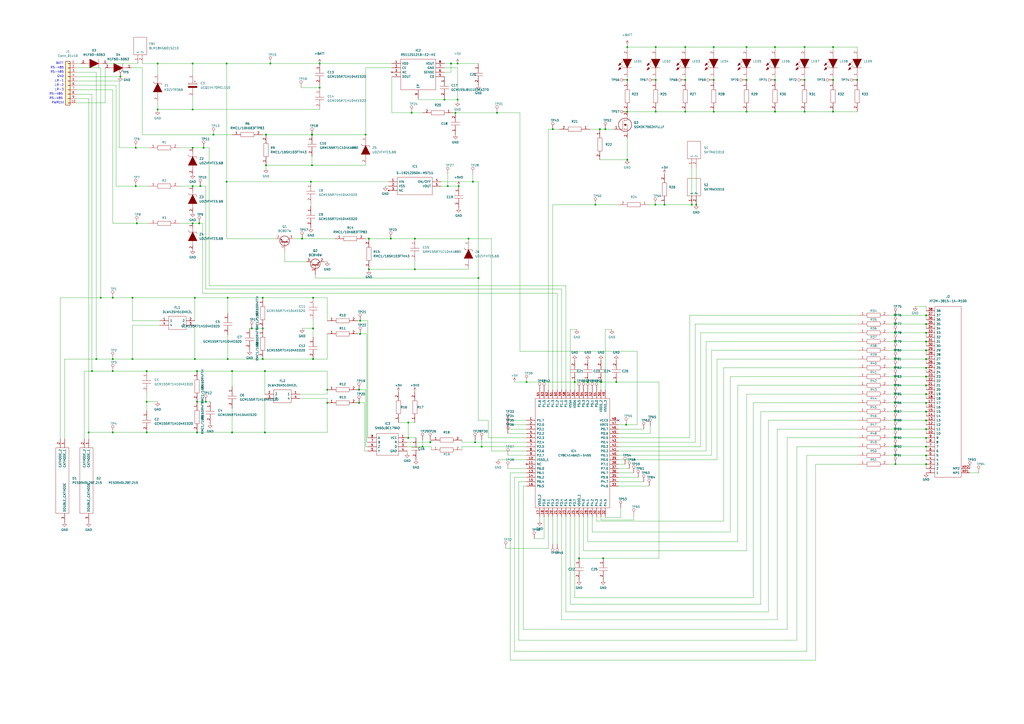
<source format=kicad_sch>
(kicad_sch (version 20211123) (generator eeschema)
  (paper "A2")
  (junction (at 226.695 138.43))
  (junction (at 519.43 213.36))
  (junction (at 537.21 203.2))
  (junction (at 380.1459 118.745))
  (junction (at 537.21 264.16))
  (junction (at 65.405 208.28))
  (junction (at 401.32 118.745))
  (junction (at 185.42 36.83))
  (junction (at 537.21 182.88))
  (junction (at 156.845 36.83))
  (junction (at 519.43 233.68))
  (junction (at 76.835 208.28))
  (junction (at 537.21 187.96))
  (junction (at 257.81 57.785))
  (junction (at 537.21 248.92))
  (junction (at 397.51 64.77))
  (junction (at 111.76 129.54))
  (junction (at 519.43 259.08))
  (junction (at 114.3 250.825))
  (junction (at 58.42 172.72))
  (junction (at 414.02 27.305))
  (junction (at 134.62 250.825))
  (junction (at 240.665 138.43))
  (junction (at 213.995 156.21))
  (junction (at 537.21 233.68))
  (junction (at 433.07 46.355))
  (junction (at 288.29 65.405))
  (junction (at 53.34 215.265))
  (junction (at 134.62 215.265))
  (junction (at 85.09 215.265))
  (junction (at 113.03 172.72))
  (junction (at 537.21 243.84))
  (junction (at 175.26 138.43))
  (junction (at 152.4 190.5))
  (junction (at 351.155 74.93))
  (junction (at 180.34 105.41))
  (junction (at 152.4 172.72))
  (junction (at 265.43 36.83))
  (junction (at 69.85 44.45))
  (junction (at 208.915 193.675))
  (junction (at 264.16 65.405))
  (junction (at 380.365 64.77))
  (junction (at 414.02 64.77))
  (junction (at 132.08 172.72))
  (junction (at 181.61 190.5))
  (junction (at 537.21 269.24))
  (junction (at 265.43 57.785))
  (junction (at 519.43 203.2))
  (junction (at 259.715 107.95))
  (junction (at 185.42 50.8))
  (junction (at 519.43 187.96))
  (junction (at 537.21 213.36))
  (junction (at 118.11 85.725))
  (junction (at 180.9963 78.105))
  (junction (at 519.43 208.28))
  (junction (at 51.435 250.825))
  (junction (at 119.38 233.045))
  (junction (at 363.855 64.77))
  (junction (at 111.76 36.83))
  (junction (at 146.05 190.5))
  (junction (at 213.995 138.43))
  (junction (at 397.51 46.355))
  (junction (at 385.445 118.745))
  (junction (at 111.76 85.725))
  (junction (at 335.915 323.85))
  (junction (at 76.835 172.72))
  (junction (at 340.995 221.615))
  (junction (at 240.665 156.21))
  (junction (at 85.09 233.045))
  (junction (at 116.205 107.95))
  (junction (at 363.855 27.305))
  (junction (at 380.365 46.355))
  (junction (at 236.855 245.11))
  (junction (at 236.855 254))
  (junction (at 274.32 105.41))
  (junction (at 131.445 36.83))
  (junction (at 397.51 27.305))
  (junction (at 363.855 92.71))
  (junction (at 519.4797 264.16))
  (junction (at 78.74 85.725))
  (junction (at 154.305 95.885))
  (junction (at 466.725 27.305))
  (junction (at 113.03 208.28))
  (junction (at 537.21 223.52))
  (junction (at 245.11 259.08))
  (junction (at 277.495 161.29))
  (junction (at 249.555 256.54))
  (junction (at 115.57 129.54))
  (junction (at 537.21 259.08))
  (junction (at 153.67 250.825))
  (junction (at 189.865 233.68))
  (junction (at 180.975 78.105))
  (junction (at 414.02 46.355))
  (junction (at 65.405 215.265))
  (junction (at 363.22 246.38))
  (junction (at 279.4 259.08))
  (junction (at 347.98 74.93))
  (junction (at 449.58 27.305))
  (junction (at 519.43 238.76))
  (junction (at 349.885 323.85))
  (junction (at 537.21 193.04))
  (junction (at 132.08 208.28))
  (junction (at 91.44 63.5))
  (junction (at 519.43 218.44))
  (junction (at 275.59 256.54))
  (junction (at 380.365 27.305))
  (junction (at 320.675 74.93))
  (junction (at 65.405 250.825))
  (junction (at 333.375 221.615))
  (junction (at 261.62 36.83))
  (junction (at 519.43 269.24))
  (junction (at 181.61 208.28))
  (junction (at 79.375 129.54))
  (junction (at 78.74 107.95))
  (junction (at 483.235 46.355))
  (junction (at 111.76 63.5))
  (junction (at 271.78 138.43))
  (junction (at 266.065 107.95))
  (junction (at 519.43 254))
  (junction (at 181.61 172.72))
  (junction (at 180.975 95.885))
  (junction (at 537.21 238.76))
  (junction (at 519.43 228.6))
  (junction (at 519.43 198.12))
  (junction (at 433.07 27.305))
  (junction (at 537.21 198.12))
  (junction (at 65.405 172.72))
  (junction (at 152.4 208.28))
  (junction (at 357.505 221.615))
  (junction (at 212.09 78.105))
  (junction (at 153.67 215.265))
  (junction (at 519.43 243.84))
  (junction (at 483.235 27.305))
  (junction (at 466.725 64.77))
  (junction (at 123.825 78.105))
  (junction (at 519.43 248.92))
  (junction (at 466.725 46.355))
  (junction (at 91.44 36.83))
  (junction (at 537.21 208.28))
  (junction (at 131.445 105.41))
  (junction (at 345.3724 118.745))
  (junction (at 433.07 64.77))
  (junction (at 111.76 107.95))
  (junction (at 208.28 233.68))
  (junction (at 208.915 186.055))
  (junction (at 114.3 215.265))
  (junction (at 189.865 226.06))
  (junction (at 449.58 46.355))
  (junction (at 537.21 254))
  (junction (at 114.3 233.045))
  (junction (at 483.235 64.77))
  (junction (at 348.615 221.615))
  (junction (at 154.305 78.105))
  (junction (at 85.09 250.825))
  (junction (at 55.88 208.28))
  (junction (at 537.21 218.44))
  (junction (at 305.435 221.615))
  (junction (at 497.205 46.355))
  (junction (at 403.86 118.745))
  (junction (at 363.855 46.355))
  (junction (at 519.43 223.52))
  (junction (at 519.43 193.04))
  (junction (at 238.76 65.405))
  (junction (at 208.28 226.06))
  (junction (at 519.43 182.88))
  (junction (at 537.21 228.6))
  (junction (at 449.58 64.77))
  (no_connect (at 358.775 243.84))
  (wire (pts (xy 250.19 260.985) (xy 250.19 259.08)))
  (wire (pts (xy 267.97 259.08) (xy 279.4 259.08)))
  (wire (pts (xy 466.725 64.77) (xy 483.235 64.77)))
  (wire (pts (xy 351.155 226.06) (xy 351.155 191.135)))
  (wire (pts (xy 189.865 208.28) (xy 181.61 208.28)))
  (wire (pts (xy 515.62 264.16) (xy 519.4797 264.16)))
  (wire (pts (xy 113.03 188.595) (xy 113.03 208.28)))
  (wire (pts (xy 181.61 172.72) (xy 152.4 172.72)))
  (wire (pts (xy 118.11 85.725) (xy 111.76 85.725)))
  (wire (pts (xy 271.78 156.21) (xy 240.665 156.21)))
  (wire (pts (xy 208.28 233.68) (xy 211.455 233.68)))
  (wire (pts (xy 537.21 223.52) (xy 537.21 226.06)))
  (wire (pts (xy 92.71 188.595) (xy 76.835 188.595)))
  (wire (pts (xy 170.18 138.43) (xy 175.26 138.43)))
  (wire (pts (xy 212.09 78.105) (xy 212.09 79.375)))
  (wire (pts (xy 265.43 36.83) (xy 277.495 36.83)))
  (wire (pts (xy 537.21 187.96) (xy 537.21 190.5)))
  (wire (pts (xy 267.97 260.985) (xy 267.97 259.08)))
  (wire (pts (xy 259.715 107.95) (xy 266.065 107.95)))
  (wire (pts (xy 208.915 186.055) (xy 213.36 186.055)))
  (wire (pts (xy 261.62 36.83) (xy 257.81 36.83)))
  (wire (pts (xy 85.09 233.045) (xy 91.44 233.045)))
  (wire (pts (xy 414.02 27.305) (xy 433.07 27.305)))
  (wire (pts (xy 51.435 250.825) (xy 65.405 250.825)))
  (wire (pts (xy 236.22 261.62) (xy 236.22 262.89)))
  (wire (pts (xy 295.91 274.32) (xy 295.91 382.905)))
  (wire (pts (xy 346.075 299.72) (xy 346.075 302.26)))
  (wire (pts (xy 294.64 264.16) (xy 305.435 264.16)))
  (wire (pts (xy 262.89 65.405) (xy 264.16 65.405)))
  (wire (pts (xy 132.08 208.28) (xy 152.4 208.28)))
  (wire (pts (xy 369.57 203.835) (xy 369.57 246.38)))
  (wire (pts (xy 82.55 78.105) (xy 123.825 78.105)))
  (wire (pts (xy 119.38 233.045) (xy 114.3 233.045)))
  (wire (pts (xy 111.76 55.88) (xy 111.76 63.5)))
  (wire (pts (xy 213.36 256.54) (xy 212.725 256.54)))
  (wire (pts (xy 412.75 264.16) (xy 412.75 203.2)))
  (wire (pts (xy 261.62 41.91) (xy 261.62 36.83)))
  (wire (pts (xy 519.43 248.92) (xy 537.21 248.92)))
  (wire (pts (xy 313.055 302.26) (xy 313.055 299.72)))
  (wire (pts (xy 537.21 182.88) (xy 537.21 185.42)))
  (wire (pts (xy 347.98 92.71) (xy 363.855 92.71)))
  (wire (pts (xy 380.365 46.355) (xy 380.365 44.45)))
  (wire (pts (xy 515.62 248.92) (xy 519.43 248.92)))
  (wire (pts (xy 436.88 233.68) (xy 497.84 233.68)))
  (wire (pts (xy 86.36 85.725) (xy 78.74 85.725)))
  (wire (pts (xy 537.21 233.68) (xy 537.21 236.22)))
  (wire (pts (xy 85.09 250.825) (xy 114.3 250.825)))
  (wire (pts (xy 255.905 107.95) (xy 259.715 107.95)))
  (wire (pts (xy 294.64 271.78) (xy 305.435 271.78)))
  (wire (pts (xy 121.285 165.735) (xy 121.285 85.725)))
  (wire (pts (xy 338.455 299.72) (xy 338.455 319.405)))
  (wire (pts (xy 515.62 254) (xy 519.43 254)))
  (wire (pts (xy 236.22 259.08) (xy 245.11 259.08)))
  (wire (pts (xy 189.865 215.265) (xy 189.865 226.06)))
  (wire (pts (xy 397.51 46.99) (xy 397.51 46.355)))
  (wire (pts (xy 160.02 138.43) (xy 131.445 138.43)))
  (wire (pts (xy 294.64 243.84) (xy 305.435 243.84)))
  (wire (pts (xy 363.855 46.99) (xy 363.855 46.355)))
  (wire (pts (xy 288.29 65.405) (xy 301.625 65.405)))
  (wire (pts (xy 497.205 64.77) (xy 483.235 64.77)))
  (wire (pts (xy 462.28 259.08) (xy 497.84 259.08)))
  (wire (pts (xy 519.43 213.36) (xy 537.21 213.36)))
  (wire (pts (xy 335.915 299.72) (xy 335.915 323.85)))
  (wire (pts (xy 180.34 105.41) (xy 131.445 105.41)))
  (wire (pts (xy 358.775 251.46) (xy 377.19 251.46)))
  (wire (pts (xy 134.62 236.855) (xy 134.62 250.825)))
  (wire (pts (xy 351.155 300.355) (xy 360.045 300.355)))
  (wire (pts (xy 449.58 64.77) (xy 433.07 64.77)))
  (wire (pts (xy 207.645 233.68) (xy 208.28 233.68)))
  (wire (pts (xy 401.32 97.155) (xy 401.32 118.745)))
  (wire (pts (xy 62.23 36.83) (xy 80.01 36.83)))
  (wire (pts (xy 44.45 46.99) (xy 69.215 46.99)))
  (wire (pts (xy 349.885 323.85) (xy 382.27 323.85)))
  (wire (pts (xy 117.475 170.18) (xy 117.475 129.54)))
  (wire (pts (xy 423.545 218.44) (xy 497.84 218.44)))
  (wire (pts (xy 340.995 314.325) (xy 427.99 314.325)))
  (wire (pts (xy 537.21 254) (xy 537.21 256.54)))
  (wire (pts (xy 132.08 172.72) (xy 132.08 181.61)))
  (wire (pts (xy 227.33 65.405) (xy 238.76 65.405)))
  (wire (pts (xy 343.535 299.72) (xy 343.535 308.61)))
  (wire (pts (xy 537.21 213.36) (xy 537.21 215.9)))
  (wire (pts (xy 330.835 226.06) (xy 330.835 191.135)))
  (wire (pts (xy 180.34 119.38) (xy 180.34 118.11)))
  (wire (pts (xy 358.775 274.32) (xy 367.665 274.32)))
  (wire (pts (xy 330.835 299.72) (xy 330.835 350.52)))
  (wire (pts (xy 330.835 191.135) (xy 334.645 191.135)))
  (wire (pts (xy 267.97 255.27) (xy 267.97 256.54)))
  (wire (pts (xy 257.81 57.15) (xy 257.81 57.785)))
  (wire (pts (xy 519.43 228.6) (xy 537.21 228.6)))
  (wire (pts (xy 174.625 50.8) (xy 185.42 50.8)))
  (wire (pts (xy 519.43 238.76) (xy 537.21 238.76)))
  (wire (pts (xy 298.45 221.615) (xy 305.435 221.615)))
  (wire (pts (xy 340.995 221.615) (xy 348.615 221.615)))
  (wire (pts (xy 537.21 243.84) (xy 537.21 246.38)))
  (wire (pts (xy 363.855 46.355) (xy 363.855 44.45)))
  (wire (pts (xy 449.58 27.305) (xy 466.725 27.305)))
  (wire (pts (xy 436.88 346.71) (xy 436.88 233.68)))
  (wire (pts (xy 358.775 259.08) (xy 406.4 259.08)))
  (wire (pts (xy 519.43 269.24) (xy 537.21 269.24)))
  (wire (pts (xy 207.645 186.055) (xy 208.915 186.055)))
  (wire (pts (xy 53.34 215.265) (xy 65.405 215.265)))
  (wire (pts (xy 515.62 193.04) (xy 519.43 193.04)))
  (wire (pts (xy 259.715 100.965) (xy 259.715 107.95)))
  (wire (pts (xy 315.595 312.42) (xy 309.88 312.42)))
  (wire (pts (xy 300.99 279.4) (xy 300.99 371.475)))
  (wire (pts (xy 79.375 129.54) (xy 65.405 129.54)))
  (wire (pts (xy 483.235 46.355) (xy 483.235 44.45)))
  (wire (pts (xy 58.42 39.37) (xy 58.42 172.72)))
  (wire (pts (xy 515.62 182.88) (xy 519.43 182.88)))
  (wire (pts (xy 338.455 319.405) (xy 433.07 319.405)))
  (wire (pts (xy 189.865 226.06) (xy 189.865 228.6)))
  (wire (pts (xy 515.62 238.76) (xy 519.43 238.76)))
  (wire (pts (xy 208.915 193.675) (xy 212.725 193.675)))
  (wire (pts (xy 519.43 218.44) (xy 537.21 218.44)))
  (wire (pts (xy 104.14 129.54) (xy 111.76 129.54)))
  (wire (pts (xy 351.155 299.72) (xy 351.155 300.355)))
  (wire (pts (xy 76.835 172.72) (xy 76.835 186.055)))
  (wire (pts (xy 466.725 27.305) (xy 466.725 29.21)))
  (wire (pts (xy 519.43 259.08) (xy 537.21 259.08)))
  (wire (pts (xy 441.325 350.52) (xy 441.325 238.76)))
  (wire (pts (xy 265.43 36.83) (xy 261.62 36.83)))
  (wire (pts (xy 113.03 172.72) (xy 76.835 172.72)))
  (wire (pts (xy 189.865 172.72) (xy 181.61 172.72)))
  (wire (pts (xy 294.64 248.92) (xy 305.435 248.92)))
  (wire (pts (xy 403.86 97.155) (xy 403.86 118.745)))
  (wire (pts (xy 449.58 46.355) (xy 449.58 44.45)))
  (wire (pts (xy 519.43 187.96) (xy 537.21 187.96)))
  (wire (pts (xy 466.725 27.305) (xy 483.235 27.305)))
  (wire (pts (xy 271.78 138.43) (xy 240.665 138.43)))
  (wire (pts (xy 369.57 246.38) (xy 363.22 246.38)))
  (wire (pts (xy 515.62 203.2) (xy 519.43 203.2)))
  (wire (pts (xy 173.99 231.14) (xy 189.865 231.14)))
  (wire (pts (xy 212.09 259.08) (xy 212.09 226.06)))
  (wire (pts (xy 537.21 228.6) (xy 537.21 231.14)))
  (wire (pts (xy 537.21 238.76) (xy 537.21 241.3)))
  (wire (pts (xy 37.465 254.635) (xy 37.465 208.28)))
  (wire (pts (xy 467.995 264.16) (xy 497.84 264.16)))
  (wire (pts (xy 515.62 213.36) (xy 519.43 213.36)))
  (wire (pts (xy 208.28 226.06) (xy 212.09 226.06)))
  (wire (pts (xy 397.51 64.77) (xy 414.02 64.77)))
  (wire (pts (xy 305.435 274.32) (xy 295.91 274.32)))
  (wire (pts (xy 466.725 46.99) (xy 466.725 46.355)))
  (wire (pts (xy 113.03 172.72) (xy 113.03 186.055)))
  (wire (pts (xy 48.895 215.265) (xy 53.34 215.265)))
  (wire (pts (xy 86.36 107.95) (xy 78.74 107.95)))
  (wire (pts (xy 44.45 39.37) (xy 58.42 39.37)))
  (wire (pts (xy 44.45 52.07) (xy 65.405 52.07)))
  (wire (pts (xy 44.45 36.83) (xy 46.99 36.83)))
  (wire (pts (xy 305.435 221.615) (xy 333.375 221.615)))
  (wire (pts (xy 567.69 274.32) (xy 562.61 274.32)))
  (wire (pts (xy 271.78 138.43) (xy 271.78 139.7)))
  (wire (pts (xy 397.51 27.305) (xy 414.02 27.305)))
  (wire (pts (xy 515.62 259.08) (xy 519.43 259.08)))
  (wire (pts (xy 519.43 208.28) (xy 537.21 208.28)))
  (wire (pts (xy 85.09 215.265) (xy 114.3 215.265)))
  (wire (pts (xy 363.855 27.305) (xy 363.855 29.21)))
  (wire (pts (xy 358.775 264.16) (xy 412.75 264.16)))
  (wire (pts (xy 433.07 228.6) (xy 497.84 228.6)))
  (wire (pts (xy 318.135 74.93) (xy 320.675 74.93)))
  (wire (pts (xy 303.53 281.94) (xy 303.53 365.125)))
  (wire (pts (xy 91.44 63.5) (xy 91.44 58.42)))
  (wire (pts (xy 320.675 315.595) (xy 320.675 299.72)))
  (wire (pts (xy 91.44 36.83) (xy 82.55 36.83)))
  (wire (pts (xy 403.225 187.96) (xy 497.84 187.96)))
  (wire (pts (xy 406.4 259.08) (xy 406.4 193.04)))
  (wire (pts (xy 123.825 78.105) (xy 134.62 78.105)))
  (wire (pts (xy 91.44 43.18) (xy 91.44 36.83)))
  (wire (pts (xy 380.365 27.305) (xy 363.855 27.305)))
  (wire (pts (xy 257.81 41.91) (xy 261.62 41.91)))
  (wire (pts (xy 111.76 36.83) (xy 91.44 36.83)))
  (wire (pts (xy 58.42 172.72) (xy 34.925 172.72)))
  (wire (pts (xy 114.3 215.265) (xy 134.62 215.265)))
  (wire (pts (xy 86.36 129.54) (xy 79.375 129.54)))
  (wire (pts (xy 537.21 269.24) (xy 537.21 271.78)))
  (wire (pts (xy 363.855 92.71) (xy 363.855 80.01)))
  (wire (pts (xy 414.02 29.21) (xy 414.02 27.305)))
  (wire (pts (xy 346.075 302.26) (xy 419.735 302.26)))
  (wire (pts (xy 445.77 354.965) (xy 445.77 243.84)))
  (wire (pts (xy 537.21 218.44) (xy 537.21 220.98)))
  (wire (pts (xy 441.325 238.76) (xy 497.84 238.76)))
  (wire (pts (xy 60.96 39.37) (xy 60.96 59.69)))
  (wire (pts (xy 515.62 243.84) (xy 519.43 243.84)))
  (wire (pts (xy 154.305 78.105) (xy 180.975 78.105)))
  (wire (pts (xy 231.14 245.11) (xy 236.855 245.11)))
  (wire (pts (xy 250.19 256.54) (xy 250.19 255.27)))
  (wire (pts (xy 412.75 203.2) (xy 497.84 203.2)))
  (wire (pts (xy 212.09 39.37) (xy 212.09 78.105)))
  (wire (pts (xy 358.775 279.4) (xy 373.38 279.4)))
  (wire (pts (xy 288.925 266.7) (xy 305.435 266.7)))
  (wire (pts (xy 360.045 294.64) (xy 360.045 300.355)))
  (wire (pts (xy 227.33 44.45) (xy 227.33 65.405)))
  (wire (pts (xy 325.755 299.72) (xy 325.755 359.41)))
  (wire (pts (xy 333.375 221.615) (xy 340.995 221.615)))
  (wire (pts (xy 397.51 46.355) (xy 397.51 44.45)))
  (wire (pts (xy 212.725 193.675) (xy 212.725 256.54)))
  (wire (pts (xy 328.295 165.735) (xy 121.285 165.735)))
  (wire (pts (xy 189.865 193.675) (xy 189.865 208.28)))
  (wire (pts (xy 333.375 346.71) (xy 436.88 346.71)))
  (wire (pts (xy 377.19 251.46) (xy 377.19 247.015)))
  (wire (pts (xy 305.435 281.94) (xy 303.53 281.94)))
  (wire (pts (xy 298.45 276.86) (xy 298.45 377.825)))
  (wire (pts (xy 207.645 226.06) (xy 208.28 226.06)))
  (wire (pts (xy 212.09 259.08) (xy 213.36 259.08)))
  (wire (pts (xy 380.365 27.305) (xy 380.365 29.21)))
  (wire (pts (xy 245.11 255.27) (xy 245.11 259.08)))
  (wire (pts (xy 154.305 95.885) (xy 180.975 95.885)))
  (wire (pts (xy 433.07 46.355) (xy 433.07 44.45)))
  (wire (pts (xy 294.64 246.38) (xy 305.435 246.38)))
  (wire (pts (xy 473.075 269.24) (xy 497.84 269.24)))
  (wire (pts (xy 65.405 172.72) (xy 76.835 172.72)))
  (wire (pts (xy 76.835 188.595) (xy 76.835 208.28)))
  (wire (pts (xy 305.435 276.86) (xy 298.45 276.86)))
  (wire (pts (xy 315.595 299.72) (xy 315.595 312.42)))
  (wire (pts (xy 467.995 377.825) (xy 467.995 264.16)))
  (wire (pts (xy 427.99 223.52) (xy 497.84 223.52)))
  (wire (pts (xy 318.135 226.06) (xy 318.135 74.93)))
  (wire (pts (xy 357.505 221.615) (xy 382.27 221.615)))
  (wire (pts (xy 152.4 78.105) (xy 154.305 78.105)))
  (wire (pts (xy 119.38 107.95) (xy 116.205 107.95)))
  (wire (pts (xy 427.99 314.325) (xy 427.99 223.52)))
  (wire (pts (xy 423.545 308.61) (xy 423.545 218.44)))
  (wire (pts (xy 257.81 39.37) (xy 265.43 39.37)))
  (wire (pts (xy 519.4797 264.16) (xy 537.21 264.16)))
  (wire (pts (xy 515.62 218.44) (xy 519.43 218.44)))
  (wire (pts (xy 264.16 65.405) (xy 288.29 65.405)))
  (wire (pts (xy 515.62 208.28) (xy 519.43 208.28)))
  (wire (pts (xy 328.295 226.06) (xy 328.295 165.735)))
  (wire (pts (xy 348.615 221.615) (xy 357.505 221.615)))
  (wire (pts (xy 380.365 64.77) (xy 397.51 64.77)))
  (wire (pts (xy 153.67 231.14) (xy 153.67 250.825)))
  (wire (pts (xy 380.1459 118.745) (xy 385.445 118.745)))
  (wire (pts (xy 207.645 193.675) (xy 208.915 193.675)))
  (wire (pts (xy 132.08 194.31) (xy 132.08 208.28)))
  (wire (pts (xy 85.09 233.045) (xy 85.09 227.965)))
  (wire (pts (xy 227.33 39.37) (xy 212.09 39.37)))
  (wire (pts (xy 267.97 256.54) (xy 275.59 256.54)))
  (wire (pts (xy 104.14 85.725) (xy 111.76 85.725)))
  (wire (pts (xy 213.995 156.21) (xy 213.995 156.845)))
  (wire (pts (xy 515.62 233.68) (xy 519.43 233.68)))
  (wire (pts (xy 236.855 245.11) (xy 240.665 245.11)))
  (wire (pts (xy 180.975 90.805) (xy 180.975 95.885)))
  (wire (pts (xy 537.21 177.8) (xy 537.21 180.34)))
  (wire (pts (xy 301.625 203.835) (xy 369.57 203.835)))
  (wire (pts (xy 134.62 250.825) (xy 153.67 250.825)))
  (wire (pts (xy 400.05 254) (xy 400.05 182.88)))
  (wire (pts (xy 318.135 318.135) (xy 318.135 299.72)))
  (wire (pts (xy 293.37 318.135) (xy 318.135 318.135)))
  (wire (pts (xy 335.915 323.85) (xy 349.885 323.85)))
  (wire (pts (xy 367.665 301.625) (xy 367.665 299.085)))
  (wire (pts (xy 249.555 255.27) (xy 249.555 256.54)))
  (wire (pts (xy 213.995 138.43) (xy 226.695 138.43)))
  (wire (pts (xy 466.725 46.355) (xy 466.725 44.45)))
  (wire (pts (xy 323.215 315.595) (xy 323.215 299.72)))
  (wire (pts (xy 156.845 36.83) (xy 185.42 36.83)))
  (wire (pts (xy 181.61 208.28) (xy 152.4 208.28)))
  (wire (pts (xy 343.535 308.61) (xy 423.545 308.61)))
  (wire (pts (xy 519.43 203.2) (xy 537.21 203.2)))
  (wire (pts (xy 236.22 256.54) (xy 249.555 256.54)))
  (wire (pts (xy 189.865 151.765) (xy 187.96 151.765)))
  (wire (pts (xy 400.05 182.88) (xy 497.84 182.88)))
  (wire (pts (xy 154.305 97.79) (xy 154.305 95.885)))
  (wire (pts (xy 91.44 64.135) (xy 91.44 63.5)))
  (wire (pts (xy 419.735 302.26) (xy 419.735 213.36)))
  (wire (pts (xy 115.57 129.54) (xy 111.76 129.54)))
  (wire (pts (xy 116.205 107.95) (xy 111.76 107.95)))
  (wire (pts (xy 320.675 74.93) (xy 324.485 74.93)))
  (wire (pts (xy 380.365 46.99) (xy 380.365 46.355)))
  (wire (pts (xy 67.31 49.53) (xy 67.31 107.95)))
  (wire (pts (xy 283.21 243.84) (xy 283.21 254)))
  (wire (pts (xy 44.45 57.15) (xy 51.435 57.15)))
  (wire (pts (xy 275.59 256.54) (xy 305.435 256.54)))
  (wire (pts (xy 132.08 172.72) (xy 113.03 172.72)))
  (wire (pts (xy 358.775 256.54) (xy 403.225 256.54)))
  (wire (pts (xy 131.445 36.83) (xy 131.445 105.41)))
  (wire (pts (xy 358.775 276.86) (xy 370.205 276.86)))
  (wire (pts (xy 414.02 64.77) (xy 433.07 64.77)))
  (wire (pts (xy 414.02 46.355) (xy 414.02 44.45)))
  (wire (pts (xy 212.09 138.43) (xy 213.995 138.43)))
  (wire (pts (xy 236.855 245.11) (xy 236.855 254)))
  (wire (pts (xy 497.205 46.99) (xy 497.205 46.355)))
  (wire (pts (xy 323.215 170.18) (xy 117.475 170.18)))
  (wire (pts (xy 328.295 299.72) (xy 328.295 354.965)))
  (wire (pts (xy 212.09 78.105) (xy 180.9963 78.105)))
  (wire (pts (xy 44.45 54.61) (xy 53.34 54.61)))
  (wire (pts (xy 497.205 46.355) (xy 497.205 44.45)))
  (wire (pts (xy 131.445 105.41) (xy 131.445 138.43)))
  (wire (pts (xy 181.61 190.5) (xy 175.26 190.5)))
  (wire (pts (xy 211.455 261.62) (xy 213.36 261.62)))
  (wire (pts (xy 153.67 215.265) (xy 153.67 228.6)))
  (wire (pts (xy 92.71 186.055) (xy 76.835 186.055)))
  (wire (pts (xy 519.43 233.68) (xy 537.21 233.68)))
  (wire (pts (xy 449.58 27.305) (xy 433.07 27.305)))
  (wire (pts (xy 189.865 233.68) (xy 189.865 231.14)))
  (wire (pts (xy 44.45 44.45) (xy 69.85 44.45)))
  (wire (pts (xy 65.405 52.07) (xy 65.405 129.54)))
  (wire (pts (xy 279.4 259.08) (xy 305.435 259.08)))
  (wire (pts (xy 111.76 63.5) (xy 185.42 63.5)))
  (wire (pts (xy 285.115 261.62) (xy 305.435 261.62)))
  (wire (pts (xy 58.42 172.72) (xy 65.405 172.72)))
  (wire (pts (xy 348.615 226.06) (xy 348.615 221.615)))
  (wire (pts (xy 44.45 41.91) (xy 55.88 41.91)))
  (wire (pts (xy 515.62 198.12) (xy 519.43 198.12)))
  (wire (pts (xy 449.58 64.77) (xy 466.725 64.77)))
  (wire (pts (xy 223.52 107.95) (xy 225.425 107.95)))
  (wire (pts (xy 414.02 46.99) (xy 414.02 46.355)))
  (wire (pts (xy 265.43 57.785) (xy 265.43 59.055)))
  (wire (pts (xy 358.775 271.78) (xy 365.125 271.78)))
  (wire (pts (xy 85.09 238.125) (xy 85.09 233.045)))
  (wire (pts (xy 358.775 269.24) (xy 362.585 269.24)))
  (wire (pts (xy 348.615 301.625) (xy 367.665 301.625)))
  (wire (pts (xy 111.76 36.83) (xy 131.445 36.83)))
  (wire (pts (xy 134.62 215.265) (xy 134.62 224.155)))
  (wire (pts (xy 185.42 50.8) (xy 185.42 49.53)))
  (wire (pts (xy 351.155 191.135) (xy 354.965 191.135)))
  (wire (pts (xy 351.155 74.93) (xy 356.235 74.93)))
  (wire (pts (xy 519.43 182.88) (xy 537.21 182.88)))
  (wire (pts (xy 358.775 254) (xy 400.05 254)))
  (wire (pts (xy 433.07 319.405) (xy 433.07 228.6)))
  (wire (pts (xy 279.4 255.27) (xy 279.4 259.08)))
  (wire (pts (xy 189.865 233.68) (xy 189.865 250.825)))
  (wire (pts (xy 537.21 264.16) (xy 537.21 266.7)))
  (wire (pts (xy 111.76 43.18) (xy 111.76 36.83)))
  (wire (pts (xy 340.995 299.72) (xy 340.995 314.325)))
  (wire (pts (xy 433.07 46.99) (xy 433.07 46.355)))
  (wire (pts (xy 515.62 187.96) (xy 519.43 187.96)))
  (wire (pts (xy 537.21 193.04) (xy 537.21 195.58)))
  (wire (pts (xy 333.375 226.06) (xy 333.375 221.615)))
  (wire (pts (xy 519.43 223.52) (xy 537.21 223.52)))
  (wire (pts (xy 497.205 27.305) (xy 483.235 27.305)))
  (wire (pts (xy 104.14 107.95) (xy 111.76 107.95)))
  (wire (pts (xy 91.44 63.5) (xy 111.76 63.5)))
  (wire (pts (xy 519.43 254) (xy 537.21 254)))
  (wire (pts (xy 181.61 195.58) (xy 181.61 190.5)))
  (wire (pts (xy 325.755 226.06) (xy 325.755 167.64)))
  (wire (pts (xy 294.64 251.46) (xy 305.435 251.46)))
  (wire (pts (xy 213.995 156.21) (xy 240.665 156.21)))
  (wire (pts (xy 34.925 172.72) (xy 34.925 254.635)))
  (wire (pts (xy 181.61 190.5) (xy 181.61 185.42)))
  (wire (pts (xy 211.455 261.62) (xy 211.455 233.68)))
  (wire (pts (xy 497.205 29.21) (xy 497.205 27.305)))
  (wire (pts (xy 537.21 203.2) (xy 537.21 205.74)))
  (wire (pts (xy 265.43 39.37) (xy 265.43 57.785)))
  (wire (pts (xy 117.475 129.54) (xy 115.57 129.54)))
  (wire (pts (xy 240.665 151.13) (xy 240.665 156.21)))
  (wire (pts (xy 275.59 255.27) (xy 275.59 256.54)))
  (wire (pts (xy 473.075 382.905) (xy 473.075 269.24)))
  (wire (pts (xy 530.86 177.8) (xy 537.21 177.8)))
  (wire (pts (xy 153.67 250.825) (xy 189.865 250.825)))
  (wire (pts (xy 134.62 215.265) (xy 153.67 215.265)))
  (wire (pts (xy 177.8 151.765) (xy 165.1 151.765)))
  (wire (pts (xy 242.57 57.785) (xy 242.57 57.15)))
  (wire (pts (xy 403.225 256.54) (xy 403.225 187.96)))
  (wire (pts (xy 213.36 186.055) (xy 213.36 254)))
  (wire (pts (xy 134.62 250.825) (xy 114.3 250.825)))
  (wire (pts (xy 385.445 118.745) (xy 401.32 118.745)))
  (wire (pts (xy 274.32 100.965) (xy 274.32 105.41)))
  (wire (pts (xy 320.675 118.745) (xy 345.3724 118.745)))
  (wire (pts (xy 397.51 27.305) (xy 397.51 29.21)))
  (wire (pts (xy 113.03 208.28) (xy 76.835 208.28)))
  (wire (pts (xy 78.74 85.725) (xy 69.215 85.725)))
  (wire (pts (xy 450.85 248.92) (xy 497.84 248.92)))
  (wire (pts (xy 55.88 41.91) (xy 55.88 208.28)))
  (wire (pts (xy 173.99 228.6) (xy 189.865 228.6)))
  (wire (pts (xy 44.45 49.53) (xy 67.31 49.53)))
  (wire (pts (xy 175.26 138.43) (xy 194.31 138.43)))
  (wire (pts (xy 450.85 359.41) (xy 450.85 248.92)))
  (wire (pts (xy 325.755 359.41) (xy 450.85 359.41)))
  (wire (pts (xy 519.43 193.04) (xy 537.21 193.04)))
  (wire (pts (xy 182.88 161.29) (xy 277.495 161.29)))
  (wire (pts (xy 409.575 198.12) (xy 497.84 198.12)))
  (wire (pts (xy 274.32 105.41) (xy 255.905 105.41)))
  (wire (pts (xy 328.295 354.965) (xy 445.77 354.965)))
  (wire (pts (xy 180.34 105.41) (xy 225.425 105.41)))
  (wire (pts (xy 333.375 299.72) (xy 333.375 346.71)))
  (wire (pts (xy 298.45 377.825) (xy 467.995 377.825)))
  (wire (pts (xy 277.495 105.41) (xy 274.32 105.41)))
  (wire (pts (xy 433.07 27.305) (xy 433.07 29.21)))
  (wire (pts (xy 271.78 154.94) (xy 271.78 156.21)))
  (wire (pts (xy 445.77 243.84) (xy 497.84 243.84)))
  (wire (pts (xy 537.21 259.08) (xy 537.21 261.62)))
  (wire (pts (xy 295.91 382.905) (xy 473.075 382.905)))
  (wire (pts (xy 144.78 190.5) (xy 146.05 190.5)))
  (wire (pts (xy 257.81 57.785) (xy 242.57 57.785)))
  (wire (pts (xy 78.74 107.95) (xy 67.31 107.95)))
  (wire (pts (xy 165.1 151.765) (xy 165.1 146.05)))
  (wire (pts (xy 212.09 94.615) (xy 212.09 95.885)))
  (wire (pts (xy 132.08 208.28) (xy 113.03 208.28)))
  (wire (pts (xy 48.895 254.635) (xy 48.895 215.265)))
  (wire (pts (xy 415.925 266.7) (xy 415.925 208.28)))
  (wire (pts (xy 406.4 193.04) (xy 497.84 193.04)))
  (wire (pts (xy 249.555 256.54) (xy 250.19 256.54)))
  (wire (pts (xy 236.855 254) (xy 241.3 254)))
  (wire (pts (xy 449.58 46.99) (xy 449.58 46.355)))
  (wire (pts (xy 212.09 95.885) (xy 180.975 95.885)))
  (wire (pts (xy 537.21 208.28) (xy 537.21 210.82)))
  (wire (pts (xy 330.835 350.52) (xy 441.325 350.52)))
  (wire (pts (xy 519.43 198.12) (xy 537.21 198.12)))
  (wire (pts (xy 376.555 118.745) (xy 380.1459 118.745)))
  (wire (pts (xy 301.625 65.405) (xy 301.625 203.835)))
  (wire (pts (xy 363.855 26.035) (xy 363.855 27.305)))
  (wire (pts (xy 51.435 254.635) (xy 51.435 250.825)))
  (wire (pts (xy 483.235 29.21) (xy 483.235 27.305)))
  (wire (pts (xy 153.67 215.265) (xy 189.865 215.265)))
  (wire (pts (xy 462.28 371.475) (xy 462.28 259.08)))
  (wire (pts (xy 358.775 261.62) (xy 409.575 261.62)))
  (wire (pts (xy 449.58 29.21) (xy 449.58 27.305)))
  (wire (pts (xy 456.565 254) (xy 497.84 254)))
  (wire (pts (xy 285.115 261.62) (xy 285.115 138.43)))
  (wire (pts (xy 121.285 85.725) (xy 118.11 85.725)))
  (wire (pts (xy 358.775 246.38) (xy 363.22 246.38)))
  (wire (pts (xy 515.62 223.52) (xy 519.43 223.52)))
  (wire (pts (xy 515.62 228.6) (xy 519.43 228.6)))
  (wire (pts (xy 409.575 261.62) (xy 409.575 198.12)))
  (wire (pts (xy 245.11 259.08) (xy 250.19 259.08)))
  (wire (pts (xy 236.22 254) (xy 236.855 254)))
  (wire (pts (xy 69.215 46.99) (xy 69.215 85.725)))
  (wire (pts (xy 238.76 65.405) (xy 245.11 65.405)))
  (wire (pts (xy 53.34 54.61) (xy 53.34 215.265)))
  (wire (pts (xy 277.495 243.84) (xy 283.21 243.84)))
  (wire (pts (xy 483.235 46.99) (xy 483.235 46.355)))
  (wire (pts (xy 323.215 226.06) (xy 323.215 170.18)))
  (wire (pts (xy 146.05 190.5) (xy 152.4 190.5)))
  (wire (pts (xy 348.615 299.72) (xy 348.615 301.625)))
  (wire (pts (xy 415.925 208.28) (xy 497.84 208.28)))
  (wire (pts (xy 303.53 365.125) (xy 456.565 365.125)))
  (wire (pts (xy 180.9963 78.105) (xy 180.975 78.105)))
  (wire (pts (xy 382.27 323.85) (xy 382.27 221.615)))
  (wire (pts (xy 265.43 57.785) (xy 257.81 57.785)))
  (wire (pts (xy 65.405 215.265) (xy 85.09 215.265)))
  (wire (pts (xy 121.92 233.045) (xy 119.38 233.045)))
  (wire (pts (xy 60.96 59.69) (xy 44.45 59.69)))
  (wire (pts (xy 358.775 266.7) (xy 415.925 266.7)))
  (wire (pts (xy 119.38 167.64) (xy 119.38 107.95)))
  (wire (pts (xy 277.495 161.29) (xy 277.495 105.41)))
  (wire (pts (xy 515.62 269.24) (xy 519.43 269.24)))
  (wire (pts (xy 131.445 36.83) (xy 156.845 36.83)))
  (wire (pts (xy 345.3724 118.745) (xy 358.775 118.745)))
  (wire (pts (xy 519.43 243.84) (xy 537.21 243.84)))
  (wire (pts (xy 37.465 208.28) (xy 55.88 208.28)))
  (wire (pts (xy 456.565 365.125) (xy 456.565 254)))
  (wire (pts (xy 277.495 243.84) (xy 277.495 161.29)))
  (wire (pts (xy 285.115 138.43) (xy 271.78 138.43)))
  (wire (pts (xy 380.365 27.305) (xy 397.51 27.305)))
  (wire (pts (xy 152.4 172.72) (xy 132.08 172.72)))
  (wire (pts (xy 65.405 208.28) (xy 76.835 208.28)))
  (wire (pts (xy 189.865 186.055) (xy 189.865 172.72)))
  (wire (pts (xy 325.755 167.64) (xy 119.38 167.64)))
  (wire (pts (xy 537.21 198.12) (xy 537.21 200.66)))
  (wire (pts (xy 51.435 57.15) (xy 51.435 250.825)))
  (wire (pts (xy 65.405 250.825) (xy 85.09 250.825)))
  (wire (pts (xy 342.265 74.93) (xy 347.98 74.93)))
  (wire (pts (xy 76.2 39.37) (xy 82.55 39.37)))
  (wire (pts (xy 537.21 248.92) (xy 537.21 251.46)))
  (wire (pts (xy 283.21 254) (xy 305.435 254)))
  (wire (pts (xy 419.735 213.36) (xy 497.84 213.36)))
  (wire (pts (xy 373.38 248.92) (xy 358.775 248.92)))
  (wire (pts (xy 226.695 138.43) (xy 240.665 138.43)))
  (wire (pts (xy 380.365 64.77) (xy 363.855 64.77)))
  (wire (pts (xy 300.99 371.475) (xy 462.28 371.475)))
  (wire (pts (xy 185.42 36.83) (xy 227.33 36.83)))
  (wire (pts (xy 82.55 39.37) (xy 82.55 78.105)))
  (wire (pts (xy 347.98 74.93) (xy 351.155 74.93)))
  (wire (pts (xy 305.435 279.4) (xy 300.99 279.4)))
  (wire (pts (xy 55.88 208.28) (xy 65.405 208.28)))
  (wire (pts (xy 376.555 281.94) (xy 358.775 281.94)))
  (wire (pts (xy 320.675 226.06) (xy 320.675 118.745)))
  (wire (pts (xy 182.88 159.385) (xy 182.88 161.29)))
  (text "RS-485\n" (at 28.575 57.785 0) (effects (font (size 1.27 1.27)) (justify left bottom)))
  (text "RS-485\n" (at 28.575 55.245 0) (effects (font (size 1.27 1.27)) (justify left bottom)))
  (text "BATT" (at 32.385 37.465 0) (effects (font (size 1.27 1.27)) (justify left bottom)))
  (text "RS-485\n" (at 29.21 40.005 0) (effects (font (size 1.27 1.27)) (justify left bottom)))
  (text "LR-1" (at 31.75 47.625 0) (effects (font (size 1.27 1.27)) (justify left bottom)))
  (text "RS-485\n" (at 29.21 42.545 0) (effects (font (size 1.27 1.27)) (justify left bottom)))
  (text "LR-2" (at 31.75 50.165 0) (effects (font (size 1.27 1.27)) (justify left bottom)))
  (text "LR-3" (at 31.75 52.705 0) (effects (font (size 1.27 1.27)) (justify left bottom)))
  (text "GND\n" (at 33.02 45.085 0) (effects (font (size 1.27 1.27)) (justify left bottom)))
  (text "PWRCtrl" (at 29.845 60.325 0) (effects (font (size 1.27 1.27)) (justify left bottom)))
  (symbol (lib_id "SamacSys_Parts:SN65LBC179AD") (at 236.22 254 0) (mirror y) (unit 1)
    (property "Reference" "IC3" (at 224.79 245.745 0))
    (property "Value" "SN65LBC179AD" (at 224.79 248.285 0))
    (property "Footprint" "SOIC127P600X175-8N" (effects hide))
    (property "Datasheet" "http://www.ti.com/lit/ds/symlink/sn65lbc179a.pdf" (effects hide))
    (property "Description" "SN65LBC179AD, Line Transceiver, ISO 8482:1987-E 30Mbit/s Differential, 5V, 8-Pin SOIC" (effects hide))
    (property "Height" "1.75" (effects hide))
    (property "Mouser Part Number" "595-SN65LBC179AD" (effects hide))
    (property "Mouser Price/Stock" "https://www.mouser.co.uk/ProductDetail/Texas-Instruments/SN65LBC179AD?qs=YhsVCygOPE2UxGLK2oBOGA%3D%3D" (effects hide))
    (property "Manufacturer_Name" "Texas Instruments" (effects hide))
    (property "Manufacturer_Part_Number" "SN65LBC179AD" (effects hide))
  )
  (symbol (lib_id "Transistor_BJT:BC848W") (at 182.88 154.305 90) (unit 1)
    (property "Reference" "Q2" (at 182.88 145.415 90))
    (property "Value" "BC848W" (at 182.88 147.955 90))
    (property "Footprint" "Package_TO_SOT_SMD:SOT-323_SC-70" (effects hide))
    (property "Datasheet" "http://www.infineon.com/dgdl/Infineon-BC847SERIES_BC848SERIES_BC849SERIES_BC850SERIES-DS-v01_01-en.pdf?fileId=db3a304314dca389011541d4630a1657" (effects hide))
  )
  (symbol (lib_id "power:GND") (at 334.645 191.135 0) (unit 1)
    (property "Reference" "#PWR032" (effects hide))
    (property "Value" "GND" (at 334.645 195.58 0))
  )
  (symbol (lib_id "Connector:TestPoint") (at 519.43 228.6 0) (unit 1)
    (property "Reference" "TP84" (at 518.16 223.52 0) (effects (justify left)))
    (property "Value" "TestPoint" (effects hide))
    (property "Footprint" "SamacSys_Parts:TestPoint_Pad_D0.5mm" (effects hide))
  )
  (symbol (lib_id "Connector:TestPoint") (at 180.9963 78.105 0) (unit 1)
    (property "Reference" "TP18" (at 179.7263 73.025 0) (effects (justify left)))
    (property "Value" "TestPoint" (effects hide))
    (property "Footprint" "TestPoint:TestPoint_Pad_D1.0mm" (effects hide))
  )
  (symbol (lib_id "Connector:TestPoint") (at 519.43 198.12 0) (unit 1)
    (property "Reference" "TP78" (at 518.16 193.04 0) (effects (justify left)))
    (property "Value" "TestPoint" (effects hide))
    (property "Footprint" "SamacSys_Parts:TestPoint_Pad_D0.5mm" (effects hide))
  )
  (symbol (lib_id "Connector:TestPoint") (at 294.64 271.78 0) (unit 1)
    (property "Reference" "TP38" (at 293.37 266.7 0) (effects (justify left)))
    (property "Value" "TestPoint" (effects hide))
    (property "Footprint" "TestPoint:TestPoint_Pad_D1.0mm" (effects hide))
  )
  (symbol (lib_id "Connector:TestPoint") (at 519.4797 264.16 0) (unit 1)
    (property "Reference" "TP92" (at 518.2097 259.08 0) (effects (justify left)))
    (property "Value" "TestPoint" (effects hide))
    (property "Footprint" "SamacSys_Parts:TestPoint_Pad_D0.5mm" (effects hide))
  )
  (symbol (lib_id "SamacSys_Parts:RMC16K270FTP") (at 189.865 193.675 0) (unit 1)
    (property "Reference" "R11" (at 198.755 190.5 0))
    (property "Value" "RMC16K270FTP" (effects hide))
    (property "Footprint" "RESC1608X55N" (effects hide))
    (property "Datasheet" "https://www.mouser.jp/datasheet/2/210/kamaya_products_RMC__english_20170424_100617-1524908.pdf" (effects hide))
    (property "Description" "Thick Film Resistors - SMD 27 Ohms 1% 1.0A AEC-Q200" (effects hide))
    (property "Height" "0.55" (effects hide))
    (property "Manufacturer_Name" "Kamaya" (effects hide))
    (property "Manufacturer_Part_Number" "RMC16K270FTP" (effects hide))
  )
  (symbol (lib_id "SamacSys_Parts:ERJ-6ENF1502V") (at 433.07 46.99 270) (unit 1)
    (property "Reference" "R29" (at 435.61 54.6099 90) (effects (justify left)))
    (property "Value" "ERJ-6ENF1502V" (effects hide))
    (property "Footprint" "ERJ6ENF1000V" (effects hide))
    (property "Datasheet" "https://industrial.panasonic.com/cdbs/www-data/pdf/RDA0000/AOA0000C84.pdf" (effects hide))
    (property "Description" "Precision Thick Film Chip Resistor, 0805, 0.125W" (effects hide))
    (property "Height" "0.7" (effects hide))
    (property "Mouser Part Number" "667-ERJ-6ENF1502V" (effects hide))
    (property "Mouser Price/Stock" "https://www.mouser.co.uk/ProductDetail/Panasonic/ERJ-6ENF1502V?qs=4WZYzuGhm5rbx2hm6yWLdA%3D%3D" (effects hide))
    (property "Manufacturer_Name" "Panasonic" (effects hide))
    (property "Manufacturer_Part_Number" "ERJ-6ENF1502V" (effects hide))
  )
  (symbol (lib_id "SamacSys_Parts:UDZVFHTE-175.6B") (at 111.76 85.725 270) (unit 1)
    (property "Reference" "Z2" (at 115.57 92.0749 90) (effects (justify left)))
    (property "Value" "UDZVFHTE5.6B" (at 115.57 94.6149 90) (effects (justify left)))
    (property "Footprint" "SODFL2512X90N" (effects hide))
    (property "Datasheet" "https://componentsearchengine.com/Datasheets/2/UDZVFHTE-175.6B.pdf" (effects hide))
    (property "Description" "ROHM - UDZVFHTE-175.6B - Zener Single Diode, 5.6 V, 200 mW, SOD-323FL, 2 Pins, 150 C" (effects hide))
    (property "Height" "0.9" (effects hide))
    (property "Mouser Part Number" "755-UDZVFHTE-175.6B" (effects hide))
    (property "Mouser Price/Stock" "https://www.mouser.com/Search/Refine.aspx?Keyword=755-UDZVFHTE-175.6B" (effects hide))
    (property "Manufacturer_Name" "ROHM Semiconductor" (effects hide))
    (property "Manufacturer_Part_Number" "UDZVFHTE-175.6B" (effects hide))
  )
  (symbol (lib_id "Connector:TestPoint") (at 279.4 255.27 0) (unit 1)
    (property "Reference" "TP30" (at 278.13 250.19 0) (effects (justify left)))
    (property "Value" "TestPoint" (effects hide))
    (property "Footprint" "TestPoint:TestPoint_Pad_D1.0mm" (effects hide))
  )
  (symbol (lib_id "SamacSys_Parts:GCM155R71H104KE02D") (at 241.3 254 90) (mirror x) (unit 1)
    (property "Reference" "C16" (at 246.38 260.35 90) (effects (justify left)))
    (property "Value" "GCM155R71H104KE02D" (effects hide))
    (property "Footprint" "CAPC1005X55N" (effects hide))
    (property "Datasheet" "https://psearch.en.murata.com/capacitor/product/GCM155R71H104KE02%23.html" (effects hide))
    (property "Description" "Multilayer Ceramic Capacitors MLCC - SMD/SMT 0402 0.1uF 50volts X7R 10%" (effects hide))
    (property "Height" "0.55" (effects hide))
    (property "Mouser Part Number" "81-GCM155R71H104KE2D" (effects hide))
    (property "Mouser Price/Stock" "https://www.mouser.co.uk/ProductDetail/Murata-Electronics/GCM155R71H104KE02D?qs=hNud%2FORuBR2sLZsqfoz4Fw%3D%3D" (effects hide))
    (property "Manufacturer_Name" "Murata Electronics" (effects hide))
    (property "Manufacturer_Part_Number" "GCM155R71H104KE02D" (effects hide))
  )
  (symbol (lib_id "SamacSys_Parts:UDZVFHTE-175.6B") (at 271.78 139.7 270) (unit 1)
    (property "Reference" "Z6" (at 275.59 146.0499 90) (effects (justify left)))
    (property "Value" "UDZVFHTE5.6B" (at 275.59 148.5899 90) (effects (justify left)))
    (property "Footprint" "SODFL2512X90N" (effects hide))
    (property "Datasheet" "https://componentsearchengine.com/Datasheets/2/UDZVFHTE-175.6B.pdf" (effects hide))
    (property "Description" "ROHM - UDZVFHTE-175.6B - Zener Single Diode, 5.6 V, 200 mW, SOD-323FL, 2 Pins, 150 C" (effects hide))
    (property "Height" "0.9" (effects hide))
    (property "Mouser Part Number" "755-UDZVFHTE-175.6B" (effects hide))
    (property "Mouser Price/Stock" "https://www.mouser.com/Search/Refine.aspx?Keyword=755-UDZVFHTE-175.6B" (effects hide))
    (property "Manufacturer_Name" "ROHM Semiconductor" (effects hide))
    (property "Manufacturer_Part_Number" "UDZVFHTE-175.6B" (effects hide))
  )
  (symbol (lib_id "SamacSys_Parts:XF2M-3815-1A-R100") (at 562.61 274.32 180) (unit 1)
    (property "Reference" "J2" (at 549.91 172.085 0))
    (property "Value" "XF2M-3815-1A-R100" (at 549.91 174.625 0))
    (property "Footprint" "XF2M38151AR100" (effects hide))
    (property "Datasheet" "https://componentsearchengine.com/Datasheets/1/XF2M-3815-1A-R100.pdf" (effects hide))
    (property "Description" "FFC & FPC Connectors .5mm Rotary BackLock SMT Dual 38P Adhesv." (effects hide))
    (property "Height" "3.2" (effects hide))
    (property "Manufacturer_Name" "Omron Electronics" (effects hide))
    (property "Manufacturer_Part_Number" "XF2M-3815-1A-R100" (effects hide))
    (property "Mouser Part Number" "653-XF2M38151AR100" (effects hide))
    (property "Mouser Price/Stock" "https://www.mouser.com/Search/Refine.aspx?Keyword=653-XF2M38151AR100" (effects hide))
  )
  (symbol (lib_id "SamacSys_Parts:RMC16K270FTP") (at 189.865 226.06 0) (unit 1)
    (property "Reference" "R12" (at 198.755 222.885 0))
    (property "Value" "RMC16K270FTP" (effects hide))
    (property "Footprint" "RESC1608X55N" (effects hide))
    (property "Datasheet" "https://www.mouser.jp/datasheet/2/210/kamaya_products_RMC__english_20170424_100617-1524908.pdf" (effects hide))
    (property "Description" "Thick Film Resistors - SMD 27 Ohms 1% 1.0A AEC-Q200" (effects hide))
    (property "Height" "0.55" (effects hide))
    (property "Manufacturer_Name" "Kamaya" (effects hide))
    (property "Manufacturer_Part_Number" "RMC16K270FTP" (effects hide))
  )
  (symbol (lib_id "SamacSys_Parts:RMC1_10-103JTP") (at 86.36 85.725 0) (unit 1)
    (property "Reference" "R1" (at 95.25 82.55 0))
    (property "Value" "RMC1/10K683FTP83" (effects hide))
    (property "Footprint" "RESC2012X65N" (effects hide))
    (property "Datasheet" "https://componentsearchengine.com/Datasheets/1/RMC1_10-103JTP.pdf" (effects hide))
    (property "Description" "Thick Film Resistors - SMD SMD THCK FLM CHP RES 0805 10Kohm 5% 1/10" (effects hide))
    (property "Height" "0.65" (effects hide))
    (property "Mouser Part Number" "791-RMC1/10-103JTP" (effects hide))
    (property "Mouser Price/Stock" "https://www.mouser.com/Search/Refine.aspx?Keyword=791-RMC1%2F10-103JTP" (effects hide))
    (property "Manufacturer_Name" "Kamaya" (effects hide))
    (property "Manufacturer_Part_Number" "RMC1/10-103JTP" (effects hide))
  )
  (symbol (lib_id "SamacSys_Parts:UCQ1V470MCL1GS") (at 111.76 43.18 270) (unit 1)
    (property "Reference" "C3" (at 116.205 48.2599 90) (effects (justify left)))
    (property "Value" "UCQ1V470MCL1GS" (at 116.205 50.7999 90) (effects (justify left)))
    (property "Footprint" "CAPAE660X780N" (effects hide))
    (property "Description" "Aluminum Electrolytic Capacitors - SMD 35V 47uf 20% Audio-SMT" (effects hide))
    (property "Height" "7.8" (effects hide))
    (property "Mouser Part Number" "647-UCQ1V470MCL1GS" (effects hide))
    (property "Mouser Price/Stock" "https://www.mouser.co.uk/ProductDetail/Nichicon/UCQ1V470MCL1GS?qs=55YtniHzbhD%252BZ9jPqo21PQ%3D%3D" (effects hide))
    (property "Manufacturer_Name" "Nichicon" (effects hide))
    (property "Manufacturer_Part_Number" "UCQ1V470MCL1GS" (effects hide))
  )
  (symbol (lib_id "Connector:TestPoint") (at 365.125 271.78 0) (unit 1)
    (property "Reference" "TP58" (at 363.855 266.7 0) (effects (justify left)))
    (property "Value" "TestPoint" (effects hide))
    (property "Footprint" "TestPoint:TestPoint_Pad_D1.0mm" (effects hide))
  )
  (symbol (lib_id "SamacSys_Parts:ERJ-6ENF1502V") (at 363.855 46.99 270) (unit 1)
    (property "Reference" "R23" (at 366.395 54.6099 90) (effects (justify left)))
    (property "Value" "ERJ-6ENF1502V" (effects hide))
    (property "Footprint" "ERJ6ENF1000V" (effects hide))
    (property "Datasheet" "https://industrial.panasonic.com/cdbs/www-data/pdf/RDA0000/AOA0000C84.pdf" (effects hide))
    (property "Description" "Precision Thick Film Chip Resistor, 0805, 0.125W" (effects hide))
    (property "Height" "0.7" (effects hide))
    (property "Mouser Part Number" "667-ERJ-6ENF1502V" (effects hide))
    (property "Mouser Price/Stock" "https://www.mouser.co.uk/ProductDetail/Panasonic/ERJ-6ENF1502V?qs=4WZYzuGhm5rbx2hm6yWLdA%3D%3D" (effects hide))
    (property "Manufacturer_Name" "Panasonic" (effects hide))
    (property "Manufacturer_Part_Number" "ERJ-6ENF1502V" (effects hide))
  )
  (symbol (lib_id "Connector:TestPoint") (at 65.405 250.825 0) (unit 1)
    (property "Reference" "TP4" (at 64.135 245.745 0) (effects (justify left)))
    (property "Value" "TestPoint" (effects hide))
    (property "Footprint" "TestPoint:TestPoint_Pad_D2.5mm" (effects hide))
  )
  (symbol (lib_id "SamacSys_Parts:RMC16K102FTP") (at 385.445 118.745 90) (unit 1)
    (property "Reference" "R26" (at 387.985 108.5849 90) (effects (justify right)))
    (property "Value" "RMC1/16SK103FTH43" (effects hide))
    (property "Footprint" "RESC1608X55N" (effects hide))
    (property "Datasheet" "https://www.mouser.jp/datasheet/2/210/kamaya_products_RMC__english_20170424_100617-1524908.pdf" (effects hide))
    (property "Description" "Thick Film Resistors - SMD 1 kOhms 1% 1.0A AEC-Q200" (effects hide))
    (property "Height" "0.55" (effects hide))
    (property "Manufacturer_Name" "Kamaya" (effects hide))
    (property "Manufacturer_Part_Number" "RMC16K102FTP" (effects hide))
  )
  (symbol (lib_id "SamacSys_Parts:VLMR233T2V2-GS08") (at 449.58 44.45 90) (unit 1)
    (property "Reference" "LED6" (at 453.39 35.5599 90) (effects (justify right)))
    (property "Value" "VLMR233T2V2-GS08" (effects hide))
    (property "Footprint" "LEDM2214X140N" (effects hide))
    (property "Datasheet" "https://www.vishay.com/docs/82423/vlmx233.pdf" (effects hide))
    (property "Description" "Vishay VLMR233T2V2-GS08, MiniLED Series Red LED, 631 nm,, Rectangle Lens SMD Package" (effects hide))
    (property "Height" "1.4" (effects hide))
    (property "Mouser Part Number" "78-VLMR233T2V2-GS08" (effects hide))
    (property "Mouser Price/Stock" "https://www.mouser.co.uk/ProductDetail/Vishay-Semiconductors/VLMR233T2V2-GS08?qs=gsHtqh3PofJtijQea4A2Fg%3D%3D" (effects hide))
    (property "Manufacturer_Name" "Vishay" (effects hide))
    (property "Manufacturer_Part_Number" "VLMR233T2V2-GS08" (effects hide))
  )
  (symbol (lib_id "SamacSys_Parts:ERJ-2GEJ561X") (at 497.84 248.92 0) (unit 1)
    (property "Reference" "R47" (at 506.73 246.38 0))
    (property "Value" "ERJ-2GEJ561X" (effects hide))
    (property "Footprint" "RESC1005X40N" (effects hide))
    (property "Datasheet" "https://componentsearchengine.com/Datasheets/1/ERJ-2GEJ561X.pdf" (effects hide))
    (property "Description" "Res Thick Film 0402 560 Ohm 5% 0.1W(1/10W) +/-200ppm/C Pad SMD Automotive T/R" (effects hide))
    (property "Height" "0.4" (effects hide))
    (property "Mouser Part Number" "667-ERJ-2GEJ561X" (effects hide))
    (property "Mouser Price/Stock" "https://www.mouser.com/Search/Refine.aspx?Keyword=667-ERJ-2GEJ561X" (effects hide))
    (property "Manufacturer_Name" "Panasonic" (effects hide))
    (property "Manufacturer_Part_Number" "ERJ-2GEJ561X" (effects hide))
  )
  (symbol (lib_id "SamacSys_Parts:ERJ-2GEJ561X") (at 497.84 218.44 0) (unit 1)
    (property "Reference" "R41" (at 506.73 215.9 0))
    (property "Value" "ERJ-2GEJ561X" (effects hide))
    (property "Footprint" "RESC1005X40N" (effects hide))
    (property "Datasheet" "https://componentsearchengine.com/Datasheets/1/ERJ-2GEJ561X.pdf" (effects hide))
    (property "Description" "Res Thick Film 0402 560 Ohm 5% 0.1W(1/10W) +/-200ppm/C Pad SMD Automotive T/R" (effects hide))
    (property "Height" "0.4" (effects hide))
    (property "Mouser Part Number" "667-ERJ-2GEJ561X" (effects hide))
    (property "Mouser Price/Stock" "https://www.mouser.com/Search/Refine.aspx?Keyword=667-ERJ-2GEJ561X" (effects hide))
    (property "Manufacturer_Name" "Panasonic" (effects hide))
    (property "Manufacturer_Part_Number" "ERJ-2GEJ561X" (effects hide))
  )
  (symbol (lib_id "power:GND") (at 111.76 144.78 0) (mirror y) (unit 1)
    (property "Reference" "#PWR08" (effects hide))
    (property "Value" "GND" (at 111.76 149.225 0))
  )
  (symbol (lib_id "Connector:TestPoint") (at 519.43 254 0) (unit 1)
    (property "Reference" "TP89" (at 518.16 248.92 0) (effects (justify left)))
    (property "Value" "TestPoint" (effects hide))
    (property "Footprint" "SamacSys_Parts:TestPoint_Pad_D0.5mm" (effects hide))
  )
  (symbol (lib_id "Connector:TestPoint") (at 238.76 65.405 0) (unit 1)
    (property "Reference" "TP24" (at 237.49 60.325 0) (effects (justify left)))
    (property "Value" "TestPoint" (effects hide))
    (property "Footprint" "TestPoint:TestPoint_Pad_D1.0mm" (effects hide))
  )
  (symbol (lib_id "SamacSys_Parts:GRM155R71C104KA88D") (at 240.665 138.43 270) (unit 1)
    (property "Reference" "C15" (at 245.11 143.5099 90) (effects (justify left)))
    (property "Value" "GRM155R71C104KA88D" (at 245.11 146.0499 90) (effects (justify left)))
    (property "Footprint" "CAPC1005X55N" (effects hide))
    (property "Datasheet" "https://componentsearchengine.com/Datasheets/1/GRM155R71C104KA88D.pdf" (effects hide))
    (property "Description" "Ceramic  SMT capacitor 100nF 16Vdc Murata 0402 GRM 100nF Ceramic Multilayer Capacitor, 16 V dc X7R Dielectric ??10%" (effects hide))
    (property "Height" "0.55" (effects hide))
    (property "Mouser Part Number" "N/A" (effects hide))
    (property "Manufacturer_Name" "Murata Electronics" (effects hide))
    (property "Manufacturer_Part_Number" "GRM155R71C104KA88D" (effects hide))
  )
  (symbol (lib_id "power:+5VD") (at 240.665 227.33 0) (unit 1)
    (property "Reference" "#PWR020" (effects hide))
    (property "Value" "+5VD" (at 240.665 223.52 0))
  )
  (symbol (lib_id "Connector:TestPoint") (at 373.38 248.92 0) (unit 1)
    (property "Reference" "TP62" (at 372.11 243.84 0) (effects (justify left)))
    (property "Value" "TestPoint" (effects hide))
    (property "Footprint" "TestPoint:TestPoint_Pad_D1.0mm" (effects hide))
  )
  (symbol (lib_id "SamacSys_Parts:ERJ-2GEJ561X") (at 497.84 259.08 0) (unit 1)
    (property "Reference" "R49" (at 506.73 256.54 0))
    (property "Value" "ERJ-2GEJ561X" (effects hide))
    (property "Footprint" "RESC1005X40N" (effects hide))
    (property "Datasheet" "https://componentsearchengine.com/Datasheets/1/ERJ-2GEJ561X.pdf" (effects hide))
    (property "Description" "Res Thick Film 0402 560 Ohm 5% 0.1W(1/10W) +/-200ppm/C Pad SMD Automotive T/R" (effects hide))
    (property "Height" "0.4" (effects hide))
    (property "Mouser Part Number" "667-ERJ-2GEJ561X" (effects hide))
    (property "Mouser Price/Stock" "https://www.mouser.com/Search/Refine.aspx?Keyword=667-ERJ-2GEJ561X" (effects hide))
    (property "Manufacturer_Name" "Panasonic" (effects hide))
    (property "Manufacturer_Part_Number" "ERJ-2GEJ561X" (effects hide))
  )
  (symbol (lib_id "SamacSys_Parts:RMC16K270FTP") (at 250.19 260.985 0) (unit 1)
    (property "Reference" "R19" (at 259.08 263.525 0))
    (property "Value" "RMC16K270FTP" (effects hide))
    (property "Footprint" "RESC1608X55N" (effects hide))
    (property "Datasheet" "https://www.mouser.jp/datasheet/2/210/kamaya_products_RMC__english_20170424_100617-1524908.pdf" (effects hide))
    (property "Description" "Thick Film Resistors - SMD 27 Ohms 1% 1.0A AEC-Q200" (effects hide))
    (property "Height" "0.55" (effects hide))
    (property "Manufacturer_Name" "Kamaya" (effects hide))
    (property "Manufacturer_Part_Number" "RMC16K270FTP" (effects hide))
  )
  (symbol (lib_id "Connector:TestPoint") (at 65.405 172.72 0) (unit 1)
    (property "Reference" "TP1" (at 64.135 167.64 0) (effects (justify left)))
    (property "Value" "TestPoint" (effects hide))
    (property "Footprint" "TestPoint:TestPoint_Pad_D2.5mm" (effects hide))
  )
  (symbol (lib_id "Connector:TestPoint") (at 294.64 251.46 0) (unit 1)
    (property "Reference" "TP36" (at 293.37 246.38 0) (effects (justify left)))
    (property "Value" "TestPoint" (effects hide))
    (property "Footprint" "TestPoint:TestPoint_Pad_D1.0mm" (effects hide))
  )
  (symbol (lib_id "Connector:TestPoint") (at 335.915 226.06 0) (unit 1)
    (property "Reference" "TP46" (at 334.645 220.98 0) (effects (justify left)))
    (property "Value" "TestPoint" (effects hide))
    (property "Footprint" "TestPoint:TestPoint_Pad_D1.0mm" (effects hide))
  )
  (symbol (lib_id "power:GND") (at 348.615 208.915 180) (unit 1)
    (property "Reference" "#PWR035" (effects hide))
    (property "Value" "GND" (at 348.615 204.47 0))
  )
  (symbol (lib_id "SamacSys_Parts:CGA3E2X5R1A105M080AA") (at 340.995 221.615 90) (unit 1)
    (property "Reference" "C23" (at 344.17 215.265 90) (effects (justify right)))
    (property "Value" "CGA3E2X5R1A105M080AA" (effects hide))
    (property "Footprint" "CAPC1608X90N" (effects hide))
    (property "Datasheet" "https://componentsearchengine.com/Datasheets/1/CGA3E2X5R1A105M080AA.pdf" (effects hide))
    (property "Description" "Multilayer Ceramic Capacitors MLCC - SMD/SMT CGA 0603 10V 1uF X5R 20% AEC-Q200" (effects hide))
    (property "Height" "0.9" (effects hide))
    (property "Mouser Part Number" "810-CGA3E2X5R1A105MA" (effects hide))
    (property "Mouser Price/Stock" "https://www.mouser.com/Search/Refine.aspx?Keyword=810-CGA3E2X5R1A105MA" (effects hide))
    (property "Manufacturer_Name" "TDK" (effects hide))
    (property "Manufacturer_Part_Number" "CGA3E2X5R1A105M080AA" (effects hide))
  )
  (symbol (lib_id "SamacSys_Parts:ERJ-2GEJ561X") (at 497.84 213.36 0) (unit 1)
    (property "Reference" "R40" (at 506.73 210.82 0))
    (property "Value" "ERJ-2GEJ561X" (effects hide))
    (property "Footprint" "RESC1005X40N" (effects hide))
    (property "Datasheet" "https://componentsearchengine.com/Datasheets/1/ERJ-2GEJ561X.pdf" (effects hide))
    (property "Description" "Res Thick Film 0402 560 Ohm 5% 0.1W(1/10W) +/-200ppm/C Pad SMD Automotive T/R" (effects hide))
    (property "Height" "0.4" (effects hide))
    (property "Mouser Part Number" "667-ERJ-2GEJ561X" (effects hide))
    (property "Mouser Price/Stock" "https://www.mouser.com/Search/Refine.aspx?Keyword=667-ERJ-2GEJ561X" (effects hide))
    (property "Manufacturer_Name" "Panasonic" (effects hide))
    (property "Manufacturer_Part_Number" "ERJ-2GEJ561X" (effects hide))
  )
  (symbol (lib_id "Connector:TestPoint") (at 208.915 186.055 0) (unit 1)
    (property "Reference" "TP21" (at 207.645 180.975 0) (effects (justify left)))
    (property "Value" "TestPoint" (effects hide))
    (property "Footprint" "TestPoint:TestPoint_Pad_D1.0mm" (effects hide))
  )
  (symbol (lib_id "SamacSys_Parts:KDZVTR36B") (at 91.44 43.18 270) (unit 1)
    (property "Reference" "Z1" (at 95.25 49.5299 90) (effects (justify left)))
    (property "Value" "KDZVTR36B" (at 95.25 52.0699 90) (effects (justify left)))
    (property "Footprint" "KDZVTR36B" (effects hide))
    (property "Datasheet" "https://componentsearchengine.com/Datasheets/1/KDZVTR36B.pdf" (effects hide))
    (property "Description" "1W 36V, SOD-123FL, High Power Zener Diode" (effects hide))
    (property "Height" "0.9" (effects hide))
    (property "Mouser Part Number" "755-KDZVTR36B" (effects hide))
    (property "Mouser Price/Stock" "https://www.mouser.com/Search/Refine.aspx?Keyword=755-KDZVTR36B" (effects hide))
    (property "Manufacturer_Name" "ROHM Semiconductor" (effects hide))
    (property "Manufacturer_Part_Number" "KDZVTR36B" (effects hide))
  )
  (symbol (lib_id "Connector:TestPoint") (at 245.11 255.27 0) (unit 1)
    (property "Reference" "TP25" (at 243.84 250.19 0) (effects (justify left)))
    (property "Value" "TestPoint" (effects hide))
    (property "Footprint" "TestPoint:TestPoint_Pad_D1.0mm" (effects hide))
  )
  (symbol (lib_id "Connector:TestPoint") (at 367.665 299.085 0) (unit 1)
    (property "Reference" "TP60" (at 366.395 294.005 0) (effects (justify left)))
    (property "Value" "TestPoint" (effects hide))
    (property "Footprint" "TestPoint:TestPoint_Pad_D1.0mm" (effects hide))
  )
  (symbol (lib_id "SamacSys_Parts:RMC16K270FTP") (at 114.3 215.265 270) (unit 1)
    (property "Reference" "R4" (at 117.475 224.155 0))
    (property "Value" "RMC1/16SK60R4FTH" (at 117.475 224.155 0))
    (property "Footprint" "RESC1608X55N" (effects hide))
    (property "Datasheet" "https://www.mouser.jp/datasheet/2/210/kamaya_products_RMC__english_20170424_100617-1524908.pdf" (effects hide))
    (property "Description" "Thick Film Resistors - SMD 27 Ohms 1% 1.0A AEC-Q200" (effects hide))
    (property "Height" "0.55" (effects hide))
    (property "Manufacturer_Name" "Kamaya" (effects hide))
    (property "Manufacturer_Part_Number" "RMC16K270FTP" (effects hide))
  )
  (symbol (lib_id "Connector:TestPoint") (at 519.43 213.36 0) (unit 1)
    (property "Reference" "TP81" (at 518.16 208.28 0) (effects (justify left)))
    (property "Value" "TestPoint" (effects hide))
    (property "Footprint" "SamacSys_Parts:TestPoint_Pad_D0.5mm" (effects hide))
  )
  (symbol (lib_id "Connector:TestPoint") (at 323.215 315.595 0) (mirror x) (unit 1)
    (property "Reference" "TP45" (at 321.945 320.675 0) (effects (justify left)))
    (property "Value" "TestPoint" (effects hide))
    (property "Footprint" "TestPoint:TestPoint_Pad_D2.5mm" (effects hide))
  )
  (symbol (lib_id "Connector:TestPoint") (at 78.74 107.95 0) (unit 1)
    (property "Reference" "TP7" (at 77.47 102.87 0) (effects (justify left)))
    (property "Value" "TestPoint" (effects hide))
    (property "Footprint" "TestPoint:TestPoint_Pad_D1.0mm" (effects hide))
  )
  (symbol (lib_id "Connector:TestPoint") (at 519.43 223.52 0) (unit 1)
    (property "Reference" "TP83" (at 518.16 218.44 0) (effects (justify left)))
    (property "Value" "TestPoint" (effects hide))
    (property "Footprint" "SamacSys_Parts:TestPoint_Pad_D0.5mm" (effects hide))
  )
  (symbol (lib_id "SamacSys_Parts:RMC16K102FTP") (at 376.555 118.745 180) (unit 1)
    (property "Reference" "R24" (at 367.665 114.3 0))
    (property "Value" "RMC1/16SK103FTH43" (effects hide))
    (property "Footprint" "RESC1608X55N" (effects hide))
    (property "Datasheet" "https://www.mouser.jp/datasheet/2/210/kamaya_products_RMC__english_20170424_100617-1524908.pdf" (effects hide))
    (property "Description" "Thick Film Resistors - SMD 1 kOhms 1% 1.0A AEC-Q200" (effects hide))
    (property "Height" "0.55" (effects hide))
    (property "Manufacturer_Name" "Kamaya" (effects hide))
    (property "Manufacturer_Part_Number" "RMC16K102FTP" (effects hide))
  )
  (symbol (lib_id "Connector:TestPoint") (at 562.61 271.78 0) (unit 1)
    (property "Reference" "TP93" (at 561.34 266.7 0) (effects (justify left)))
    (property "Value" "TestPoint" (effects hide))
    (property "Footprint" "TestPoint:TestPoint_Pad_D1.0mm" (effects hide))
  )
  (symbol (lib_id "Connector:TestPoint") (at 519.43 243.84 0) (unit 1)
    (property "Reference" "TP87" (at 518.16 238.76 0) (effects (justify left)))
    (property "Value" "TestPoint" (effects hide))
    (property "Footprint" "SamacSys_Parts:TestPoint_Pad_D0.5mm" (effects hide))
  )
  (symbol (lib_id "Connector:TestPoint") (at 519.43 248.92 0) (unit 1)
    (property "Reference" "TP88" (at 518.16 243.84 0) (effects (justify left)))
    (property "Value" "TestPoint" (effects hide))
    (property "Footprint" "SamacSys_Parts:TestPoint_Pad_D0.5mm" (effects hide))
  )
  (symbol (lib_id "SamacSys_Parts:ERJ-2GEJ561X") (at 497.84 203.2 0) (unit 1)
    (property "Reference" "R38" (at 506.73 200.66 0))
    (property "Value" "ERJ-2GEJ561X" (effects hide))
    (property "Footprint" "RESC1005X40N" (effects hide))
    (property "Datasheet" "https://componentsearchengine.com/Datasheets/1/ERJ-2GEJ561X.pdf" (effects hide))
    (property "Description" "Res Thick Film 0402 560 Ohm 5% 0.1W(1/10W) +/-200ppm/C Pad SMD Automotive T/R" (effects hide))
    (property "Height" "0.4" (effects hide))
    (property "Mouser Part Number" "667-ERJ-2GEJ561X" (effects hide))
    (property "Mouser Price/Stock" "https://www.mouser.com/Search/Refine.aspx?Keyword=667-ERJ-2GEJ561X" (effects hide))
    (property "Manufacturer_Name" "Panasonic" (effects hide))
    (property "Manufacturer_Part_Number" "ERJ-2GEJ561X" (effects hide))
  )
  (symbol (lib_id "Connector:TestPoint") (at 288.29 65.405 0) (unit 1)
    (property "Reference" "TP31" (at 287.02 60.325 0) (effects (justify left)))
    (property "Value" "TestPoint" (effects hide))
    (property "Footprint" "TestPoint:TestPoint_Pad_D1.0mm" (effects hide))
  )
  (symbol (lib_id "SamacSys_Parts:VLMR233T2V2-GS08") (at 433.07 44.45 90) (unit 1)
    (property "Reference" "LED5" (at 436.88 35.5599 90) (effects (justify right)))
    (property "Value" "VLMR233T2V2-GS08" (effects hide))
    (property "Footprint" "LEDM2214X140N" (effects hide))
    (property "Datasheet" "https://www.vishay.com/docs/82423/vlmx233.pdf" (effects hide))
    (property "Description" "Vishay VLMR233T2V2-GS08, MiniLED Series Red LED, 631 nm,, Rectangle Lens SMD Package" (effects hide))
    (property "Height" "1.4" (effects hide))
    (property "Mouser Part Number" "78-VLMR233T2V2-GS08" (effects hide))
    (property "Mouser Price/Stock" "https://www.mouser.co.uk/ProductDetail/Vishay-Semiconductors/VLMR233T2V2-GS08?qs=gsHtqh3PofJtijQea4A2Fg%3D%3D" (effects hide))
    (property "Manufacturer_Name" "Vishay" (effects hide))
    (property "Manufacturer_Part_Number" "VLMR233T2V2-GS08" (effects hide))
  )
  (symbol (lib_id "power:GND") (at 241.3 266.7 0) (mirror y) (unit 1)
    (property "Reference" "#PWR021" (effects hide))
    (property "Value" "GND" (at 241.3 271.145 0))
  )
  (symbol (lib_id "SamacSys_Parts:GCM155R71H104KE02D") (at 144.78 190.5 90) (mirror x) (unit 1)
    (property "Reference" "C7" (at 140.335 195.5799 90) (effects (justify left)))
    (property "Value" "GCM155R71H104KE02D" (at 140.335 198.1199 90) (effects (justify left)))
    (property "Footprint" "CAPC1005X55N" (effects hide))
    (property "Datasheet" "https://psearch.en.murata.com/capacitor/product/GCM155R71H104KE02%23.html" (effects hide))
    (property "Description" "Multilayer Ceramic Capacitors MLCC - SMD/SMT 0402 0.1uF 50volts X7R 10%" (effects hide))
    (property "Height" "0.55" (effects hide))
    (property "Mouser Part Number" "81-GCM155R71H104KE2D" (effects hide))
    (property "Mouser Price/Stock" "https://www.mouser.co.uk/ProductDetail/Murata-Electronics/GCM155R71H104KE02D?qs=hNud%2FORuBR2sLZsqfoz4Fw%3D%3D" (effects hide))
    (property "Manufacturer_Name" "Murata Electronics" (effects hide))
    (property "Manufacturer_Part_Number" "GCM155R71H104KE02D" (effects hide))
  )
  (symbol (lib_id "SamacSys_Parts:RMC16K270FTP") (at 152.4 190.5 90) (mirror x) (unit 1)
    (property "Reference" "R8" (at 149.225 199.39 0))
    (property "Value" "RMC1/16SK60R4FTH" (at 149.225 199.39 0))
    (property "Footprint" "RESC1608X55N" (effects hide))
    (property "Datasheet" "https://www.mouser.jp/datasheet/2/210/kamaya_products_RMC__english_20170424_100617-1524908.pdf" (effects hide))
    (property "Description" "Thick Film Resistors - SMD 27 Ohms 1% 1.0A AEC-Q200" (effects hide))
    (property "Height" "0.55" (effects hide))
    (property "Manufacturer_Name" "Kamaya" (effects hide))
    (property "Manufacturer_Part_Number" "RMC16K270FTP" (effects hide))
  )
  (symbol (lib_id "SamacSys_Parts:SKTRAEE010") (at 401.32 97.155 90) (unit 1)
    (property "Reference" "S1" (at 408.305 85.7249 90) (effects (justify right)))
    (property "Value" "SKTRAEE010" (at 408.305 88.2649 90) (effects (justify right)))
    (property "Footprint" "SKTRAEE010" (effects hide))
    (property "Datasheet" "https://tech.alpsalpine.com/prod/e/html/tact/surfacemount/sktr/sktraee010.html" (effects hide))
    (property "Description" "Tactile Switches 6.1mm SMT Square Mid-Stroke" (effects hide))
    (property "Height" "4.2" (effects hide))
    (property "Mouser Part Number" "688-SKTRAEE010" (effects hide))
    (property "Mouser Price/Stock" "https://www.mouser.co.uk/ProductDetail/Alps-Alpine/SKTRAEE010?qs=W%2FMpXkg%252BdQ4HGCRnOvyekw%3D%3D" (effects hide))
    (property "Manufacturer_Name" "ALPS Electric" (effects hide))
    (property "Manufacturer_Part_Number" "SKTRAEE010" (effects hide))
  )
  (symbol (lib_id "Connector:TestPoint") (at 380.365 46.355 90) (unit 1)
    (property "Reference" "TP67" (at 375.92 46.355 90) (effects (justify left)))
    (property "Value" "TestPoint" (effects hide))
    (property "Footprint" "TestPoint:TestPoint_Pad_D1.0mm" (effects hide))
  )
  (symbol (lib_id "SamacSys_Parts:RMC1_10-103JTP") (at 134.62 78.105 0) (unit 1)
    (property "Reference" "R6" (at 143.51 71.755 0))
    (property "Value" "RMC1/10K683FTP83" (at 143.51 74.295 0))
    (property "Footprint" "RESC2012X65N" (effects hide))
    (property "Datasheet" "https://componentsearchengine.com/Datasheets/1/RMC1_10-103JTP.pdf" (effects hide))
    (property "Description" "Thick Film Resistors - SMD SMD THCK FLM CHP RES 0805 10Kohm 5% 1/10" (effects hide))
    (property "Height" "0.65" (effects hide))
    (property "Mouser Part Number" "791-RMC1/10-103JTP" (effects hide))
    (property "Mouser Price/Stock" "https://www.mouser.com/Search/Refine.aspx?Keyword=791-RMC1%2F10-103JTP" (effects hide))
    (property "Manufacturer_Name" "Kamaya" (effects hide))
    (property "Manufacturer_Part_Number" "RMC1/10-103JTP" (effects hide))
  )
  (symbol (lib_id "Connector:TestPoint") (at 294.64 248.92 0) (unit 1)
    (property "Reference" "TP35" (at 293.37 243.84 0) (effects (justify left)))
    (property "Value" "TestPoint" (effects hide))
    (property "Footprint" "TestPoint:TestPoint_Pad_D1.0mm" (effects hide))
  )
  (symbol (lib_id "Connector:TestPoint") (at 567.69 274.32 0) (unit 1)
    (property "Reference" "TP94" (at 566.42 269.24 0) (effects (justify left)))
    (property "Value" "TestPoint" (effects hide))
    (property "Footprint" "TestPoint:TestPoint_Pad_D1.0mm" (effects hide))
  )
  (symbol (lib_id "power:GND") (at 313.055 302.26 0) (unit 1)
    (property "Reference" "#PWR030" (effects hide))
    (property "Value" "GND" (at 313.055 306.705 0))
  )
  (symbol (lib_id "power:+5V") (at 265.43 36.83 0) (unit 1)
    (property "Reference" "#PWR023" (effects hide))
    (property "Value" "+5V" (at 265.43 31.115 0))
  )
  (symbol (lib_id "SamacSys_Parts:GCM155R71H104KE02D") (at 121.92 233.045 270) (unit 1)
    (property "Reference" "C4" (at 126.365 238.1249 90) (effects (justify left)))
    (property "Value" "GCM155R71H104KE02D" (at 126.365 240.6649 90) (effects (justify left)))
    (property "Footprint" "CAPC1005X55N" (effects hide))
    (property "Datasheet" "https://psearch.en.murata.com/capacitor/product/GCM155R71H104KE02%23.html" (effects hide))
    (property "Description" "Multilayer Ceramic Capacitors MLCC - SMD/SMT 0402 0.1uF 50volts X7R 10%" (effects hide))
    (property "Height" "0.55" (effects hide))
    (property "Mouser Part Number" "81-GCM155R71H104KE2D" (effects hide))
    (property "Mouser Price/Stock" "https://www.mouser.co.uk/ProductDetail/Murata-Electronics/GCM155R71H104KE02D?qs=hNud%2FORuBR2sLZsqfoz4Fw%3D%3D" (effects hide))
    (property "Manufacturer_Name" "Murata Electronics" (effects hide))
    (property "Manufacturer_Part_Number" "GCM155R71H104KE02D" (effects hide))
  )
  (symbol (lib_id "power:GND") (at 333.375 208.915 180) (unit 1)
    (property "Reference" "#PWR031" (effects hide))
    (property "Value" "GND" (at 333.375 204.47 0))
  )
  (symbol (lib_id "SamacSys_Parts:ERJ-6ENF1502V") (at 483.235 46.99 270) (unit 1)
    (property "Reference" "R32" (at 485.775 54.6099 90) (effects (justify left)))
    (property "Value" "ERJ-6ENF1502V" (effects hide))
    (property "Footprint" "ERJ6ENF1000V" (effects hide))
    (property "Datasheet" "https://industrial.panasonic.com/cdbs/www-data/pdf/RDA0000/AOA0000C84.pdf" (effects hide))
    (property "Description" "Precision Thick Film Chip Resistor, 0805, 0.125W" (effects hide))
    (property "Height" "0.7" (effects hide))
    (property "Mouser Part Number" "667-ERJ-6ENF1502V" (effects hide))
    (property "Mouser Price/Stock" "https://www.mouser.co.uk/ProductDetail/Panasonic/ERJ-6ENF1502V?qs=4WZYzuGhm5rbx2hm6yWLdA%3D%3D" (effects hide))
    (property "Manufacturer_Name" "Panasonic" (effects hide))
    (property "Manufacturer_Part_Number" "ERJ-6ENF1502V" (effects hide))
  )
  (symbol (lib_id "Connector_Generic:Conn_01x10") (at 39.37 46.99 0) (mirror y) (unit 1)
    (property "Reference" "J1" (at 39.37 29.845 0))
    (property "Value" "Conn_01x10" (at 39.37 32.385 0))
    (property "Footprint" "Connector_JST:JST_XH_B10B-XH-A_1x10_P2.50mm_Vertical" (effects hide))
  )
  (symbol (lib_id "Connector:TestPoint") (at 65.405 215.265 0) (unit 1)
    (property "Reference" "TP3" (at 64.135 210.185 0) (effects (justify left)))
    (property "Value" "TestPoint" (effects hide))
    (property "Footprint" "TestPoint:TestPoint_Pad_D2.5mm" (effects hide))
  )
  (symbol (lib_id "SamacSys_Parts:ERJ-2GEJ561X") (at 497.84 264.16 0) (unit 1)
    (property "Reference" "R50" (at 506.73 261.62 0))
    (property "Value" "ERJ-2GEJ561X" (effects hide))
    (property "Footprint" "RESC1005X40N" (effects hide))
    (property "Datasheet" "https://componentsearchengine.com/Datasheets/1/ERJ-2GEJ561X.pdf" (effects hide))
    (property "Description" "Res Thick Film 0402 560 Ohm 5% 0.1W(1/10W) +/-200ppm/C Pad SMD Automotive T/R" (effects hide))
    (property "Height" "0.4" (effects hide))
    (property "Mouser Part Number" "667-ERJ-2GEJ561X" (effects hide))
    (property "Mouser Price/Stock" "https://www.mouser.com/Search/Refine.aspx?Keyword=667-ERJ-2GEJ561X" (effects hide))
    (property "Manufacturer_Name" "Panasonic" (effects hide))
    (property "Manufacturer_Part_Number" "ERJ-2GEJ561X" (effects hide))
  )
  (symbol (lib_id "Connector:TestPoint") (at 363.855 64.77 90) (unit 1)
    (property "Reference" "TP57" (at 359.41 64.77 90) (effects (justify left)))
    (property "Value" "TestPoint" (effects hide))
    (property "Footprint" "TestPoint:TestPoint_Pad_D1.0mm" (effects hide))
  )
  (symbol (lib_id "SamacSys_Parts:VLMR233T2V2-GS08") (at 397.51 44.45 90) (unit 1)
    (property "Reference" "LED3" (at 401.32 35.5599 90) (effects (justify right)))
    (property "Value" "VLMR233T2V2-GS08" (effects hide))
    (property "Footprint" "LEDM2214X140N" (effects hide))
    (property "Datasheet" "https://www.vishay.com/docs/82423/vlmx233.pdf" (effects hide))
    (property "Description" "Vishay VLMR233T2V2-GS08, MiniLED Series Red LED, 631 nm,, Rectangle Lens SMD Package" (effects hide))
    (property "Height" "1.4" (effects hide))
    (property "Mouser Part Number" "78-VLMR233T2V2-GS08" (effects hide))
    (property "Mouser Price/Stock" "https://www.mouser.co.uk/ProductDetail/Vishay-Semiconductors/VLMR233T2V2-GS08?qs=gsHtqh3PofJtijQea4A2Fg%3D%3D" (effects hide))
    (property "Manufacturer_Name" "Vishay" (effects hide))
    (property "Manufacturer_Part_Number" "VLMR233T2V2-GS08" (effects hide))
  )
  (symbol (lib_id "Connector:TestPoint") (at 175.26 138.43 0) (unit 1)
    (property "Reference" "TP17" (at 173.99 133.35 0) (effects (justify left)))
    (property "Value" "TestPoint" (effects hide))
    (property "Footprint" "TestPoint:TestPoint_Pad_D1.0mm" (effects hide))
  )
  (symbol (lib_id "SamacSys_Parts:GCM155L81E103KA37D") (at 257.81 44.45 270) (unit 1)
    (property "Reference" "C17" (at 261.62 49.5299 90) (effects (justify left)))
    (property "Value" "GCM155L81E103KA37D" (at 261.62 52.0699 90) (effects (justify left)))
    (property "Footprint" "CAPC1005X55N" (effects hide))
    (property "Description" "Multilayer Ceramic Capacitors MLCC - SMD/SMT 0402 0.01uF 25volts X8L 10%" (effects hide))
    (property "Height" "0.55" (effects hide))
    (property "Mouser Part Number" "81-GCM155L81E103KA7D" (effects hide))
    (property "Mouser Price/Stock" "https://www.mouser.co.uk/ProductDetail/Murata-Electronics/GCM155L81E103KA37D?qs=ui%252B2d9lVEI4MjH8Fgt7C3A%3D%3D" (effects hide))
    (property "Manufacturer_Name" "Murata Electronics" (effects hide))
    (property "Manufacturer_Part_Number" "GCM155L81E103KA37D" (effects hide))
  )
  (symbol (lib_id "power:+5V") (at 231.14 227.33 0) (unit 1)
    (property "Reference" "#PWR018" (effects hide))
    (property "Value" "+5V" (at 231.14 223.52 0))
  )
  (symbol (lib_id "Connector:TestPoint") (at 259.715 100.965 0) (unit 1)
    (property "Reference" "TP27" (at 258.445 95.885 0) (effects (justify left)))
    (property "Value" "TestPoint" (effects hide))
    (property "Footprint" "TestPoint:TestPoint_Pad_D2.5mm" (effects hide))
  )
  (symbol (lib_id "Connector:TestPoint") (at 343.535 226.06 0) (unit 1)
    (property "Reference" "TP49" (at 342.265 220.98 0) (effects (justify left)))
    (property "Value" "TestPoint" (effects hide))
    (property "Footprint" "TestPoint:TestPoint_Pad_D1.0mm" (effects hide))
  )
  (symbol (lib_id "power:GND") (at 537.21 274.32 0) (unit 1)
    (property "Reference" "#PWR044" (effects hide))
    (property "Value" "GND" (at 537.21 278.13 0))
  )
  (symbol (lib_id "SamacSys_Parts:CGA3E2X5R1A105M080AA") (at 357.505 221.615 90) (unit 1)
    (property "Reference" "C26" (at 360.68 215.265 90) (effects (justify right)))
    (property "Value" "CGA3E2X5R1A105M080AA" (effects hide))
    (property "Footprint" "CAPC1608X90N" (effects hide))
    (property "Datasheet" "https://componentsearchengine.com/Datasheets/1/CGA3E2X5R1A105M080AA.pdf" (effects hide))
    (property "Description" "Multilayer Ceramic Capacitors MLCC - SMD/SMT CGA 0603 10V 1uF X5R 20% AEC-Q200" (effects hide))
    (property "Height" "0.9" (effects hide))
    (property "Mouser Part Number" "810-CGA3E2X5R1A105MA" (effects hide))
    (property "Mouser Price/Stock" "https://www.mouser.com/Search/Refine.aspx?Keyword=810-CGA3E2X5R1A105MA" (effects hide))
    (property "Manufacturer_Name" "TDK" (effects hide))
    (property "Manufacturer_Part_Number" "CGA3E2X5R1A105M080AA" (effects hide))
  )
  (symbol (lib_id "SamacSys_Parts:RMC16K270FTP") (at 152.4 172.72 90) (mirror x) (unit 1)
    (property "Reference" "R7" (at 149.225 181.61 0))
    (property "Value" "RMC1/16SK60R4FTH" (at 149.225 181.61 0))
    (property "Footprint" "RESC1608X55N" (effects hide))
    (property "Datasheet" "https://www.mouser.jp/datasheet/2/210/kamaya_products_RMC__english_20170424_100617-1524908.pdf" (effects hide))
    (property "Description" "Thick Film Resistors - SMD 27 Ohms 1% 1.0A AEC-Q200" (effects hide))
    (property "Height" "0.55" (effects hide))
    (property "Manufacturer_Name" "Kamaya" (effects hide))
    (property "Manufacturer_Part_Number" "RMC16K270FTP" (effects hide))
  )
  (symbol (lib_id "Connector:TestPoint") (at 146.05 190.5 0) (unit 1)
    (property "Reference" "TP14" (at 144.78 185.42 0) (effects (justify left)))
    (property "Value" "TestPoint" (effects hide))
    (property "Footprint" "TestPoint:TestPoint_Pad_D1.0mm" (effects hide))
  )
  (symbol (lib_id "Connector:TestPoint") (at 360.045 294.64 0) (unit 1)
    (property "Reference" "TP53" (at 358.775 289.56 0) (effects (justify left)))
    (property "Value" "TestPoint" (effects hide))
    (property "Footprint" "TestPoint:TestPoint_Pad_D1.0mm" (effects hide))
  )
  (symbol (lib_id "Connector:TestPoint") (at 351.155 74.93 0) (unit 1)
    (property "Reference" "TP52" (at 349.885 69.85 0) (effects (justify left)))
    (property "Value" "TestPoint" (effects hide))
    (property "Footprint" "TestPoint:TestPoint_Pad_D1.0mm" (effects hide))
  )
  (symbol (lib_id "Connector:TestPoint") (at 116.205 107.95 0) (unit 1)
    (property "Reference" "TP10" (at 114.935 102.87 0) (effects (justify left)))
    (property "Value" "TestPoint" (effects hide))
    (property "Footprint" "TestPoint:TestPoint_Pad_D1.0mm" (effects hide))
  )
  (symbol (lib_id "power:GND") (at 91.44 64.135 0) (mirror y) (unit 1)
    (property "Reference" "#PWR04" (effects hide))
    (property "Value" "GND" (at 91.44 68.58 0))
  )
  (symbol (lib_id "Connector:TestPoint") (at 346.075 226.06 0) (unit 1)
    (property "Reference" "TP51" (at 344.805 220.98 0) (effects (justify left)))
    (property "Value" "TestPoint" (effects hide))
    (property "Footprint" "TestPoint:TestPoint_Pad_D1.0mm" (effects hide))
  )
  (symbol (lib_id "Connector:TestPoint") (at 433.07 46.355 90) (unit 1)
    (property "Reference" "TP70" (at 428.625 46.355 90) (effects (justify left)))
    (property "Value" "TestPoint" (effects hide))
    (property "Footprint" "TestPoint:TestPoint_Pad_D1.0mm" (effects hide))
  )
  (symbol (lib_id "Connector:TestPoint") (at 519.43 269.24 0) (unit 1)
    (property "Reference" "TP91" (at 518.16 264.16 0) (effects (justify left)))
    (property "Value" "TestPoint" (effects hide))
    (property "Footprint" "SamacSys_Parts:TestPoint_Pad_D0.5mm" (effects hide))
  )
  (symbol (lib_id "SamacSys_Parts:UDZVFHTE-175.6B") (at 212.09 79.375 270) (unit 1)
    (property "Reference" "Z5" (at 215.9 85.7249 90) (effects (justify left)))
    (property "Value" "UDZVFHTE5.6B" (at 215.9 88.2649 90) (effects (justify left)))
    (property "Footprint" "SODFL2512X90N" (effects hide))
    (property "Datasheet" "https://componentsearchengine.com/Datasheets/2/UDZVFHTE-175.6B.pdf" (effects hide))
    (property "Description" "ROHM - UDZVFHTE-175.6B - Zener Single Diode, 5.6 V, 200 mW, SOD-323FL, 2 Pins, 150 C" (effects hide))
    (property "Height" "0.9" (effects hide))
    (property "Mouser Part Number" "755-UDZVFHTE-175.6B" (effects hide))
    (property "Mouser Price/Stock" "https://www.mouser.com/Search/Refine.aspx?Keyword=755-UDZVFHTE-175.6B" (effects hide))
    (property "Manufacturer_Name" "ROHM Semiconductor" (effects hide))
    (property "Manufacturer_Part_Number" "UDZVFHTE-175.6B" (effects hide))
  )
  (symbol (lib_id "SamacSys_Parts:DLW43SH510XK2L") (at 153.67 228.6 0) (unit 1)
    (property "Reference" "FL2" (at 163.83 220.98 0))
    (property "Value" "DLW43SH510XK2L" (at 163.83 223.52 0))
    (property "Footprint" "DLW43SH110XK2K" (effects hide))
    (property "Datasheet" "https://www.murata.com/en-us/products/productdetail?partno=DLW43SH510XK2%23" (effects hide))
    (property "Description" "1812 SMD Common Mode Choke 230mA 51uH DLW43S Common Mode Choke, -40  +125 C, 4.5 x 3.2 x 2.6mm" (effects hide))
    (property "Height" "2.8" (effects hide))
    (property "Mouser Part Number" "81-DLW43SH510XK2L" (effects hide))
    (property "Mouser Price/Stock" "https://www.mouser.co.uk/ProductDetail/Murata-Electronics/DLW43SH510XK2L?qs=%2F%252BYoplLUB5gqIXi5PiNF7A%3D%3D" (effects hide))
    (property "Manufacturer_Name" "Murata Electronics" (effects hide))
    (property "Manufacturer_Part_Number" "DLW43SH510XK2L" (effects hide))
  )
  (symbol (lib_id "Connector:TestPoint") (at 78.74 85.725 0) (unit 1)
    (property "Reference" "TP6" (at 77.47 80.645 0) (effects (justify left)))
    (property "Value" "TestPoint" (effects hide))
    (property "Footprint" "TestPoint:TestPoint_Pad_D1.0mm" (effects hide))
  )
  (symbol (lib_id "SamacSys_Parts:ERJ-2GEJ561X") (at 497.84 238.76 0) (unit 1)
    (property "Reference" "R45" (at 506.73 236.22 0))
    (property "Value" "ERJ-2GEJ561X" (effects hide))
    (property "Footprint" "RESC1005X40N" (effects hide))
    (property "Datasheet" "https://componentsearchengine.com/Datasheets/1/ERJ-2GEJ561X.pdf" (effects hide))
    (property "Description" "Res Thick Film 0402 560 Ohm 5% 0.1W(1/10W) +/-200ppm/C Pad SMD Automotive T/R" (effects hide))
    (property "Height" "0.4" (effects hide))
    (property "Mouser Part Number" "667-ERJ-2GEJ561X" (effects hide))
    (property "Mouser Price/Stock" "https://www.mouser.com/Search/Refine.aspx?Keyword=667-ERJ-2GEJ561X" (effects hide))
    (property "Manufacturer_Name" "Panasonic" (effects hide))
    (property "Manufacturer_Part_Number" "ERJ-2GEJ561X" (effects hide))
  )
  (symbol (lib_id "SamacSys_Parts:GCM155R71H104KE02D") (at 335.915 323.85 270) (unit 1)
    (property "Reference" "C22" (at 329.565 330.2 90) (effects (justify left)))
    (property "Value" "GCM155R71H104KE02D" (effects hide))
    (property "Footprint" "CAPC1005X55N" (effects hide))
    (property "Datasheet" "https://psearch.en.murata.com/capacitor/product/GCM155R71H104KE02%23.html" (effects hide))
    (property "Description" "Multilayer Ceramic Capacitors MLCC - SMD/SMT 0402 0.1uF 50volts X7R 10%" (effects hide))
    (property "Height" "0.55" (effects hide))
    (property "Mouser Part Number" "81-GCM155R71H104KE2D" (effects hide))
    (property "Mouser Price/Stock" "https://www.mouser.co.uk/ProductDetail/Murata-Electronics/GCM155R71H104KE02D?qs=hNud%2FORuBR2sLZsqfoz4Fw%3D%3D" (effects hide))
    (property "Manufacturer_Name" "Murata Electronics" (effects hide))
    (property "Manufacturer_Part_Number" "GCM155R71H104KE02D" (effects hide))
  )
  (symbol (lib_id "Connector:TestPoint") (at 373.38 279.4 0) (unit 1)
    (property "Reference" "TP63" (at 372.11 274.32 0) (effects (justify left)))
    (property "Value" "TestPoint" (effects hide))
    (property "Footprint" "TestPoint:TestPoint_Pad_D1.0mm" (effects hide))
  )
  (symbol (lib_id "SamacSys_Parts:CGA3E2X5R1A105M080AA") (at 266.065 107.95 270) (unit 1)
    (property "Reference" "C19" (at 262.89 114.3 90) (effects (justify right)))
    (property "Value" "CGA3E2X5R1A105M080AA" (effects hide))
    (property "Footprint" "CAPC1608X90N" (effects hide))
    (property "Datasheet" "https://componentsearchengine.com/Datasheets/1/CGA3E2X5R1A105M080AA.pdf" (effects hide))
    (property "Description" "Multilayer Ceramic Capacitors MLCC - SMD/SMT CGA 0603 10V 1uF X5R 20% AEC-Q200" (effects hide))
    (property "Height" "0.9" (effects hide))
    (property "Mouser Part Number" "810-CGA3E2X5R1A105MA" (effects hide))
    (property "Mouser Price/Stock" "https://www.mouser.com/Search/Refine.aspx?Keyword=810-CGA3E2X5R1A105MA" (effects hide))
    (property "Manufacturer_Name" "TDK" (effects hide))
    (property "Manufacturer_Part_Number" "CGA3E2X5R1A105M080AA" (effects hide))
  )
  (symbol (lib_id "power:+5V") (at 298.45 221.615 0) (unit 1)
    (property "Reference" "#PWR029" (effects hide))
    (property "Value" "+5V" (at 298.45 217.805 0))
  )
  (symbol (lib_id "Connector:TestPoint") (at 315.595 226.06 0) (unit 1)
    (property "Reference" "TP42" (at 314.325 220.98 0) (effects (justify left)))
    (property "Value" "TestPoint" (effects hide))
    (property "Footprint" "TestPoint:TestPoint_Pad_D1.0mm" (effects hide))
  )
  (symbol (lib_id "Connector:TestPoint") (at 466.725 46.355 90) (unit 1)
    (property "Reference" "TP72" (at 462.28 46.355 90) (effects (justify left)))
    (property "Value" "TestPoint" (effects hide))
    (property "Footprint" "TestPoint:TestPoint_Pad_D1.0mm" (effects hide))
  )
  (symbol (lib_id "Connector:TestPoint") (at 294.64 264.16 0) (unit 1)
    (property "Reference" "TP37" (at 293.37 259.08 0) (effects (justify left)))
    (property "Value" "TestPoint" (effects hide))
    (property "Footprint" "TestPoint:TestPoint_Pad_D1.0mm" (effects hide))
  )
  (symbol (lib_id "SamacSys_Parts:VLMR233T2V2-GS08") (at 380.365 44.45 90) (unit 1)
    (property "Reference" "LED2" (at 384.175 35.5599 90) (effects (justify right)))
    (property "Value" "VLMR233T2V2-GS08" (effects hide))
    (property "Footprint" "LEDM2214X140N" (effects hide))
    (property "Datasheet" "https://www.vishay.com/docs/82423/vlmx233.pdf" (effects hide))
    (property "Description" "Vishay VLMR233T2V2-GS08, MiniLED Series Red LED, 631 nm,, Rectangle Lens SMD Package" (effects hide))
    (property "Height" "1.4" (effects hide))
    (property "Mouser Part Number" "78-VLMR233T2V2-GS08" (effects hide))
    (property "Mouser Price/Stock" "https://www.mouser.co.uk/ProductDetail/Vishay-Semiconductors/VLMR233T2V2-GS08?qs=gsHtqh3PofJtijQea4A2Fg%3D%3D" (effects hide))
    (property "Manufacturer_Name" "Vishay" (effects hide))
    (property "Manufacturer_Part_Number" "VLMR233T2V2-GS08" (effects hide))
  )
  (symbol (lib_id "SamacSys_Parts:ERJ-2GEJ561X") (at 497.84 208.28 0) (unit 1)
    (property "Reference" "R39" (at 506.73 205.74 0))
    (property "Value" "ERJ-2GEJ561X" (effects hide))
    (property "Footprint" "RESC1005X40N" (effects hide))
    (property "Datasheet" "https://componentsearchengine.com/Datasheets/1/ERJ-2GEJ561X.pdf" (effects hide))
    (property "Description" "Res Thick Film 0402 560 Ohm 5% 0.1W(1/10W) +/-200ppm/C Pad SMD Automotive T/R" (effects hide))
    (property "Height" "0.4" (effects hide))
    (property "Mouser Part Number" "667-ERJ-2GEJ561X" (effects hide))
    (property "Mouser Price/Stock" "https://www.mouser.com/Search/Refine.aspx?Keyword=667-ERJ-2GEJ561X" (effects hide))
    (property "Manufacturer_Name" "Panasonic" (effects hide))
    (property "Manufacturer_Part_Number" "ERJ-2GEJ561X" (effects hide))
  )
  (symbol (lib_id "SamacSys_Parts:ERJ-2GEJ561X") (at 497.84 243.84 0) (unit 1)
    (property "Reference" "R46" (at 506.73 241.3 0))
    (property "Value" "ERJ-2GEJ561X" (effects hide))
    (property "Footprint" "RESC1005X40N" (effects hide))
    (property "Datasheet" "https://componentsearchengine.com/Datasheets/1/ERJ-2GEJ561X.pdf" (effects hide))
    (property "Description" "Res Thick Film 0402 560 Ohm 5% 0.1W(1/10W) +/-200ppm/C Pad SMD Automotive T/R" (effects hide))
    (property "Height" "0.4" (effects hide))
    (property "Mouser Part Number" "667-ERJ-2GEJ561X" (effects hide))
    (property "Mouser Price/Stock" "https://www.mouser.com/Search/Refine.aspx?Keyword=667-ERJ-2GEJ561X" (effects hide))
    (property "Manufacturer_Name" "Panasonic" (effects hide))
    (property "Manufacturer_Part_Number" "ERJ-2GEJ561X" (effects hide))
  )
  (symbol (lib_id "power:GND") (at 111.76 123.19 0) (mirror y) (unit 1)
    (property "Reference" "#PWR07" (effects hide))
    (property "Value" "GND" (at 111.76 127.635 0))
  )
  (symbol (lib_id "SamacSys_Parts:UDZVFHTE-175.6B") (at 111.76 107.95 270) (unit 1)
    (property "Reference" "Z3" (at 115.57 114.2999 90) (effects (justify left)))
    (property "Value" "UDZVFHTE5.6B" (at 115.57 116.8399 90) (effects (justify left)))
    (property "Footprint" "SODFL2512X90N" (effects hide))
    (property "Datasheet" "https://componentsearchengine.com/Datasheets/2/UDZVFHTE-175.6B.pdf" (effects hide))
    (property "Description" "ROHM - UDZVFHTE-175.6B - Zener Single Diode, 5.6 V, 200 mW, SOD-323FL, 2 Pins, 150 C" (effects hide))
    (property "Height" "0.9" (effects hide))
    (property "Mouser Part Number" "755-UDZVFHTE-175.6B" (effects hide))
    (property "Mouser Price/Stock" "https://www.mouser.com/Search/Refine.aspx?Keyword=755-UDZVFHTE-175.6B" (effects hide))
    (property "Manufacturer_Name" "ROHM Semiconductor" (effects hide))
    (property "Manufacturer_Part_Number" "UDZVFHTE-175.6B" (effects hide))
  )
  (symbol (lib_id "Connector:TestPoint") (at 377.19 247.015 0) (unit 1)
    (property "Reference" "TP65" (at 375.92 241.935 0) (effects (justify left)))
    (property "Value" "TestPoint" (effects hide))
    (property "Footprint" "TestPoint:TestPoint_Pad_D2.5mm" (effects hide))
  )
  (symbol (lib_id "Connector:TestPoint") (at 519.43 193.04 0) (unit 1)
    (property "Reference" "TP77" (at 518.16 187.96 0) (effects (justify left)))
    (property "Value" "TestPoint" (effects hide))
    (property "Footprint" "SamacSys_Parts:TestPoint_Pad_D0.5mm" (effects hide))
  )
  (symbol (lib_id "SamacSys_Parts:GCM155R71H104KE02D") (at 348.615 221.615 90) (unit 1)
    (property "Reference" "C24" (at 354.33 215.265 90) (effects (justify left)))
    (property "Value" "GCM155R71H104KE02D" (effects hide))
    (property "Footprint" "CAPC1005X55N" (effects hide))
    (property "Datasheet" "https://psearch.en.murata.com/capacitor/product/GCM155R71H104KE02%23.html" (effects hide))
    (property "Description" "Multilayer Ceramic Capacitors MLCC - SMD/SMT 0402 0.1uF 50volts X7R 10%" (effects hide))
    (property "Height" "0.55" (effects hide))
    (property "Mouser Part Number" "81-GCM155R71H104KE2D" (effects hide))
    (property "Mouser Price/Stock" "https://www.mouser.co.uk/ProductDetail/Murata-Electronics/GCM155R71H104KE02D?qs=hNud%2FORuBR2sLZsqfoz4Fw%3D%3D" (effects hide))
    (property "Manufacturer_Name" "Murata Electronics" (effects hide))
    (property "Manufacturer_Part_Number" "GCM155R71H104KE02D" (effects hide))
  )
  (symbol (lib_id "SamacSys_Parts:ERJ-2GEJ561X") (at 497.84 182.88 0) (unit 1)
    (property "Reference" "R34" (at 506.73 180.34 0))
    (property "Value" "ERJ-2GEJ561X" (effects hide))
    (property "Footprint" "RESC1005X40N" (effects hide))
    (property "Datasheet" "https://componentsearchengine.com/Datasheets/1/ERJ-2GEJ561X.pdf" (effects hide))
    (property "Description" "Res Thick Film 0402 560 Ohm 5% 0.1W(1/10W) +/-200ppm/C Pad SMD Automotive T/R" (effects hide))
    (property "Height" "0.4" (effects hide))
    (property "Mouser Part Number" "667-ERJ-2GEJ561X" (effects hide))
    (property "Mouser Price/Stock" "https://www.mouser.com/Search/Refine.aspx?Keyword=667-ERJ-2GEJ561X" (effects hide))
    (property "Manufacturer_Name" "Panasonic" (effects hide))
    (property "Manufacturer_Part_Number" "ERJ-2GEJ561X" (effects hide))
  )
  (symbol (lib_id "SamacSys_Parts:ERJ-2GEJ561X") (at 497.84 198.12 0) (unit 1)
    (property "Reference" "R37" (at 506.73 195.58 0))
    (property "Value" "ERJ-2GEJ561X" (effects hide))
    (property "Footprint" "RESC1005X40N" (effects hide))
    (property "Datasheet" "https://componentsearchengine.com/Datasheets/1/ERJ-2GEJ561X.pdf" (effects hide))
    (property "Description" "Res Thick Film 0402 560 Ohm 5% 0.1W(1/10W) +/-200ppm/C Pad SMD Automotive T/R" (effects hide))
    (property "Height" "0.4" (effects hide))
    (property "Mouser Part Number" "667-ERJ-2GEJ561X" (effects hide))
    (property "Mouser Price/Stock" "https://www.mouser.com/Search/Refine.aspx?Keyword=667-ERJ-2GEJ561X" (effects hide))
    (property "Manufacturer_Name" "Panasonic" (effects hide))
    (property "Manufacturer_Part_Number" "ERJ-2GEJ561X" (effects hide))
  )
  (symbol (lib_id "Connector:TestPoint") (at 519.43 233.68 0) (unit 1)
    (property "Reference" "TP85" (at 518.16 228.6 0) (effects (justify left)))
    (property "Value" "TestPoint" (effects hide))
    (property "Footprint" "SamacSys_Parts:TestPoint_Pad_D0.5mm" (effects hide))
  )
  (symbol (lib_id "SamacSys_Parts:GCM155R71H104KE02D") (at 277.495 36.83 270) (unit 1)
    (property "Reference" "C20" (at 272.415 43.18 90) (effects (justify left)))
    (property "Value" "GCM155R71H104KE02D" (effects hide))
    (property "Footprint" "CAPC1005X55N" (effects hide))
    (property "Datasheet" "https://psearch.en.murata.com/capacitor/product/GCM155R71H104KE02%23.html" (effects hide))
    (property "Description" "Multilayer Ceramic Capacitors MLCC - SMD/SMT 0402 0.1uF 50volts X7R 10%" (effects hide))
    (property "Height" "0.55" (effects hide))
    (property "Mouser Part Number" "81-GCM155R71H104KE2D" (effects hide))
    (property "Mouser Price/Stock" "https://www.mouser.co.uk/ProductDetail/Murata-Electronics/GCM155R71H104KE02D?qs=hNud%2FORuBR2sLZsqfoz4Fw%3D%3D" (effects hide))
    (property "Manufacturer_Name" "Murata Electronics" (effects hide))
    (property "Manufacturer_Part_Number" "GCM155R71H104KE02D" (effects hide))
  )
  (symbol (lib_id "Connector:TestPoint") (at 376.555 281.94 0) (unit 1)
    (property "Reference" "TP64" (at 375.285 276.86 0) (effects (justify left)))
    (property "Value" "TestPoint" (effects hide))
    (property "Footprint" "TestPoint:TestPoint_Pad_D1.0mm" (effects hide))
  )
  (symbol (lib_id "Connector:TestPoint") (at 519.43 238.76 0) (unit 1)
    (property "Reference" "TP86" (at 518.16 233.68 0) (effects (justify left)))
    (property "Value" "TestPoint" (effects hide))
    (property "Footprint" "SamacSys_Parts:TestPoint_Pad_D0.5mm" (effects hide))
  )
  (symbol (lib_id "Connector:TestPoint") (at 208.28 233.68 0) (unit 1)
    (property "Reference" "TP20" (at 207.01 228.6 0) (effects (justify left)))
    (property "Value" "TestPoint" (effects hide))
    (property "Footprint" "TestPoint:TestPoint_Pad_D1.0mm" (effects hide))
  )
  (symbol (lib_id "Connector:TestPoint") (at 313.055 226.06 0) (unit 1)
    (property "Reference" "TP41" (at 311.785 220.98 0) (effects (justify left)))
    (property "Value" "TestPoint" (effects hide))
    (property "Footprint" "TestPoint:TestPoint_Pad_D1.0mm" (effects hide))
  )
  (symbol (lib_id "power:GND") (at 69.85 44.45 0) (mirror y) (unit 1)
    (property "Reference" "#PWR03" (effects hide))
    (property "Value" "GND" (at 73.66 46.355 0))
  )
  (symbol (lib_id "SamacSys_Parts:ERJ-6ENF1502V") (at 380.365 46.99 270) (unit 1)
    (property "Reference" "R25" (at 382.905 54.6099 90) (effects (justify left)))
    (property "Value" "ERJ-6ENF1502V" (effects hide))
    (property "Footprint" "ERJ6ENF1000V" (effects hide))
    (property "Datasheet" "https://industrial.panasonic.com/cdbs/www-data/pdf/RDA0000/AOA0000C84.pdf" (effects hide))
    (property "Description" "Precision Thick Film Chip Resistor, 0805, 0.125W" (effects hide))
    (property "Height" "0.7" (effects hide))
    (property "Mouser Part Number" "667-ERJ-6ENF1502V" (effects hide))
    (property "Mouser Price/Stock" "https://www.mouser.co.uk/ProductDetail/Panasonic/ERJ-6ENF1502V?qs=4WZYzuGhm5rbx2hm6yWLdA%3D%3D" (effects hide))
    (property "Manufacturer_Name" "Panasonic" (effects hide))
    (property "Manufacturer_Part_Number" "ERJ-6ENF1502V" (effects hide))
  )
  (symbol (lib_id "SamacSys_Parts:RMC16K102FTP") (at 342.265 74.93 180) (unit 1)
    (property "Reference" "R21" (at 333.375 70.485 0))
    (property "Value" "RMC1/16SK103FTH43" (effects hide))
    (property "Footprint" "RESC1608X55N" (effects hide))
    (property "Datasheet" "https://www.mouser.jp/datasheet/2/210/kamaya_products_RMC__english_20170424_100617-1524908.pdf" (effects hide))
    (property "Description" "Thick Film Resistors - SMD 1 kOhms 1% 1.0A AEC-Q200" (effects hide))
    (property "Height" "0.55" (effects hide))
    (property "Manufacturer_Name" "Kamaya" (effects hide))
    (property "Manufacturer_Part_Number" "RMC16K102FTP" (effects hide))
  )
  (symbol (lib_id "Connector:TestPoint") (at 397.51 46.355 90) (unit 1)
    (property "Reference" "TP68" (at 393.065 46.355 90) (effects (justify left)))
    (property "Value" "TestPoint" (effects hide))
    (property "Footprint" "TestPoint:TestPoint_Pad_D1.0mm" (effects hide))
  )
  (symbol (lib_id "SamacSys_Parts:GCM155R71H104KE02D") (at 333.375 221.615 90) (unit 1)
    (property "Reference" "C21" (at 338.455 215.265 90) (effects (justify left)))
    (property "Value" "GCM155R71H104KE02D" (effects hide))
    (property "Footprint" "CAPC1005X55N" (effects hide))
    (property "Datasheet" "https://psearch.en.murata.com/capacitor/product/GCM155R71H104KE02%23.html" (effects hide))
    (property "Description" "Multilayer Ceramic Capacitors MLCC - SMD/SMT 0402 0.1uF 50volts X7R 10%" (effects hide))
    (property "Height" "0.55" (effects hide))
    (property "Mouser Part Number" "81-GCM155R71H104KE2D" (effects hide))
    (property "Mouser Price/Stock" "https://www.mouser.co.uk/ProductDetail/Murata-Electronics/GCM155R71H104KE02D?qs=hNud%2FORuBR2sLZsqfoz4Fw%3D%3D" (effects hide))
    (property "Manufacturer_Name" "Murata Electronics" (effects hide))
    (property "Manufacturer_Part_Number" "GCM155R71H104KE02D" (effects hide))
  )
  (symbol (lib_id "Connector:TestPoint") (at 249.555 255.27 0) (unit 1)
    (property "Reference" "TP26" (at 248.285 250.19 0) (effects (justify left)))
    (property "Value" "TestPoint" (effects hide))
    (property "Footprint" "TestPoint:TestPoint_Pad_D1.0mm" (effects hide))
  )
  (symbol (lib_id "Connector:TestPoint") (at 118.11 85.725 0) (unit 1)
    (property "Reference" "TP11" (at 116.84 80.645 0) (effects (justify left)))
    (property "Value" "TestPoint" (effects hide))
    (property "Footprint" "TestPoint:TestPoint_Pad_D1.0mm" (effects hide))
  )
  (symbol (lib_id "power:GND") (at 154.305 97.79 0) (mirror y) (unit 1)
    (property "Reference" "#PWR011" (effects hide))
    (property "Value" "GND" (at 154.305 102.235 0))
  )
  (symbol (lib_id "Connector:TestPoint") (at 115.57 129.54 0) (unit 1)
    (property "Reference" "TP9" (at 114.3 124.46 0) (effects (justify left)))
    (property "Value" "TestPoint" (effects hide))
    (property "Footprint" "TestPoint:TestPoint_Pad_D1.0mm" (effects hide))
  )
  (symbol (lib_id "power:GND") (at 266.065 120.65 0) (unit 1)
    (property "Reference" "#PWR026" (effects hide))
    (property "Value" "GND" (at 266.065 125.095 0))
  )
  (symbol (lib_id "SamacSys_Parts:RMC16K102FTP") (at 262.89 65.405 0) (mirror y) (unit 1)
    (property "Reference" "R20" (at 254 60.96 0))
    (property "Value" "RMC16K102FTP" (effects hide))
    (property "Footprint" "RESC1608X55N" (effects hide))
    (property "Datasheet" "https://www.mouser.jp/datasheet/2/210/kamaya_products_RMC__english_20170424_100617-1524908.pdf" (effects hide))
    (property "Description" "Thick Film Resistors - SMD 1 kOhms 1% 1.0A AEC-Q200" (effects hide))
    (property "Height" "0.55" (effects hide))
    (property "Manufacturer_Name" "Kamaya" (effects hide))
    (property "Manufacturer_Part_Number" "RMC16K102FTP" (effects hide))
  )
  (symbol (lib_id "power:+5V") (at 385.445 100.965 0) (unit 1)
    (property "Reference" "#PWR041" (effects hide))
    (property "Value" "+5V" (at 385.445 97.155 0))
  )
  (symbol (lib_id "Connector:TestPoint") (at 519.43 208.28 0) (unit 1)
    (property "Reference" "TP80" (at 518.16 203.2 0) (effects (justify left)))
    (property "Value" "TestPoint" (effects hide))
    (property "Footprint" "SamacSys_Parts:TestPoint_Pad_D0.5mm" (effects hide))
  )
  (symbol (lib_id "SamacSys_Parts:VLMR233T2V2-GS08") (at 414.02 44.45 90) (unit 1)
    (property "Reference" "LED4" (at 417.83 35.5599 90) (effects (justify right)))
    (property "Value" "VLMR233T2V2-GS08" (effects hide))
    (property "Footprint" "LEDM2214X140N" (effects hide))
    (property "Datasheet" "https://www.vishay.com/docs/82423/vlmx233.pdf" (effects hide))
    (property "Description" "Vishay VLMR233T2V2-GS08, MiniLED Series Red LED, 631 nm,, Rectangle Lens SMD Package" (effects hide))
    (property "Height" "1.4" (effects hide))
    (property "Mouser Part Number" "78-VLMR233T2V2-GS08" (effects hide))
    (property "Mouser Price/Stock" "https://www.mouser.co.uk/ProductDetail/Vishay-Semiconductors/VLMR233T2V2-GS08?qs=gsHtqh3PofJtijQea4A2Fg%3D%3D" (effects hide))
    (property "Manufacturer_Name" "Vishay" (effects hide))
    (property "Manufacturer_Part_Number" "VLMR233T2V2-GS08" (effects hide))
  )
  (symbol (lib_id "Connector:TestPoint") (at 123.825 78.105 0) (unit 1)
    (property "Reference" "TP13" (at 122.555 73.025 0) (effects (justify left)))
    (property "Value" "TestPoint" (effects hide))
    (property "Footprint" "TestPoint:TestPoint_Pad_D2.5mm" (effects hide))
  )
  (symbol (lib_id "SamacSys_Parts:ERJ-2GEJ561X") (at 497.84 193.04 0) (unit 1)
    (property "Reference" "R36" (at 506.73 190.5 0))
    (property "Value" "ERJ-2GEJ561X" (effects hide))
    (property "Footprint" "RESC1005X40N" (effects hide))
    (property "Datasheet" "https://componentsearchengine.com/Datasheets/1/ERJ-2GEJ561X.pdf" (effects hide))
    (property "Description" "Res Thick Film 0402 560 Ohm 5% 0.1W(1/10W) +/-200ppm/C Pad SMD Automotive T/R" (effects hide))
    (property "Height" "0.4" (effects hide))
    (property "Mouser Part Number" "667-ERJ-2GEJ561X" (effects hide))
    (property "Mouser Price/Stock" "https://www.mouser.com/Search/Refine.aspx?Keyword=667-ERJ-2GEJ561X" (effects hide))
    (property "Manufacturer_Name" "Panasonic" (effects hide))
    (property "Manufacturer_Part_Number" "ERJ-2GEJ561X" (effects hide))
  )
  (symbol (lib_id "power:GND") (at 363.855 92.71 0) (mirror y) (unit 1)
    (property "Reference" "#PWR040" (effects hide))
    (property "Value" "GND" (at 363.855 97.155 0))
  )
  (symbol (lib_id "SamacSys_Parts:BLM18KG601SZ1D") (at 80.01 36.83 90) (unit 1)
    (property "Reference" "FB1" (at 86.36 25.3999 90) (effects (justify right)))
    (property "Value" "BLM18KG601SZ1D" (at 86.36 27.9399 90) (effects (justify right)))
    (property "Footprint" "BLM18EG121SH1D" (effects hide))
    (property "Datasheet" "http://www.murata.com/~/media/webrenewal/support/library/catalog/products/emc/emifil/c31e.ashx?la=en-gb" (effects hide))
    (property "Description" "BLM18_Z1D Series EMI Suppression Filter 600+/-25% at 100MHz 1.3A @85" (effects hide))
    (property "Height" "0.95" (effects hide))
    (property "Mouser Part Number" "81-BLM18KG601SZ1D" (effects hide))
    (property "Mouser Price/Stock" "https://www.mouser.co.uk/ProductDetail/Murata-Electronics/BLM18KG601SZ1D?qs=lEfY3O89AqnV6%252BZhEJ2RoQ%3D%3D" (effects hide))
    (property "Manufacturer_Name" "Murata Electronics" (effects hide))
    (property "Manufacturer_Part_Number" "BLM18KG601SZ1D" (effects hide))
  )
  (symbol (lib_id "SamacSys_Parts:RMC1_10-103JTP") (at 86.36 107.95 0) (unit 1)
    (property "Reference" "R2" (at 95.25 104.775 0))
    (property "Value" "RMC1/10K683FTP83" (effects hide))
    (property "Footprint" "RESC2012X65N" (effects hide))
    (property "Datasheet" "https://componentsearchengine.com/Datasheets/1/RMC1_10-103JTP.pdf" (effects hide))
    (property "Description" "Thick Film Resistors - SMD SMD THCK FLM CHP RES 0805 10Kohm 5% 1/10" (effects hide))
    (property "Height" "0.65" (effects hide))
    (property "Mouser Part Number" "791-RMC1/10-103JTP" (effects hide))
    (property "Mouser Price/Stock" "https://www.mouser.com/Search/Refine.aspx?Keyword=791-RMC1%2F10-103JTP" (effects hide))
    (property "Manufacturer_Name" "Kamaya" (effects hide))
    (property "Manufacturer_Part_Number" "RMC1/10-103JTP" (effects hide))
  )
  (symbol (lib_id "power:GND") (at 288.925 266.7 0) (unit 1)
    (property "Reference" "#PWR028" (effects hide))
    (property "Value" "GND" (at 288.925 271.145 0))
  )
  (symbol (lib_id "Connector:TestPoint") (at 69.85 44.45 0) (unit 1)
    (property "Reference" "TP5" (at 71.12 41.91 0) (effects (justify left)))
    (property "Value" "TestPoint" (effects hide))
    (property "Footprint" "TestPoint:TestPoint_Pad_D2.5mm" (effects hide))
  )
  (symbol (lib_id "SamacSys_Parts:RMC16K270FTP") (at 250.19 255.27 0) (unit 1)
    (property "Reference" "R18" (at 259.08 250.825 0))
    (property "Value" "RMC16K270FTP" (effects hide))
    (property "Footprint" "RESC1608X55N" (effects hide))
    (property "Datasheet" "https://www.mouser.jp/datasheet/2/210/kamaya_products_RMC__english_20170424_100617-1524908.pdf" (effects hide))
    (property "Description" "Thick Film Resistors - SMD 27 Ohms 1% 1.0A AEC-Q200" (effects hide))
    (property "Height" "0.55" (effects hide))
    (property "Manufacturer_Name" "Kamaya" (effects hide))
    (property "Manufacturer_Part_Number" "RMC16K270FTP" (effects hide))
  )
  (symbol (lib_id "Connector:TestPoint") (at 208.28 226.06 0) (unit 1)
    (property "Reference" "TP19" (at 207.01 220.98 0) (effects (justify left)))
    (property "Value" "TestPoint" (effects hide))
    (property "Footprint" "TestPoint:TestPoint_Pad_D1.0mm" (effects hide))
  )
  (symbol (lib_id "Connector:TestPoint") (at 345.3724 118.745 0) (unit 1)
    (property "Reference" "TP50" (at 344.1024 113.665 0) (effects (justify left)))
    (property "Value" "TestPoint" (effects hide))
    (property "Footprint" "TestPoint:TestPoint_Pad_D1.0mm" (effects hide))
  )
  (symbol (lib_id "power:GND") (at 180.34 132.08 0) (mirror y) (unit 1)
    (property "Reference" "#PWR013" (effects hide))
    (property "Value" "GND" (at 180.34 136.525 0))
  )
  (symbol (lib_id "Connector:TestPoint") (at 65.405 208.28 0) (unit 1)
    (property "Reference" "TP2" (at 64.135 203.2 0) (effects (justify left)))
    (property "Value" "TestPoint" (effects hide))
    (property "Footprint" "TestPoint:TestPoint_Pad_D2.5mm" (effects hide))
  )
  (symbol (lib_id "Connector:TestPoint") (at 497.205 46.355 90) (unit 1)
    (property "Reference" "TP74" (at 492.76 46.355 90) (effects (justify left)))
    (property "Value" "TestPoint" (effects hide))
    (property "Footprint" "TestPoint:TestPoint_Pad_D1.0mm" (effects hide))
  )
  (symbol (lib_id "SamacSys_Parts:RMC16K270FTP") (at 189.865 233.68 0) (unit 1)
    (property "Reference" "R13" (at 198.755 230.505 0))
    (property "Value" "RMC16K270FTP" (effects hide))
    (property "Footprint" "RESC1608X55N" (effects hide))
    (property "Datasheet" "https://www.mouser.jp/datasheet/2/210/kamaya_products_RMC__english_20170424_100617-1524908.pdf" (effects hide))
    (property "Description" "Thick Film Resistors - SMD 27 Ohms 1% 1.0A AEC-Q200" (effects hide))
    (property "Height" "0.55" (effects hide))
    (property "Manufacturer_Name" "Kamaya" (effects hide))
    (property "Manufacturer_Part_Number" "RMC16K270FTP" (effects hide))
  )
  (symbol (lib_id "power:GND") (at 91.44 233.045 0) (mirror y) (unit 1)
    (property "Reference" "#PWR05" (effects hide))
    (property "Value" "GND" (at 91.44 237.49 0))
  )
  (symbol (lib_id "SamacSys_Parts:GCM155R71H104KE02D") (at 185.42 50.8 270) (unit 1)
    (property "Reference" "C14" (at 189.865 55.8799 90) (effects (justify left)))
    (property "Value" "GCM155R71H104KE02D" (at 189.865 58.4199 90) (effects (justify left)))
    (property "Footprint" "CAPC1005X55N" (effects hide))
    (property "Datasheet" "https://psearch.en.murata.com/capacitor/product/GCM155R71H104KE02%23.html" (effects hide))
    (property "Description" "Multilayer Ceramic Capacitors MLCC - SMD/SMT 0402 0.1uF 50volts X7R 10%" (effects hide))
    (property "Height" "0.55" (effects hide))
    (property "Mouser Part Number" "81-GCM155R71H104KE2D" (effects hide))
    (property "Mouser Price/Stock" "https://www.mouser.co.uk/ProductDetail/Murata-Electronics/GCM155R71H104KE02D?qs=hNud%2FORuBR2sLZsqfoz4Fw%3D%3D" (effects hide))
    (property "Manufacturer_Name" "Murata Electronics" (effects hide))
    (property "Manufacturer_Part_Number" "GCM155R71H104KE02D" (effects hide))
  )
  (symbol (lib_id "Connector:TestPoint") (at 275.59 255.27 0) (unit 1)
    (property "Reference" "TP29" (at 274.32 250.19 0) (effects (justify left)))
    (property "Value" "TestPoint" (effects hide))
    (property "Footprint" "TestPoint:TestPoint_Pad_D1.0mm" (effects hide))
  )
  (symbol (lib_id "SamacSys_Parts:PESD5V0L2BT,215") (at 51.435 254.635 270) (unit 1)
    (property "Reference" "D2" (at 55.88 277.4949 90) (effects (justify left)))
    (property "Value" "PESD5V0L2BT,215" (at 62.865 280.0349 90) (effects (justify left)))
    (property "Footprint" "SOT95P230X110-3N" (effects hide))
    (property "Datasheet" "https://assets.nexperia.com/documents/data-sheet/PESDXL2BT_SER.pdf" (effects hide))
    (property "Description" "Low capacitance double bidirectional ESD protection diodes in SOT23 13A 30kV" (effects hide))
    (property "Height" "1.1" (effects hide))
    (property "Manufacturer_Name" "Nexperia" (effects hide))
    (property "Manufacturer_Part_Number" "PESD5V0L2BT,215" (effects hide))
    (property "Mouser Part Number" "771-PESD5V0L2BT-T/R" (effects hide))
    (property "Mouser Price/Stock" "https://www.mouser.co.uk/ProductDetail/Nexperia/PESD5V0L2BT215?qs=LOCUfHb8d9sw%252B%2FcZzpNtzw%3D%3D" (effects hide))
    (property "Arrow Part Number" "PESD5V0L2BT,215" (effects hide))
    (property "Arrow Price/Stock" "https://www.arrow.com/en/products/pesd5v0l2bt215/nexperia?region=nac" (effects hide))
  )
  (symbol (lib_id "power:GND") (at 264.16 78.105 0) (mirror y) (unit 1)
    (property "Reference" "#PWR022" (effects hide))
    (property "Value" "GND" (at 264.16 82.55 0))
  )
  (symbol (lib_id "SamacSys_Parts:ERJ-6ENF1502V") (at 497.205 46.99 270) (unit 1)
    (property "Reference" "R33" (at 499.745 54.6099 90) (effects (justify left)))
    (property "Value" "ERJ-6ENF1502V" (effects hide))
    (property "Footprint" "ERJ6ENF1000V" (effects hide))
    (property "Datasheet" "https://industrial.panasonic.com/cdbs/www-data/pdf/RDA0000/AOA0000C84.pdf" (effects hide))
    (property "Description" "Precision Thick Film Chip Resistor, 0805, 0.125W" (effects hide))
    (property "Height" "0.7" (effects hide))
    (property "Mouser Part Number" "667-ERJ-6ENF1502V" (effects hide))
    (property "Mouser Price/Stock" "https://www.mouser.co.uk/ProductDetail/Panasonic/ERJ-6ENF1502V?qs=4WZYzuGhm5rbx2hm6yWLdA%3D%3D" (effects hide))
    (property "Manufacturer_Name" "Panasonic" (effects hide))
    (property "Manufacturer_Part_Number" "ERJ-6ENF1502V" (effects hide))
  )
  (symbol (lib_id "SamacSys_Parts:GCM155R71H104KE02D") (at 185.42 36.83 270) (unit 1)
    (property "Reference" "C13" (at 189.865 41.9099 90) (effects (justify left)))
    (property "Value" "GCM155R71H104KE02D" (at 189.865 44.4499 90) (effects (justify left)))
    (property "Footprint" "CAPC1005X55N" (effects hide))
    (property "Datasheet" "https://psearch.en.murata.com/capacitor/product/GCM155R71H104KE02%23.html" (effects hide))
    (property "Description" "Multilayer Ceramic Capacitors MLCC - SMD/SMT 0402 0.1uF 50volts X7R 10%" (effects hide))
    (property "Height" "0.55" (effects hide))
    (property "Mouser Part Number" "81-GCM155R71H104KE2D" (effects hide))
    (property "Mouser Price/Stock" "https://www.mouser.co.uk/ProductDetail/Murata-Electronics/GCM155R71H104KE02D?qs=hNud%2FORuBR2sLZsqfoz4Fw%3D%3D" (effects hide))
    (property "Manufacturer_Name" "Murata Electronics" (effects hide))
    (property "Manufacturer_Part_Number" "GCM155R71H104KE02D" (effects hide))
  )
  (symbol (lib_id "Connector:TestPoint") (at 174.625 50.8 0) (unit 1)
    (property "Reference" "TP16" (at 173.355 45.72 0) (effects (justify left)))
    (property "Value" "TestPoint" (effects hide))
    (property "Footprint" "TestPoint:TestPoint_Pad_D1.0mm" (effects hide))
  )
  (symbol (lib_id "Connector:TestPoint") (at 274.32 100.965 0) (unit 1)
    (property "Reference" "TP28" (at 273.05 95.885 0) (effects (justify left)))
    (property "Value" "TestPoint" (effects hide))
    (property "Footprint" "TestPoint:TestPoint_Pad_D1.0mm" (effects hide))
  )
  (symbol (lib_id "Connector:TestPoint") (at 519.43 182.88 0) (unit 1)
    (property "Reference" "TP75" (at 518.16 177.8 0) (effects (justify left)))
    (property "Value" "TestPoint" (effects hide))
    (property "Footprint" "SamacSys_Parts:TestPoint_Pad_D0.5mm" (effects hide))
  )
  (symbol (lib_id "power:+5VD") (at 266.065 107.95 0) (unit 1)
    (property "Reference" "#PWR025" (effects hide))
    (property "Value" "+5VD" (at 266.065 102.87 0))
  )
  (symbol (lib_id "SamacSys_Parts:VLMR233T2V2-GS08") (at 363.855 44.45 90) (unit 1)
    (property "Reference" "LED1" (at 367.665 35.5599 90) (effects (justify right)))
    (property "Value" "VLMR233T2V2-GS08" (effects hide))
    (property "Footprint" "LEDM2214X140N" (effects hide))
    (property "Datasheet" "https://www.vishay.com/docs/82423/vlmx233.pdf" (effects hide))
    (property "Description" "Vishay VLMR233T2V2-GS08, MiniLED Series Red LED, 631 nm,, Rectangle Lens SMD Package" (effects hide))
    (property "Height" "1.4" (effects hide))
    (property "Mouser Part Number" "78-VLMR233T2V2-GS08" (effects hide))
    (property "Mouser Price/Stock" "https://www.mouser.co.uk/ProductDetail/Vishay-Semiconductors/VLMR233T2V2-GS08?qs=gsHtqh3PofJtijQea4A2Fg%3D%3D" (effects hide))
    (property "Manufacturer_Name" "Vishay" (effects hide))
    (property "Manufacturer_Part_Number" "VLMR233T2V2-GS08" (effects hide))
  )
  (symbol (lib_id "Connector:TestPoint") (at 294.64 243.84 0) (unit 1)
    (property "Reference" "TP33" (at 293.37 238.76 0) (effects (justify left)))
    (property "Value" "TestPoint" (effects hide))
    (property "Footprint" "TestPoint:TestPoint_Pad_D1.0mm" (effects hide))
  )
  (symbol (lib_id "SamacSys_Parts:VLMR233T2V2-GS08") (at 497.205 44.45 90) (unit 1)
    (property "Reference" "LED9" (at 501.015 35.5599 90) (effects (justify right)))
    (property "Value" "VLMR233T2V2-GS08" (effects hide))
    (property "Footprint" "LEDM2214X140N" (effects hide))
    (property "Datasheet" "https://www.vishay.com/docs/82423/vlmx233.pdf" (effects hide))
    (property "Description" "Vishay VLMR233T2V2-GS08, MiniLED Series Red LED, 631 nm,, Rectangle Lens SMD Package" (effects hide))
    (property "Height" "1.4" (effects hide))
    (property "Mouser Part Number" "78-VLMR233T2V2-GS08" (effects hide))
    (property "Mouser Price/Stock" "https://www.mouser.co.uk/ProductDetail/Vishay-Semiconductors/VLMR233T2V2-GS08?qs=gsHtqh3PofJtijQea4A2Fg%3D%3D" (effects hide))
    (property "Manufacturer_Name" "Vishay" (effects hide))
    (property "Manufacturer_Part_Number" "VLMR233T2V2-GS08" (effects hide))
  )
  (symbol (lib_id "Connector:TestPoint") (at 320.675 315.595 0) (mirror x) (unit 1)
    (property "Reference" "TP44" (at 319.405 320.675 0) (effects (justify left)))
    (property "Value" "TestPoint" (effects hide))
    (property "Footprint" "TestPoint:TestPoint_Pad_D2.5mm" (effects hide))
  )
  (symbol (lib_id "SamacSys_Parts:GCM155R71H104KE02D") (at 180.34 119.38 270) (unit 1)
    (property "Reference" "C9" (at 184.785 124.4599 90) (effects (justify left)))
    (property "Value" "GCM155R71H104KE02D" (at 184.785 126.9999 90) (effects (justify left)))
    (property "Footprint" "CAPC1005X55N" (effects hide))
    (property "Datasheet" "https://psearch.en.murata.com/capacitor/product/GCM155R71H104KE02%23.html" (effects hide))
    (property "Description" "Multilayer Ceramic Capacitors MLCC - SMD/SMT 0402 0.1uF 50volts X7R 10%" (effects hide))
    (property "Height" "0.55" (effects hide))
    (property "Mouser Part Number" "81-GCM155R71H104KE2D" (effects hide))
    (property "Mouser Price/Stock" "https://www.mouser.co.uk/ProductDetail/Murata-Electronics/GCM155R71H104KE02D?qs=hNud%2FORuBR2sLZsqfoz4Fw%3D%3D" (effects hide))
    (property "Manufacturer_Name" "Murata Electronics" (effects hide))
    (property "Manufacturer_Part_Number" "GCM155R71H104KE02D" (effects hide))
  )
  (symbol (lib_id "power:GND") (at 51.435 302.895 0) (mirror y) (unit 1)
    (property "Reference" "#PWR02" (effects hide))
    (property "Value" "GND" (at 51.435 307.34 0))
  )
  (symbol (lib_id "SamacSys_Parts:VLMR233T2V2-GS08") (at 483.235 44.45 90) (unit 1)
    (property "Reference" "LED8" (at 487.045 35.5599 90) (effects (justify right)))
    (property "Value" "VLMR233T2V2-GS08" (effects hide))
    (property "Footprint" "LEDM2214X140N" (effects hide))
    (property "Datasheet" "https://www.vishay.com/docs/82423/vlmx233.pdf" (effects hide))
    (property "Description" "Vishay VLMR233T2V2-GS08, MiniLED Series Red LED, 631 nm,, Rectangle Lens SMD Package" (effects hide))
    (property "Height" "1.4" (effects hide))
    (property "Mouser Part Number" "78-VLMR233T2V2-GS08" (effects hide))
    (property "Mouser Price/Stock" "https://www.mouser.co.uk/ProductDetail/Vishay-Semiconductors/VLMR233T2V2-GS08?qs=gsHtqh3PofJtijQea4A2Fg%3D%3D" (effects hide))
    (property "Manufacturer_Name" "Vishay" (effects hide))
    (property "Manufacturer_Part_Number" "VLMR233T2V2-GS08" (effects hide))
  )
  (symbol (lib_id "power:GND") (at 349.885 336.55 0) (unit 1)
    (property "Reference" "#PWR036" (effects hide))
    (property "Value" "GND" (at 349.885 340.995 0))
  )
  (symbol (lib_id "Connector:TestPoint") (at 367.665 274.32 0) (unit 1)
    (property "Reference" "TP59" (at 366.395 269.24 0) (effects (justify left)))
    (property "Value" "TestPoint" (effects hide))
    (property "Footprint" "TestPoint:TestPoint_Pad_D1.0mm" (effects hide))
  )
  (symbol (lib_id "power:GND") (at 121.92 245.745 0) (mirror y) (unit 1)
    (property "Reference" "#PWR09" (effects hide))
    (property "Value" "GND" (at 121.92 250.19 0))
  )
  (symbol (lib_id "SamacSys_Parts:ERJ-6ENF1502V") (at 414.02 46.99 270) (unit 1)
    (property "Reference" "R28" (at 416.56 54.6099 90) (effects (justify left)))
    (property "Value" "ERJ-6ENF1502V" (effects hide))
    (property "Footprint" "ERJ6ENF1000V" (effects hide))
    (property "Datasheet" "https://industrial.panasonic.com/cdbs/www-data/pdf/RDA0000/AOA0000C84.pdf" (effects hide))
    (property "Description" "Precision Thick Film Chip Resistor, 0805, 0.125W" (effects hide))
    (property "Height" "0.7" (effects hide))
    (property "Mouser Part Number" "667-ERJ-6ENF1502V" (effects hide))
    (property "Mouser Price/Stock" "https://www.mouser.co.uk/ProductDetail/Panasonic/ERJ-6ENF1502V?qs=4WZYzuGhm5rbx2hm6yWLdA%3D%3D" (effects hide))
    (property "Manufacturer_Name" "Panasonic" (effects hide))
    (property "Manufacturer_Part_Number" "ERJ-6ENF1502V" (effects hide))
  )
  (symbol (lib_id "Connector:TestPoint") (at 519.43 203.2 0) (unit 1)
    (property "Reference" "TP79" (at 518.16 198.12 0) (effects (justify left)))
    (property "Value" "TestPoint" (effects hide))
    (property "Footprint" "SamacSys_Parts:TestPoint_Pad_D0.5mm" (effects hide))
  )
  (symbol (lib_id "SamacSys_Parts:RMC16K270FTP") (at 240.665 245.11 90) (unit 1)
    (property "Reference" "R17" (at 243.84 236.22 90))
    (property "Value" "RMC16K270FTP" (effects hide))
    (property "Footprint" "RESC1608X55N" (effects hide))
    (property "Datasheet" "https://www.mouser.jp/datasheet/2/210/kamaya_products_RMC__english_20170424_100617-1524908.pdf" (effects hide))
    (property "Description" "Thick Film Resistors - SMD 27 Ohms 1% 1.0A AEC-Q200" (effects hide))
    (property "Height" "0.55" (effects hide))
    (property "Manufacturer_Name" "Kamaya" (effects hide))
    (property "Manufacturer_Part_Number" "RMC16K270FTP" (effects hide))
  )
  (symbol (lib_id "power:GND") (at 530.86 177.8 0) (unit 1)
    (property "Reference" "#PWR043" (effects hide))
    (property "Value" "GND" (at 530.86 181.61 0))
  )
  (symbol (lib_id "SamacSys_Parts:SSM3K7002KFU,LF") (at 356.235 74.93 0) (unit 1)
    (property "Reference" "Q3" (at 367.665 71.1199 0) (effects (justify left)))
    (property "Value" "SSM3K7002KFU,LF" (at 367.665 73.6599 0) (effects (justify left)))
    (property "Footprint" "SSM3K7002CFULF" (effects hide))
    (property "Datasheet" "http://toshiba.semicon-storage.com/info/docget.jsp?did=35715&prodName=SSM3K7002KFU" (effects hide))
    (property "Description" "MOSFET Small-signal MOSFET ID=0.4A VDSS=60V" (effects hide))
    (property "Mouser Part Number" "757-SSM3K7002KFULF" (effects hide))
    (property "Mouser Price/Stock" "https://www.mouser.co.uk/ProductDetail/Toshiba/SSM3K7002KFULF?qs=4XYteRzLj25k%2Fstii15gpQ%3D%3D" (effects hide))
    (property "Manufacturer_Name" "Toshiba" (effects hide))
    (property "Manufacturer_Part_Number" "SSM3K7002KFU,LF" (effects hide))
  )
  (symbol (lib_id "SamacSys_Parts:R5112S121B-E2-KE") (at 227.33 36.83 0) (unit 1)
    (property "Reference" "IC2" (at 242.57 29.21 0))
    (property "Value" "R5112S121B-E2-KE" (at 242.57 31.75 0))
    (property "Footprint" "SOIC127P620X160-9N" (effects hide))
    (property "Datasheet" "https://www.nisshinbo-microdevices.co.jp/en/pdf/datasheet/r5112-ec.pdf" (effects hide))
    (property "Description" "Supervisory Circuits 42 V Input Ultra Low Supply Current VR with RESET for Automotive Applications" (effects hide))
    (property "Height" "1.6" (effects hide))
    (property "Manufacturer_Name" "Nisshinbo" (effects hide))
    (property "Manufacturer_Part_Number" "R5112S121B-E2-KE" (effects hide))
  )
  (symbol (lib_id "SamacSys_Parts:UDZVFHTE-175.6B") (at 111.76 129.54 270) (unit 1)
    (property "Reference" "Z4" (at 115.57 135.8899 90) (effects (justify left)))
    (property "Value" "UDZVFHTE5.6B" (at 115.57 138.4299 90) (effects (justify left)))
    (property "Footprint" "SODFL2512X90N" (effects hide))
    (property "Datasheet" "https://componentsearchengine.com/Datasheets/2/UDZVFHTE-175.6B.pdf" (effects hide))
    (property "Description" "ROHM - UDZVFHTE-175.6B - Zener Single Diode, 5.6 V, 200 mW, SOD-323FL, 2 Pins, 150 C" (effects hide))
    (property "Height" "0.9" (effects hide))
    (property "Mouser Part Number" "755-UDZVFHTE-175.6B" (effects hide))
    (property "Mouser Price/Stock" "https://www.mouser.com/Search/Refine.aspx?Keyword=755-UDZVFHTE-175.6B" (effects hide))
    (property "Manufacturer_Name" "ROHM Semiconductor" (effects hide))
    (property "Manufacturer_Part_Number" "UDZVFHTE-175.6B" (effects hide))
  )
  (symbol (lib_id "SamacSys_Parts:RMC1_10-103JTP") (at 194.31 138.43 0) (unit 1)
    (property "Reference" "R14" (at 203.2 132.08 0))
    (property "Value" "RMC1/10K683FTP83" (at 203.2 134.62 0))
    (property "Footprint" "RESC2012X65N" (effects hide))
    (property "Datasheet" "https://componentsearchengine.com/Datasheets/1/RMC1_10-103JTP.pdf" (effects hide))
    (property "Description" "Thick Film Resistors - SMD SMD THCK FLM CHP RES 0805 10Kohm 5% 1/10" (effects hide))
    (property "Height" "0.65" (effects hide))
    (property "Mouser Part Number" "791-RMC1/10-103JTP" (effects hide))
    (property "Mouser Price/Stock" "https://www.mouser.com/Search/Refine.aspx?Keyword=791-RMC1%2F10-103JTP" (effects hide))
    (property "Manufacturer_Name" "Kamaya" (effects hide))
    (property "Manufacturer_Part_Number" "RMC1/10-103JTP" (effects hide))
  )
  (symbol (lib_id "SamacSys_Parts:M1F60-6063") (at 76.2 39.37 180) (unit 1)
    (property "Reference" "D4" (at 68.58 31.75 0))
    (property "Value" "M1F60-6063" (at 68.58 34.29 0))
    (property "Footprint" "SODFL3918X140N" (effects hide))
    (property "Description" "Rectifiers VRM=600 IFSM=25" (effects hide))
    (property "Height" "1.4" (effects hide))
    (property "Mouser Part Number" "627-M1F60-6063" (effects hide))
    (property "Mouser Price/Stock" "https://www.mouser.co.uk/ProductDetail/Shindengen/M1F60-6063?qs=qHByVky%2FdAHXuFBvSvlBKQ%3D%3D" (effects hide))
    (property "Manufacturer_Name" "Shindengen" (effects hide))
    (property "Manufacturer_Part_Number" "M1F60-6063" (effects hide))
  )
  (symbol (lib_id "SamacSys_Parts:VLMR233T2V2-GS08") (at 466.725 44.45 90) (unit 1)
    (property "Reference" "LED7" (at 470.535 35.5599 90) (effects (justify right)))
    (property "Value" "VLMR233T2V2-GS08" (effects hide))
    (property "Footprint" "LEDM2214X140N" (effects hide))
    (property "Datasheet" "https://www.vishay.com/docs/82423/vlmx233.pdf" (effects hide))
    (property "Description" "Vishay VLMR233T2V2-GS08, MiniLED Series Red LED, 631 nm,, Rectangle Lens SMD Package" (effects hide))
    (property "Height" "1.4" (effects hide))
    (property "Mouser Part Number" "78-VLMR233T2V2-GS08" (effects hide))
    (property "Mouser Price/Stock" "https://www.mouser.co.uk/ProductDetail/Vishay-Semiconductors/VLMR233T2V2-GS08?qs=gsHtqh3PofJtijQea4A2Fg%3D%3D" (effects hide))
    (property "Manufacturer_Name" "Vishay" (effects hide))
    (property "Manufacturer_Part_Number" "VLMR233T2V2-GS08" (effects hide))
  )
  (symbol (lib_id "Connector:TestPoint") (at 519.43 259.08 0) (unit 1)
    (property "Reference" "TP90" (at 518.16 254 0) (effects (justify left)))
    (property "Value" "TestPoint" (effects hide))
    (property "Footprint" "SamacSys_Parts:TestPoint_Pad_D0.5mm" (effects hide))
  )
  (symbol (lib_id "SamacSys_Parts:GRM155R71C104KA88D") (at 180.975 78.105 270) (unit 1)
    (property "Reference" "C10" (at 185.42 83.1849 90) (effects (justify left)))
    (property "Value" "GRM155R71C104KA88D" (at 185.42 85.7249 90) (effects (justify left)))
    (property "Footprint" "CAPC1005X55N" (effects hide))
    (property "Datasheet" "https://componentsearchengine.com/Datasheets/1/GRM155R71C104KA88D.pdf" (effects hide))
    (property "Description" "Ceramic  SMT capacitor 100nF 16Vdc Murata 0402 GRM 100nF Ceramic Multilayer Capacitor, 16 V dc X7R Dielectric ??10%" (effects hide))
    (property "Height" "0.55" (effects hide))
    (property "Mouser Part Number" "N/A" (effects hide))
    (property "Manufacturer_Name" "Murata Electronics" (effects hide))
    (property "Manufacturer_Part_Number" "GRM155R71C104KA88D" (effects hide))
  )
  (symbol (lib_id "SamacSys_Parts:SKTRAEE010") (at 401.32 118.745 90) (unit 1)
    (property "Reference" "S2" (at 408.305 107.3149 90) (effects (justify right)))
    (property "Value" "SKTRAEE010" (at 408.305 109.8549 90) (effects (justify right)))
    (property "Footprint" "SKTRAEE010" (effects hide))
    (property "Datasheet" "https://tech.alpsalpine.com/prod/e/html/tact/surfacemount/sktr/sktraee010.html" (effects hide))
    (property "Description" "Tactile Switches 6.1mm SMT Square Mid-Stroke" (effects hide))
    (property "Height" "4.2" (effects hide))
    (property "Mouser Part Number" "688-SKTRAEE010" (effects hide))
    (property "Mouser Price/Stock" "https://www.mouser.co.uk/ProductDetail/Alps-Alpine/SKTRAEE010?qs=W%2FMpXkg%252BdQ4HGCRnOvyekw%3D%3D" (effects hide))
    (property "Manufacturer_Name" "ALPS Electric" (effects hide))
    (property "Manufacturer_Part_Number" "SKTRAEE010" (effects hide))
  )
  (symbol (lib_id "Connector:TestPoint") (at 449.58 46.355 90) (unit 1)
    (property "Reference" "TP71" (at 445.135 46.355 90) (effects (justify left)))
    (property "Value" "TestPoint" (effects hide))
    (property "Footprint" "TestPoint:TestPoint_Pad_D1.0mm" (effects hide))
  )
  (symbol (lib_id "power:GND") (at 111.76 100.965 0) (mirror y) (unit 1)
    (property "Reference" "#PWR06" (effects hide))
    (property "Value" "GND" (at 111.76 105.41 0))
  )
  (symbol (lib_id "SamacSys_Parts:GCM155R71H104KE02D") (at 181.61 172.72 90) (mirror x) (unit 1)
    (property "Reference" "C11" (at 177.165 177.7999 90) (effects (justify left)))
    (property "Value" "GCM155R71H104KE02D" (at 177.165 180.3399 90) (effects (justify left)))
    (property "Footprint" "CAPC1005X55N" (effects hide))
    (property "Datasheet" "https://psearch.en.murata.com/capacitor/product/GCM155R71H104KE02%23.html" (effects hide))
    (property "Description" "Multilayer Ceramic Capacitors MLCC - SMD/SMT 0402 0.1uF 50volts X7R 10%" (effects hide))
    (property "Height" "0.55" (effects hide))
    (property "Mouser Part Number" "81-GCM155R71H104KE2D" (effects hide))
    (property "Mouser Price/Stock" "https://www.mouser.co.uk/ProductDetail/Murata-Electronics/GCM155R71H104KE02D?qs=hNud%2FORuBR2sLZsqfoz4Fw%3D%3D" (effects hide))
    (property "Manufacturer_Name" "Murata Electronics" (effects hide))
    (property "Manufacturer_Part_Number" "GCM155R71H104KE02D" (effects hide))
  )
  (symbol (lib_id "power:GND") (at 189.865 151.765 0) (mirror y) (unit 1)
    (property "Reference" "#PWR015" (effects hide))
    (property "Value" "GND" (at 189.865 156.21 0))
  )
  (symbol (lib_id "SamacSys_Parts:ERJ-2GEJ561X") (at 497.84 228.6 0) (unit 1)
    (property "Reference" "R43" (at 506.73 226.06 0))
    (property "Value" "ERJ-2GEJ561X" (effects hide))
    (property "Footprint" "RESC1005X40N" (effects hide))
    (property "Datasheet" "https://componentsearchengine.com/Datasheets/1/ERJ-2GEJ561X.pdf" (effects hide))
    (property "Description" "Res Thick Film 0402 560 Ohm 5% 0.1W(1/10W) +/-200ppm/C Pad SMD Automotive T/R" (effects hide))
    (property "Height" "0.4" (effects hide))
    (property "Mouser Part Number" "667-ERJ-2GEJ561X" (effects hide))
    (property "Mouser Price/Stock" "https://www.mouser.com/Search/Refine.aspx?Keyword=667-ERJ-2GEJ561X" (effects hide))
    (property "Manufacturer_Name" "Panasonic" (effects hide))
    (property "Manufacturer_Part_Number" "ERJ-2GEJ561X" (effects hide))
  )
  (symbol (lib_id "SamacSys_Parts:RMC16K270FTP") (at 189.865 186.055 0) (unit 1)
    (property "Reference" "R10" (at 198.755 182.88 0))
    (property "Value" "RMC16K270FTP" (effects hide))
    (property "Footprint" "RESC1608X55N" (effects hide))
    (property "Datasheet" "https://www.mouser.jp/datasheet/2/210/kamaya_products_RMC__english_20170424_100617-1524908.pdf" (effects hide))
    (property "Description" "Thick Film Resistors - SMD 27 Ohms 1% 1.0A AEC-Q200" (effects hide))
    (property "Height" "0.55" (effects hide))
    (property "Manufacturer_Name" "Kamaya" (effects hide))
    (property "Manufacturer_Part_Number" "RMC16K270FTP" (effects hide))
  )
  (symbol (lib_id "SamacSys_Parts:ERJ-2GEJ561X") (at 497.84 269.24 0) (unit 1)
    (property "Reference" "R51" (at 506.73 266.7 0))
    (property "Value" "ERJ-2GEJ561X" (effects hide))
    (property "Footprint" "RESC1005X40N" (effects hide))
    (property "Datasheet" "https://componentsearchengine.com/Datasheets/1/ERJ-2GEJ561X.pdf" (effects hide))
    (property "Description" "Res Thick Film 0402 560 Ohm 5% 0.1W(1/10W) +/-200ppm/C Pad SMD Automotive T/R" (effects hide))
    (property "Height" "0.4" (effects hide))
    (property "Mouser Part Number" "667-ERJ-2GEJ561X" (effects hide))
    (property "Mouser Price/Stock" "https://www.mouser.com/Search/Refine.aspx?Keyword=667-ERJ-2GEJ561X" (effects hide))
    (property "Manufacturer_Name" "Panasonic" (effects hide))
    (property "Manufacturer_Part_Number" "ERJ-2GEJ561X" (effects hide))
  )
  (symbol (lib_id "power:GND") (at 340.995 208.915 180) (unit 1)
    (property "Reference" "#PWR034" (effects hide))
    (property "Value" "GND" (at 340.995 204.47 0))
  )
  (symbol (lib_id "SamacSys_Parts:ERJ-2GEJ561X") (at 497.84 187.96 0) (unit 1)
    (property "Reference" "R35" (at 506.73 185.42 0))
    (property "Value" "ERJ-2GEJ561X" (effects hide))
    (property "Footprint" "RESC1005X40N" (effects hide))
    (property "Datasheet" "https://componentsearchengine.com/Datasheets/1/ERJ-2GEJ561X.pdf" (effects hide))
    (property "Description" "Res Thick Film 0402 560 Ohm 5% 0.1W(1/10W) +/-200ppm/C Pad SMD Automotive T/R" (effects hide))
    (property "Height" "0.4" (effects hide))
    (property "Mouser Part Number" "667-ERJ-2GEJ561X" (effects hide))
    (property "Mouser Price/Stock" "https://www.mouser.com/Search/Refine.aspx?Keyword=667-ERJ-2GEJ561X" (effects hide))
    (property "Manufacturer_Name" "Panasonic" (effects hide))
    (property "Manufacturer_Part_Number" "ERJ-2GEJ561X" (effects hide))
  )
  (symbol (lib_id "SamacSys_Parts:ERJ-2GEJ561X") (at 497.84 233.68 0) (unit 1)
    (property "Reference" "R44" (at 506.73 231.14 0))
    (property "Value" "ERJ-2GEJ561X" (effects hide))
    (property "Footprint" "RESC1005X40N" (effects hide))
    (property "Datasheet" "https://componentsearchengine.com/Datasheets/1/ERJ-2GEJ561X.pdf" (effects hide))
    (property "Description" "Res Thick Film 0402 560 Ohm 5% 0.1W(1/10W) +/-200ppm/C Pad SMD Automotive T/R" (effects hide))
    (property "Height" "0.4" (effects hide))
    (property "Mouser Part Number" "667-ERJ-2GEJ561X" (effects hide))
    (property "Mouser Price/Stock" "https://www.mouser.com/Search/Refine.aspx?Keyword=667-ERJ-2GEJ561X" (effects hide))
    (property "Manufacturer_Name" "Panasonic" (effects hide))
    (property "Manufacturer_Part_Number" "ERJ-2GEJ561X" (effects hide))
  )
  (symbol (lib_id "power:GND") (at 213.995 156.845 0) (mirror y) (unit 1)
    (property "Reference" "#PWR016" (effects hide))
    (property "Value" "GND" (at 213.995 160.655 0))
  )
  (symbol (lib_id "Connector:TestPoint") (at 483.235 46.355 90) (unit 1)
    (property "Reference" "TP73" (at 478.79 46.355 90) (effects (justify left)))
    (property "Value" "TestPoint" (effects hide))
    (property "Footprint" "TestPoint:TestPoint_Pad_D1.0mm" (effects hide))
  )
  (symbol (lib_id "Connector:TestPoint") (at 305.435 221.615 0) (unit 1)
    (property "Reference" "TP39" (at 304.165 216.535 0) (effects (justify left)))
    (property "Value" "TestPoint" (effects hide))
    (property "Footprint" "TestPoint:TestPoint_Pad_D2.5mm" (effects hide))
  )
  (symbol (lib_id "Connector:TestPoint") (at 309.88 312.42 0) (unit 1)
    (property "Reference" "TP40" (at 308.61 307.34 0) (effects (justify left)))
    (property "Value" "TestPoint" (effects hide))
    (property "Footprint" "TestPoint:TestPoint_Pad_D1.0mm" (effects hide))
  )
  (symbol (lib_id "SamacSys_Parts:M1F60-6063") (at 62.23 36.83 180) (unit 1)
    (property "Reference" "D3" (at 54.61 29.21 0))
    (property "Value" "M1F60-6063" (at 54.61 31.75 0))
    (property "Footprint" "SODFL3918X140N" (effects hide))
    (property "Description" "Rectifiers VRM=600 IFSM=25" (effects hide))
    (property "Height" "1.4" (effects hide))
    (property "Mouser Part Number" "627-M1F60-6063" (effects hide))
    (property "Mouser Price/Stock" "https://www.mouser.co.uk/ProductDetail/Shindengen/M1F60-6063?qs=qHByVky%2FdAHXuFBvSvlBKQ%3D%3D" (effects hide))
    (property "Manufacturer_Name" "Shindengen" (effects hide))
    (property "Manufacturer_Part_Number" "M1F60-6063" (effects hide))
  )
  (symbol (lib_id "SamacSys_Parts:GCM155R71H104KE02D") (at 85.09 215.265 270) (unit 1)
    (property "Reference" "C1" (at 89.535 220.3449 90) (effects (justify left)))
    (property "Value" "GCM155R71H104KE02D" (at 89.535 222.8849 90) (effects (justify left)))
    (property "Footprint" "CAPC1005X55N" (effects hide))
    (property "Datasheet" "https://psearch.en.murata.com/capacitor/product/GCM155R71H104KE02%23.html" (effects hide))
    (property "Description" "Multilayer Ceramic Capacitors MLCC - SMD/SMT 0402 0.1uF 50volts X7R 10%" (effects hide))
    (property "Height" "0.55" (effects hide))
    (property "Mouser Part Number" "81-GCM155R71H104KE2D" (effects hide))
    (property "Mouser Price/Stock" "https://www.mouser.co.uk/ProductDetail/Murata-Electronics/GCM155R71H104KE02D?qs=hNud%2FORuBR2sLZsqfoz4Fw%3D%3D" (effects hide))
    (property "Manufacturer_Name" "Murata Electronics" (effects hide))
    (property "Manufacturer_Part_Number" "GCM155R71H104KE02D" (effects hide))
  )
  (symbol (lib_id "SamacSys_Parts:RMC16K102FTP") (at 154.305 95.885 90) (unit 1)
    (property "Reference" "R9" (at 156.845 85.7249 90) (effects (justify right)))
    (property "Value" "RMC1/16SK103FTH43" (at 156.845 88.2649 90) (effects (justify right)))
    (property "Footprint" "RESC1608X55N" (effects hide))
    (property "Datasheet" "https://www.mouser.jp/datasheet/2/210/kamaya_products_RMC__english_20170424_100617-1524908.pdf" (effects hide))
    (property "Description" "Thick Film Resistors - SMD 1 kOhms 1% 1.0A AEC-Q200" (effects hide))
    (property "Height" "0.55" (effects hide))
    (property "Manufacturer_Name" "Kamaya" (effects hide))
    (property "Manufacturer_Part_Number" "RMC16K102FTP" (effects hide))
  )
  (symbol (lib_id "SamacSys_Parts:RMC16K270FTP") (at 114.3 233.045 270) (unit 1)
    (property "Reference" "R5" (at 117.475 241.935 0))
    (property "Value" "RMC1/16SK60R4FTH" (at 117.475 241.935 0))
    (property "Footprint" "RESC1608X55N" (effects hide))
    (property "Datasheet" "https://www.mouser.jp/datasheet/2/210/kamaya_products_RMC__english_20170424_100617-1524908.pdf" (effects hide))
    (property "Description" "Thick Film Resistors - SMD 27 Ohms 1% 1.0A AEC-Q200" (effects hide))
    (property "Height" "0.55" (effects hide))
    (property "Manufacturer_Name" "Kamaya" (effects hide))
    (property "Manufacturer_Part_Number" "RMC16K270FTP" (effects hide))
  )
  (symbol (lib_id "SamacSys_Parts:GCM155R71H104KE02D") (at 132.08 181.61 90) (mirror x) (unit 1)
    (property "Reference" "C5" (at 127.635 186.6899 90) (effects (justify left)))
    (property "Value" "GCM155R71H104KE02D" (at 127.635 189.2299 90) (effects (justify left)))
    (property "Footprint" "CAPC1005X55N" (effects hide))
    (property "Datasheet" "https://psearch.en.murata.com/capacitor/product/GCM155R71H104KE02%23.html" (effects hide))
    (property "Description" "Multilayer Ceramic Capacitors MLCC - SMD/SMT 0402 0.1uF 50volts X7R 10%" (effects hide))
    (property "Height" "0.55" (effects hide))
    (property "Mouser Part Number" "81-GCM155R71H104KE2D" (effects hide))
    (property "Mouser Price/Stock" "https://www.mouser.co.uk/ProductDetail/Murata-Electronics/GCM155R71H104KE02D?qs=hNud%2FORuBR2sLZsqfoz4Fw%3D%3D" (effects hide))
    (property "Manufacturer_Name" "Murata Electronics" (effects hide))
    (property "Manufacturer_Part_Number" "GCM155R71H104KE02D" (effects hide))
  )
  (symbol (lib_id "SamacSys_Parts:GCM155R71H104KE02D") (at 85.09 238.125 270) (unit 1)
    (property "Reference" "C2" (at 89.535 243.2049 90) (effects (justify left)))
    (property "Value" "GCM155R71H104KE02D" (at 89.535 245.7449 90) (effects (justify left)))
    (property "Footprint" "CAPC1005X55N" (effects hide))
    (property "Datasheet" "https://psearch.en.murata.com/capacitor/product/GCM155R71H104KE02%23.html" (effects hide))
    (property "Description" "Multilayer Ceramic Capacitors MLCC - SMD/SMT 0402 0.1uF 50volts X7R 10%" (effects hide))
    (property "Height" "0.55" (effects hide))
    (property "Mouser Part Number" "81-GCM155R71H104KE2D" (effects hide))
    (property "Mouser Price/Stock" "https://www.mouser.co.uk/ProductDetail/Murata-Electronics/GCM155R71H104KE02D?qs=hNud%2FORuBR2sLZsqfoz4Fw%3D%3D" (effects hide))
    (property "Manufacturer_Name" "Murata Electronics" (effects hide))
    (property "Manufacturer_Part_Number" "GCM155R71H104KE02D" (effects hide))
  )
  (symbol (lib_id "power:+BATT") (at 185.42 36.83 0) (unit 1)
    (property "Reference" "#PWR014" (effects hide))
    (property "Value" "+BATT" (at 185.42 31.115 0))
  )
  (symbol (lib_id "Connector:TestPoint") (at 226.695 138.43 0) (unit 1)
    (property "Reference" "TP23" (at 225.425 133.35 0) (effects (justify left)))
    (property "Value" "TestPoint" (effects hide))
    (property "Footprint" "TestPoint:TestPoint_Pad_D1.0mm" (effects hide))
  )
  (symbol (lib_id "Connector:TestPoint") (at 519.43 218.44 0) (unit 1)
    (property "Reference" "TP82" (at 518.16 213.36 0) (effects (justify left)))
    (property "Value" "TestPoint" (effects hide))
    (property "Footprint" "SamacSys_Parts:TestPoint_Pad_D0.5mm" (effects hide))
  )
  (symbol (lib_id "Connector:TestPoint") (at 320.675 74.93 0) (unit 1)
    (property "Reference" "TP43" (at 319.405 69.85 0) (effects (justify left)))
    (property "Value" "TestPoint" (effects hide))
    (property "Footprint" "TestPoint:TestPoint_Pad_D1.0mm" (effects hide))
  )
  (symbol (lib_id "Connector:TestPoint") (at 119.38 233.045 0) (unit 1)
    (property "Reference" "TP12" (at 118.11 227.965 0) (effects (justify left)))
    (property "Value" "TestPoint" (effects hide))
    (property "Footprint" "TestPoint:TestPoint_Pad_D1.0mm" (effects hide))
  )
  (symbol (lib_id "power:GND") (at 277.495 49.53 0) (unit 1)
    (property "Reference" "#PWR027" (effects hide))
    (property "Value" "GND" (at 277.495 53.975 0))
  )
  (symbol (lib_id "SamacSys_Parts:CL10B104JB8NNNC") (at 264.16 78.105 270) (mirror x) (unit 1)
    (property "Reference" "C18" (at 259.715 71.7549 90) (effects (justify right)))
    (property "Value" "CL10B104JB8NNNC" (effects hide))
    (property "Footprint" "CAPC1608X90N" (effects hide))
    (property "Datasheet" "https://datasheet.datasheetarchive.com/originals/distributors/Datasheets_SAMA/dd149ce8a6679b37799cedb31427d43d.pdf" (effects hide))
    (property "Description" "Samsung Electro-Mechanics 0603 CL 100nF Ceramic Multilayer Capacitor, 50 V, +125C, X7R Dielectric, +/-5% SMD" (effects hide))
    (property "Height" "0.9" (effects hide))
    (property "Mouser Part Number" "187-CL10B104JB8NNNC" (effects hide))
    (property "Mouser Price/Stock" "https://www.mouser.co.uk/ProductDetail/Samsung-Electro-Mechanics/CL10B104JB8NNNC?qs=349EhDEZ59oLEw5wc1qvGw%3D%3D" (effects hide))
    (property "Manufacturer_Name" "Samsung Electro-Mechanics" (effects hide))
    (property "Manufacturer_Part_Number" "CL10B104JB8NNNC" (effects hide))
  )
  (symbol (lib_id "SamacSys_Parts:ERJ-2GEJ561X") (at 497.84 223.52 0) (unit 1)
    (property "Reference" "R42" (at 506.73 220.98 0))
    (property "Value" "ERJ-2GEJ561X" (effects hide))
    (property "Footprint" "RESC1005X40N" (effects hide))
    (property "Datasheet" "https://componentsearchengine.com/Datasheets/1/ERJ-2GEJ561X.pdf" (effects hide))
    (property "Description" "Res Thick Film 0402 560 Ohm 5% 0.1W(1/10W) +/-200ppm/C Pad SMD Automotive T/R" (effects hide))
    (property "Height" "0.4" (effects hide))
    (property "Mouser Part Number" "667-ERJ-2GEJ561X" (effects hide))
    (property "Mouser Price/Stock" "https://www.mouser.com/Search/Refine.aspx?Keyword=667-ERJ-2GEJ561X" (effects hide))
    (property "Manufacturer_Name" "Panasonic" (effects hide))
    (property "Manufacturer_Part_Number" "ERJ-2GEJ561X" (effects hide))
  )
  (symbol (lib_id "Connector:TestPoint") (at 370.205 276.86 0) (unit 1)
    (property "Reference" "TP61" (at 368.935 271.78 0) (effects (justify left)))
    (property "Value" "TestPoint" (effects hide))
    (property "Footprint" "TestPoint:TestPoint_Pad_D1.0mm" (effects hide))
  )
  (symbol (lib_id "Connector:TestPoint") (at 338.455 226.06 0) (unit 1)
    (property "Reference" "TP47" (at 337.185 220.98 0) (effects (justify left)))
    (property "Value" "TestPoint" (effects hide))
    (property "Footprint" "TestPoint:TestPoint_Pad_D1.0mm" (effects hide))
  )
  (symbol (lib_id "SamacSys_Parts:GCM155R71H104KE02D") (at 180.34 105.41 270) (unit 1)
    (property "Reference" "C8" (at 184.785 110.4899 90) (effects (justify left)))
    (property "Value" "GCM155R71H104KE02D" (at 184.785 113.0299 90) (effects (justify left)))
    (property "Footprint" "CAPC1005X55N" (effects hide))
    (property "Datasheet" "https://psearch.en.murata.com/capacitor/product/GCM155R71H104KE02%23.html" (effects hide))
    (property "Description" "Multilayer Ceramic Capacitors MLCC - SMD/SMT 0402 0.1uF 50volts X7R 10%" (effects hide))
    (property "Height" "0.55" (effects hide))
    (property "Mouser Part Number" "81-GCM155R71H104KE2D" (effects hide))
    (property "Mouser Price/Stock" "https://www.mouser.co.uk/ProductDetail/Murata-Electronics/GCM155R71H104KE02D?qs=hNud%2FORuBR2sLZsqfoz4Fw%3D%3D" (effects hide))
    (property "Manufacturer_Name" "Murata Electronics" (effects hide))
    (property "Manufacturer_Part_Number" "GCM155R71H104KE02D" (effects hide))
  )
  (symbol (lib_id "SamacSys_Parts:CY8C4146AZI-S455") (at 305.435 243.84 0) (unit 1)
    (property "Reference" "IC4" (at 332.74 261.62 0))
    (property "Value" "CY8C4146AZI-S455" (at 333.375 264.16 0))
    (property "Footprint" "QFP50P1200X1200X160-64N" (effects hide))
    (property "Datasheet" "https://datasheet.lcsc.com/szlcsc/2001031723_Cypress-Semicon-CY8C4146AZI-S455_C475889.pdf" (effects hide))
    (property "Description" "ARM Microcontrollers - MCU PSoC 4 S-Series" (effects hide))
    (property "Height" "1.6" (effects hide))
    (property "Manufacturer_Name" "Cypress Semiconductor" (effects hide))
    (property "Manufacturer_Part_Number" "CY8C4146AZI-S455" (effects hide))
    (property "Mouser Part Number" "727-CY8C4146AZI-S455" (effects hide))
    (property "Mouser Price/Stock" "https://www.mouser.com/Search/Refine.aspx?Keyword=727-CY8C4146AZI-S455" (effects hide))
    (property "Arrow Part Number" "CY8C4146AZI-S455" (effects hide))
    (property "Arrow Price/Stock" "https://www.arrow.com/en/products/cy8c4146azi-s455/cypress-semiconductor" (effects hide))
  )
  (symbol (lib_id "power:GND") (at 37.465 302.895 0) (mirror y) (unit 1)
    (property "Reference" "#PWR01" (effects hide))
    (property "Value" "GND" (at 37.465 307.34 0))
  )
  (symbol (lib_id "power:GND") (at 265.43 59.055 0) (mirror y) (unit 1)
    (property "Reference" "#PWR024" (effects hide))
    (property "Value" "GND" (at 265.43 63.5 0))
  )
  (symbol (lib_id "SamacSys_Parts:RMC16K270FTP") (at 231.14 245.11 90) (unit 1)
    (property "Reference" "R16" (at 234.315 236.22 90))
    (property "Value" "RMC16K270FTP" (effects hide))
    (property "Footprint" "RESC1608X55N" (effects hide))
    (property "Datasheet" "https://www.mouser.jp/datasheet/2/210/kamaya_products_RMC__english_20170424_100617-1524908.pdf" (effects hide))
    (property "Description" "Thick Film Resistors - SMD 27 Ohms 1% 1.0A AEC-Q200" (effects hide))
    (property "Height" "0.55" (effects hide))
    (property "Manufacturer_Name" "Kamaya" (effects hide))
    (property "Manufacturer_Part_Number" "RMC16K270FTP" (effects hide))
  )
  (symbol (lib_id "SamacSys_Parts:GCM155R71H104KE02D") (at 181.61 195.58 90) (mirror x) (unit 1)
    (property "Reference" "C12" (at 177.165 200.6599 90) (effects (justify left)))
    (property "Value" "GCM155R71H104KE02D" (at 177.165 203.1999 90) (effects (justify left)))
    (property "Footprint" "CAPC1005X55N" (effects hide))
    (property "Datasheet" "https://psearch.en.murata.com/capacitor/product/GCM155R71H104KE02%23.html" (effects hide))
    (property "Description" "Multilayer Ceramic Capacitors MLCC - SMD/SMT 0402 0.1uF 50volts X7R 10%" (effects hide))
    (property "Height" "0.55" (effects hide))
    (property "Mouser Part Number" "81-GCM155R71H104KE2D" (effects hide))
    (property "Mouser Price/Stock" "https://www.mouser.co.uk/ProductDetail/Murata-Electronics/GCM155R71H104KE02D?qs=hNud%2FORuBR2sLZsqfoz4Fw%3D%3D" (effects hide))
    (property "Manufacturer_Name" "Murata Electronics" (effects hide))
    (property "Manufacturer_Part_Number" "GCM155R71H104KE02D" (effects hide))
  )
  (symbol (lib_id "SamacSys_Parts:ERJ-2GEJ561X") (at 497.84 254 0) (unit 1)
    (property "Reference" "R48" (at 506.73 251.46 0))
    (property "Value" "ERJ-2GEJ561X" (effects hide))
    (property "Footprint" "RESC1005X40N" (effects hide))
    (property "Datasheet" "https://componentsearchengine.com/Datasheets/1/ERJ-2GEJ561X.pdf" (effects hide))
    (property "Description" "Res Thick Film 0402 560 Ohm 5% 0.1W(1/10W) +/-200ppm/C Pad SMD Automotive T/R" (effects hide))
    (property "Height" "0.4" (effects hide))
    (property "Mouser Part Number" "667-ERJ-2GEJ561X" (effects hide))
    (property "Mouser Price/Stock" "https://www.mouser.com/Search/Refine.aspx?Keyword=667-ERJ-2GEJ561X" (effects hide))
    (property "Manufacturer_Name" "Panasonic" (effects hide))
    (property "Manufacturer_Part_Number" "ERJ-2GEJ561X" (effects hide))
  )
  (symbol (lib_id "Connector:TestPoint") (at 519.43 187.96 0) (unit 1)
    (property "Reference" "TP76" (at 518.16 182.88 0) (effects (justify left)))
    (property "Value" "TestPoint" (effects hide))
    (property "Footprint" "SamacSys_Parts:TestPoint_Pad_D0.5mm" (effects hide))
  )
  (symbol (lib_id "SamacSys_Parts:RMC16K102FTP") (at 347.98 74.93 270) (unit 1)
    (property "Reference" "R22" (at 351.155 83.8199 90) (effects (justify left)))
    (property "Value" "RMC1/16SK103FTH43" (effects hide))
    (property "Footprint" "RESC1608X55N" (effects hide))
    (property "Datasheet" "https://www.mouser.jp/datasheet/2/210/kamaya_products_RMC__english_20170424_100617-1524908.pdf" (effects hide))
    (property "Description" "Thick Film Resistors - SMD 1 kOhms 1% 1.0A AEC-Q200" (effects hide))
    (property "Height" "0.55" (effects hide))
    (property "Manufacturer_Name" "Kamaya" (effects hide))
    (property "Manufacturer_Part_Number" "RMC16K102FTP" (effects hide))
  )
  (symbol (lib_id "Connector:TestPoint") (at 79.375 129.54 0) (unit 1)
    (property "Reference" "TP8" (at 78.105 124.46 0) (effects (justify left)))
    (property "Value" "TestPoint" (effects hide))
    (property "Footprint" "TestPoint:TestPoint_Pad_D1.0mm" (effects hide))
  )
  (symbol (lib_id "Transistor_BJT:BC807W") (at 165.1 140.97 270) (mirror x) (unit 1)
    (property "Reference" "Q1" (at 165.1 131.445 90))
    (property "Value" "BC807W" (at 165.1 133.985 90))
    (property "Footprint" "Package_TO_SOT_SMD:SOT-323_SC-70" (effects hide))
    (property "Datasheet" "https://www.onsemi.com/pub/Collateral/BC808-D.pdf" (effects hide))
  )
  (symbol (lib_id "Connector:TestPoint") (at 208.915 193.675 0) (unit 1)
    (property "Reference" "TP22" (at 207.645 188.595 0) (effects (justify left)))
    (property "Value" "TestPoint" (effects hide))
    (property "Footprint" "TestPoint:TestPoint_Pad_D1.0mm" (effects hide))
  )
  (symbol (lib_id "SamacSys_Parts:RMC16K102FTP") (at 213.995 156.21 90) (unit 1)
    (property "Reference" "R15" (at 216.535 146.0499 90) (effects (justify right)))
    (property "Value" "RMC1/16SK103FTH43" (at 216.535 148.5899 90) (effects (justify right)))
    (property "Footprint" "RESC1608X55N" (effects hide))
    (property "Datasheet" "https://www.mouser.jp/datasheet/2/210/kamaya_products_RMC__english_20170424_100617-1524908.pdf" (effects hide))
    (property "Description" "Thick Film Resistors - SMD 1 kOhms 1% 1.0A AEC-Q200" (effects hide))
    (property "Height" "0.55" (effects hide))
    (property "Manufacturer_Name" "Kamaya" (effects hide))
    (property "Manufacturer_Part_Number" "RMC16K102FTP" (effects hide))
  )
  (symbol (lib_id "SamacSys_Parts:DLW43SH510XK2L") (at 113.03 186.055 0) (mirror y) (unit 1)
    (property "Reference" "FL1" (at 102.87 178.435 0))
    (property "Value" "DLW43SH510XK2L" (at 102.87 180.975 0))
    (property "Footprint" "DLW43SH110XK2K" (effects hide))
    (property "Datasheet" "https://www.murata.com/en-us/products/productdetail?partno=DLW43SH510XK2%23" (effects hide))
    (property "Description" "1812 SMD Common Mode Choke 230mA 51uH DLW43S Common Mode Choke, -40  +125 C, 4.5 x 3.2 x 2.6mm" (effects hide))
    (property "Height" "2.8" (effects hide))
    (property "Mouser Part Number" "81-DLW43SH510XK2L" (effects hide))
    (property "Mouser Price/Stock" "https://www.mouser.co.uk/ProductDetail/Murata-Electronics/DLW43SH510XK2L?qs=%2F%252BYoplLUB5gqIXi5PiNF7A%3D%3D" (effects hide))
    (property "Manufacturer_Name" "Murata Electronics" (effects hide))
    (property "Manufacturer_Part_Number" "DLW43SH510XK2L" (effects hide))
  )
  (symbol (lib_id "power:GND") (at 236.22 262.89 0) (mirror y) (unit 1)
    (property "Reference" "#PWR019" (effects hide))
    (property "Value" "GND" (at 236.22 267.335 0))
  )
  (symbol (lib_id "power:+BATT") (at 363.855 26.035 0) (unit 1)
    (property "Reference" "#PWR039" (effects hide))
    (property "Value" "+BATT" (at 363.855 20.32 0))
  )
  (symbol (lib_id "power:GND") (at 357.505 208.915 180) (unit 1)
    (property "Reference" "#PWR038" (effects hide))
    (property "Value" "GND" (at 357.505 204.47 0))
  )
  (symbol (lib_id "power:GND") (at 335.915 336.55 0) (unit 1)
    (property "Reference" "#PWR033" (effects hide))
    (property "Value" "GND" (at 335.915 340.995 0))
  )
  (symbol (lib_id "power:GND") (at 354.965 191.135 0) (unit 1)
    (property "Reference" "#PWR037" (effects hide))
    (property "Value" "GND" (at 354.965 195.58 0))
  )
  (symbol (lib_id "power:GND") (at 223.52 107.95 0) (mirror y) (unit 1)
    (property "Reference" "#PWR017" (effects hide))
    (property "Value" "GND" (at 223.52 112.395 0))
  )
  (symbol (lib_id "Connector:TestPoint") (at 362.585 269.24 0) (unit 1)
    (property "Reference" "TP54" (at 361.315 264.16 0) (effects (justify left)))
    (property "Value" "TestPoint" (effects hide))
    (property "Footprint" "TestPoint:TestPoint_Pad_D1.0mm" (effects hide))
  )
  (symbol (lib_id "power:GND") (at 403.86 118.745 0) (unit 1)
    (property "Reference" "#PWR042" (effects hide))
    (property "Value" "GND" (at 403.86 123.19 0))
  )
  (symbol (lib_id "power:GND") (at 144.78 203.2 0) (unit 1)
    (property "Reference" "#PWR010" (effects hide))
    (property "Value" "GND" (at 144.78 207.645 0))
  )
  (symbol (lib_id "Connector:TestPoint") (at 414.02 46.355 90) (unit 1)
    (property "Reference" "TP69" (at 409.575 46.355 90) (effects (justify left)))
    (property "Value" "TestPoint" (effects hide))
    (property "Footprint" "TestPoint:TestPoint_Pad_D1.0mm" (effects hide))
  )
  (symbol (lib_id "SamacSys_Parts:RMC1_10-103JTP") (at 86.36 129.54 0) (unit 1)
    (property "Reference" "R3" (at 95.25 126.365 0))
    (property "Value" "RMC1/10K683FTP83" (effects hide))
    (property "Footprint" "RESC2012X65N" (effects hide))
    (property "Datasheet" "https://componentsearchengine.com/Datasheets/1/RMC1_10-103JTP.pdf" (effects hide))
    (property "Description" "Thick Film Resistors - SMD SMD THCK FLM CHP RES 0805 10Kohm 5% 1/10" (effects hide))
    (property "Height" "0.65" (effects hide))
    (property "Mouser Part Number" "791-RMC1/10-103JTP" (effects hide))
    (property "Mouser Price/Stock" "https://www.mouser.com/Search/Refine.aspx?Keyword=791-RMC1%2F10-103JTP" (effects hide))
    (property "Manufacturer_Name" "Kamaya" (effects hide))
    (property "Manufacturer_Part_Number" "RMC1/10-103JTP" (effects hide))
  )
  (symbol (lib_id "power:GND") (at 175.26 190.5 0) (unit 1)
    (property "Reference" "#PWR012" (effects hide))
    (property "Value" "GND" (at 175.26 194.945 0))
  )
  (symbol (lib_id "SamacSys_Parts:ERJ-6ENF1502V") (at 466.725 46.99 270) (unit 1)
    (property "Reference" "R31" (at 469.265 54.6099 90) (effects (justify left)))
    (property "Value" "ERJ-6ENF1502V" (effects hide))
    (property "Footprint" "ERJ6ENF1000V" (effects hide))
    (property "Datasheet" "https://industrial.panasonic.com/cdbs/www-data/pdf/RDA0000/AOA0000C84.pdf" (effects hide))
    (property "Description" "Precision Thick Film Chip Resistor, 0805, 0.125W" (effects hide))
    (property "Height" "0.7" (effects hide))
    (property "Mouser Part Number" "667-ERJ-6ENF1502V" (effects hide))
    (property "Mouser Price/Stock" "https://www.mouser.co.uk/ProductDetail/Panasonic/ERJ-6ENF1502V?qs=4WZYzuGhm5rbx2hm6yWLdA%3D%3D" (effects hide))
    (property "Manufacturer_Name" "Panasonic" (effects hide))
    (property "Manufacturer_Part_Number" "ERJ-6ENF1502V" (effects hide))
  )
  (symbol (lib_id "SamacSys_Parts:CGA3E2X5R1A105M080AA") (at 349.885 323.85 270) (unit 1)
    (property "Reference" "C25" (at 346.71 330.2 90) (effects (justify right)))
    (property "Value" "CGA3E2X5R1A105M080AA" (effects hide))
    (property "Footprint" "CAPC1608X90N" (effects hide))
    (property "Datasheet" "https://componentsearchengine.com/Datasheets/1/CGA3E2X5R1A105M080AA.pdf" (effects hide))
    (property "Description" "Multilayer Ceramic Capacitors MLCC - SMD/SMT CGA 0603 10V 1uF X5R 20% AEC-Q200" (effects hide))
    (property "Height" "0.9" (effects hide))
    (property "Mouser Part Number" "810-CGA3E2X5R1A105MA" (effects hide))
    (property "Mouser Price/Stock" "https://www.mouser.com/Search/Refine.aspx?Keyword=810-CGA3E2X5R1A105MA" (effects hide))
    (property "Manufacturer_Name" "TDK" (effects hide))
    (property "Manufacturer_Part_Number" "CGA3E2X5R1A105M080AA" (effects hide))
  )
  (symbol (lib_id "Connector:TestPoint") (at 340.995 226.06 0) (unit 1)
    (property "Reference" "TP48" (at 339.725 220.98 0) (effects (justify left)))
    (property "Value" "TestPoint" (effects hide))
    (property "Footprint" "TestPoint:TestPoint_Pad_D1.0mm" (effects hide))
  )
  (symbol (lib_id "Connector:TestPoint") (at 293.37 318.135 0) (unit 1)
    (property "Reference" "TP32" (at 292.1 313.055 0) (effects (justify left)))
    (property "Value" "TestPoint" (effects hide))
    (property "Footprint" "TestPoint:TestPoint_Pad_D1.0mm" (effects hide))
  )
  (symbol (lib_id "Connector:TestPoint") (at 294.64 246.38 0) (unit 1)
    (property "Reference" "TP34" (at 293.37 241.3 0) (effects (justify left)))
    (property "Value" "TestPoint" (effects hide))
    (property "Footprint" "TestPoint:TestPoint_Pad_D1.0mm" (effects hide))
  )
  (symbol (lib_id "Connector:TestPoint") (at 156.845 36.83 0) (unit 1)
    (property "Reference" "TP15" (at 155.575 31.75 0) (effects (justify left)))
    (property "Value" "TestPoint" (effects hide))
    (property "Footprint" "TestPoint:TestPoint_Pad_D2.5mm" (effects hide))
  )
  (symbol (lib_id "Connector:TestPoint") (at 380.1459 118.745 0) (unit 1)
    (property "Reference" "TP66" (at 378.8759 113.665 0) (effects (justify left)))
    (property "Value" "TestPoint" (effects hide))
    (property "Footprint" "TestPoint:TestPoint_Pad_D1.0mm" (effects hide))
  )
  (symbol (lib_id "Connector:TestPoint") (at 363.855 46.355 90) (unit 1)
    (property "Reference" "TP56" (at 359.41 46.355 90) (effects (justify left)))
    (property "Value" "TestPoint" (effects hide))
    (property "Footprint" "TestPoint:TestPoint_Pad_D1.0mm" (effects hide))
  )
  (symbol (lib_id "Connector:TestPoint") (at 363.22 246.38 0) (unit 1)
    (property "Reference" "TP55" (at 361.95 241.3 0) (effects (justify left)))
    (property "Value" "TestPoint" (effects hide))
    (property "Footprint" "TestPoint:TestPoint_Pad_D2.5mm" (effects hide))
  )
  (symbol (lib_id "SamacSys_Parts:ERJ-6ENF1502V") (at 449.58 46.99 270) (unit 1)
    (property "Reference" "R30" (at 452.12 54.6099 90) (effects (justify left)))
    (property "Value" "ERJ-6ENF1502V" (effects hide))
    (property "Footprint" "ERJ6ENF1000V" (effects hide))
    (property "Datasheet" "https://industrial.panasonic.com/cdbs/www-data/pdf/RDA0000/AOA0000C84.pdf" (effects hide))
    (property "Description" "Precision Thick Film Chip Resistor, 0805, 0.125W" (effects hide))
    (property "Height" "0.7" (effects hide))
    (property "Mouser Part Number" "667-ERJ-6ENF1502V" (effects hide))
    (property "Mouser Price/Stock" "https://www.mouser.co.uk/ProductDetail/Panasonic/ERJ-6ENF1502V?qs=4WZYzuGhm5rbx2hm6yWLdA%3D%3D" (effects hide))
    (property "Manufacturer_Name" "Panasonic" (effects hide))
    (property "Manufacturer_Part_Number" "ERJ-6ENF1502V" (effects hide))
  )
  (symbol (lib_id "SamacSys_Parts:S-19212D50A-M5T1U") (at 225.425 105.41 0) (unit 1)
    (property "Reference" "IC1" (at 240.665 96.52 0))
    (property "Value" "S-19212D50A-M5T1U" (at 240.665 100.33 0))
    (property "Footprint" "SOT95P275X130-5N" (effects hide))
    (property "Datasheet" "https://www.google.com/url?sa=t&rct=j&q=&esrc=s&source=web&cd=&ved=2ahUKEwi52974s8f0AhV3h_0HHQk-AIEQFnoECAgQAQ&url=https%3A%2F%2Fwww.ablic.com%2Fen%2Fdoc%2Fdatasheet%2Fautomotive_voltage_regulator%2FS19212B_DxxA_E.pdf&usg=AOvVaw0Itx412gjdkS4M-MvVIQUA" (effects hide))
    (property "Description" "LDO Voltage Regulators IC REG LINEAR 5.0V 250MA" (effects hide))
    (property "Height" "1.3" (effects hide))
    (property "Mouser Part Number" "628-S19212D50AM5T1U" (effects hide))
    (property "Mouser Price/Stock" "https://www.mouser.co.uk/ProductDetail/ABLIC/S-19212D50A-M5T1U?qs=GBLSl2Akirt3GaEDTTv3bw%3D%3D" (effects hide))
    (property "Manufacturer_Name" "ABLIC Inc." (effects hide))
    (property "Manufacturer_Part_Number" "S-19212D50A-M5T1U" (effects hide))
  )
  (symbol (lib_id "SamacSys_Parts:ERJ-6ENF1502V") (at 397.51 46.99 270) (unit 1)
    (property "Reference" "R27" (at 400.05 54.6099 90) (effects (justify left)))
    (property "Value" "ERJ-6ENF1502V" (effects hide))
    (property "Footprint" "ERJ6ENF1000V" (effects hide))
    (property "Datasheet" "https://industrial.panasonic.com/cdbs/www-data/pdf/RDA0000/AOA0000C84.pdf" (effects hide))
    (property "Description" "Precision Thick Film Chip Resistor, 0805, 0.125W" (effects hide))
    (property "Height" "0.7" (effects hide))
    (property "Mouser Part Number" "667-ERJ-6ENF1502V" (effects hide))
    (property "Mouser Price/Stock" "https://www.mouser.co.uk/ProductDetail/Panasonic/ERJ-6ENF1502V?qs=4WZYzuGhm5rbx2hm6yWLdA%3D%3D" (effects hide))
    (property "Manufacturer_Name" "Panasonic" (effects hide))
    (property "Manufacturer_Part_Number" "ERJ-6ENF1502V" (effects hide))
  )
  (symbol (lib_id "SamacSys_Parts:GCM155R71H104KE02D") (at 134.62 224.155 270) (unit 1)
    (property "Reference" "C6" (at 139.065 229.2349 90) (effects (justify left)))
    (property "Value" "GCM155R71H104KE02D" (at 139.065 231.7749 90) (effects (justify left)))
    (property "Footprint" "CAPC1005X55N" (effects hide))
    (property "Datasheet" "https://psearch.en.murata.com/capacitor/product/GCM155R71H104KE02%23.html" (effects hide))
    (property "Description" "Multilayer Ceramic Capacitors MLCC - SMD/SMT 0402 0.1uF 50volts X7R 10%" (effects hide))
    (property "Height" "0.55" (effects hide))
    (property "Mouser Part Number" "81-GCM155R71H104KE2D" (effects hide))
    (property "Mouser Price/Stock" "https://www.mouser.co.uk/ProductDetail/Murata-Electronics/GCM155R71H104KE02D?qs=hNud%2FORuBR2sLZsqfoz4Fw%3D%3D" (effects hide))
    (property "Manufacturer_Name" "Murata Electronics" (effects hide))
    (property "Manufacturer_Part_Number" "GCM155R71H104KE02D" (effects hide))
  )
  (symbol (lib_id "SamacSys_Parts:PESD5V0L2BT,215") (at 37.465 254.635 270) (unit 1)
    (property "Reference" "D1" (at 41.91 277.4949 90) (effects (justify left)))
    (property "Value" "PESD5V0L2BT,215" (at 41.91 280.0349 90) (effects (justify left)))
    (property "Footprint" "SOT95P230X110-3N" (effects hide))
    (property "Datasheet" "https://assets.nexperia.com/documents/data-sheet/PESDXL2BT_SER.pdf" (effects hide))
    (property "Description" "Low capacitance double bidirectional ESD protection diodes in SOT23 13A 30kV" (effects hide))
    (property "Height" "1.1" (effects hide))
    (property "Manufacturer_Name" "Nexperia" (effects hide))
    (property "Manufacturer_Part_Number" "PESD5V0L2BT,215" (effects hide))
    (property "Mouser Part Number" "771-PESD5V0L2BT-T/R" (effects hide))
    (property "Mouser Price/Stock" "https://www.mouser.co.uk/ProductDetail/Nexperia/PESD5V0L2BT215?qs=LOCUfHb8d9sw%252B%2FcZzpNtzw%3D%3D" (effects hide))
    (property "Arrow Part Number" "PESD5V0L2BT,215" (effects hide))
    (property "Arrow Price/Stock" "https://www.arrow.com/en/products/pesd5v0l2bt215/nexperia?region=nac" (effects hide))
  )
)
</source>
